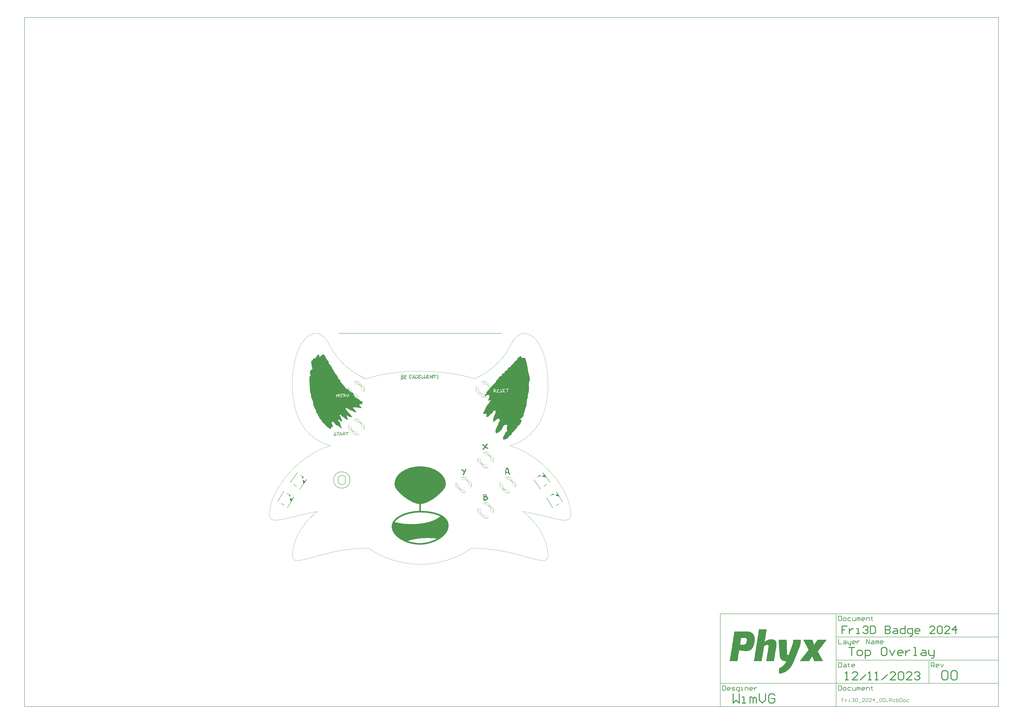
<source format=gto>
G04*
G04 #@! TF.GenerationSoftware,Altium Limited,Altium Designer,23.10.1 (27)*
G04*
G04 Layer_Color=65535*
%FSLAX25Y25*%
%MOIN*%
G70*
G04*
G04 #@! TF.SameCoordinates,664102A9-8D34-4006-9C4C-70EFF305EB16*
G04*
G04*
G04 #@! TF.FilePolarity,Positive*
G04*
G01*
G75*
%ADD10C,0.00394*%
%ADD11C,0.00591*%
%ADD12C,0.02756*%
%ADD13C,0.00787*%
%ADD14C,0.01575*%
%ADD15C,0.00984*%
G36*
X-164253Y356234D02*
X-163975D01*
Y356095D01*
X-163836D01*
Y355956D01*
X-163558D01*
Y355678D01*
X-163280D01*
Y355539D01*
X-163142D01*
Y355400D01*
X-163003D01*
Y355261D01*
X-162864D01*
Y355122D01*
X-162725D01*
Y354984D01*
X-162586D01*
Y354706D01*
X-162447D01*
Y354567D01*
X-162308D01*
Y354428D01*
X-162169D01*
Y354150D01*
X-162030D01*
Y354012D01*
X-161892D01*
Y353734D01*
X-161753D01*
Y353595D01*
X-161614D01*
Y353317D01*
X-161475D01*
Y353039D01*
X-161336D01*
Y352900D01*
X-161197D01*
Y352623D01*
X-161058D01*
Y352345D01*
X-160919D01*
Y352067D01*
X-160781D01*
Y351789D01*
X-160642D01*
Y351651D01*
X-160503D01*
Y351234D01*
X-160364D01*
Y351095D01*
X-160225D01*
Y350678D01*
X-160086D01*
Y350400D01*
X-159947D01*
Y350123D01*
X-159808D01*
Y349845D01*
X-159669D01*
Y349706D01*
X-159531D01*
Y349289D01*
X-159392D01*
Y349151D01*
X-159253D01*
Y348734D01*
X-159114D01*
Y348595D01*
X-158975D01*
Y348317D01*
X-158836D01*
Y348040D01*
X-158697D01*
Y347901D01*
X-158558D01*
Y347623D01*
X-158420D01*
Y347484D01*
X-158281D01*
Y347206D01*
X-158142D01*
Y347067D01*
X-158003D01*
Y346929D01*
X-157864D01*
Y346651D01*
X-157725D01*
Y346512D01*
X-157586D01*
Y346373D01*
X-157447D01*
Y346234D01*
X-157308D01*
Y346095D01*
X-157170D01*
Y345956D01*
X-157031D01*
Y345817D01*
X-156892D01*
Y345679D01*
X-156753D01*
Y345540D01*
X-156614D01*
Y345401D01*
X-156336D01*
Y345262D01*
X-156198D01*
Y345123D01*
X-156059D01*
Y344984D01*
X-155781D01*
Y344845D01*
X-155642D01*
Y344567D01*
X-155503D01*
Y341234D01*
X-155364D01*
Y341095D01*
X-155225D01*
Y340957D01*
X-155086D01*
Y340818D01*
X-154947D01*
Y340679D01*
X-154809D01*
Y340401D01*
X-154670D01*
Y340262D01*
X-154531D01*
Y340123D01*
X-154392D01*
Y339984D01*
X-154253D01*
Y339846D01*
X-154114D01*
Y339707D01*
X-153975D01*
Y339568D01*
X-153837D01*
Y339290D01*
X-153559D01*
Y339012D01*
X-153420D01*
Y338873D01*
X-153281D01*
Y338735D01*
X-153142D01*
Y338457D01*
X-153003D01*
Y338318D01*
X-152864D01*
Y338179D01*
X-152725D01*
Y338040D01*
X-152586D01*
Y337901D01*
X-152448D01*
Y337624D01*
X-152309D01*
Y337485D01*
X-152170D01*
Y337346D01*
X-152031D01*
Y337068D01*
X-151892D01*
Y336929D01*
X-151753D01*
Y336790D01*
X-151614D01*
Y336512D01*
X-151476D01*
Y336373D01*
X-151337D01*
Y336235D01*
X-151198D01*
Y335957D01*
X-151059D01*
Y335679D01*
X-150920D01*
Y335540D01*
X-150781D01*
Y335262D01*
X-150642D01*
Y335124D01*
X-150503D01*
Y334707D01*
X-150364D01*
Y334568D01*
X-150226D01*
Y334290D01*
X-150087D01*
Y334013D01*
X-149948D01*
Y333874D01*
X-149809D01*
Y333457D01*
X-149670D01*
Y333318D01*
X-149531D01*
Y332902D01*
X-149392D01*
Y332763D01*
X-149253D01*
Y332346D01*
X-149115D01*
Y332207D01*
X-148976D01*
Y331929D01*
X-148837D01*
Y331513D01*
X-148698D01*
Y331374D01*
X-148559D01*
Y330957D01*
X-148420D01*
Y330818D01*
X-148281D01*
Y330540D01*
X-148142D01*
Y330263D01*
X-148003D01*
Y330124D01*
X-147865D01*
Y329846D01*
X-147726D01*
Y329568D01*
X-147587D01*
Y329429D01*
X-147448D01*
Y329152D01*
X-147309D01*
Y329013D01*
X-147170D01*
Y328735D01*
X-147031D01*
Y328596D01*
X-146892D01*
Y328318D01*
X-146754D01*
Y328180D01*
X-146615D01*
Y327902D01*
X-146476D01*
Y327624D01*
X-146337D01*
Y327485D01*
X-146198D01*
Y327207D01*
X-146059D01*
Y327068D01*
X-145920D01*
Y326791D01*
X-145781D01*
Y326513D01*
X-145642D01*
Y326374D01*
X-145504D01*
Y325957D01*
X-145365D01*
Y325680D01*
X-145226D01*
Y325124D01*
X-145087D01*
Y324846D01*
X-144948D01*
Y324569D01*
X-144809D01*
Y324430D01*
X-144670D01*
Y324291D01*
X-144531D01*
Y324013D01*
X-144254D01*
Y323735D01*
X-144115D01*
Y323596D01*
X-143837D01*
Y323458D01*
X-143698D01*
Y323319D01*
X-143559D01*
Y323180D01*
X-143420D01*
Y323041D01*
X-143281D01*
Y322902D01*
X-143143D01*
Y322763D01*
X-143004D01*
Y322624D01*
X-142865D01*
Y322485D01*
X-142726D01*
Y322346D01*
X-142587D01*
Y322208D01*
X-142448D01*
Y322069D01*
X-142309D01*
Y321930D01*
X-142170D01*
Y321513D01*
X-142032D01*
Y321374D01*
X-141893D01*
Y320402D01*
X-141754D01*
Y320263D01*
X-141615D01*
Y320124D01*
X-141476D01*
Y319986D01*
X-141198D01*
Y319847D01*
X-141059D01*
Y319708D01*
X-140920D01*
Y319569D01*
X-140782D01*
Y319430D01*
X-140643D01*
Y319291D01*
X-140504D01*
Y319013D01*
X-140365D01*
Y318875D01*
X-140226D01*
Y318458D01*
X-140087D01*
Y318180D01*
X-139948D01*
Y317902D01*
X-139810D01*
Y317347D01*
X-139671D01*
Y316930D01*
X-139532D01*
Y316375D01*
X-139393D01*
Y315958D01*
X-139254D01*
Y315541D01*
X-139115D01*
Y315264D01*
X-138976D01*
Y314986D01*
X-138837D01*
Y314708D01*
X-138698D01*
Y314569D01*
X-138559D01*
Y314291D01*
X-138421D01*
Y314153D01*
X-138282D01*
Y314014D01*
X-138004D01*
Y313875D01*
X-137865D01*
Y313736D01*
X-137587D01*
Y313597D01*
X-137449D01*
Y313458D01*
X-137171D01*
Y313319D01*
X-136893D01*
Y313180D01*
X-136754D01*
Y313041D01*
X-136476D01*
Y312903D01*
X-136337D01*
Y312764D01*
X-136199D01*
Y312625D01*
X-135921D01*
Y312347D01*
X-135782D01*
Y312208D01*
X-135643D01*
Y312069D01*
X-135504D01*
Y311514D01*
X-135365D01*
Y310958D01*
X-135504D01*
Y310264D01*
X-135643D01*
Y309847D01*
X-135504D01*
Y309708D01*
X-135365D01*
Y309569D01*
X-135226D01*
Y309431D01*
X-135088D01*
Y309292D01*
X-134949D01*
Y309153D01*
X-134810D01*
Y309014D01*
X-134671D01*
Y308875D01*
X-134532D01*
Y308736D01*
X-134393D01*
Y308597D01*
X-134254D01*
Y308458D01*
X-134115D01*
Y308319D01*
X-133976D01*
Y308181D01*
X-133838D01*
Y308042D01*
X-133699D01*
Y307903D01*
X-133560D01*
Y307625D01*
X-133421D01*
Y307486D01*
X-133282D01*
Y307347D01*
X-133143D01*
Y307208D01*
X-133004D01*
Y307070D01*
X-132865D01*
Y306931D01*
X-132727D01*
Y306792D01*
X-132588D01*
Y306514D01*
X-132449D01*
Y306375D01*
X-132310D01*
Y306236D01*
X-132171D01*
Y306097D01*
X-132032D01*
Y305959D01*
X-131893D01*
Y305681D01*
X-131754D01*
Y305542D01*
X-131615D01*
Y305403D01*
X-131477D01*
Y305264D01*
X-131338D01*
Y305125D01*
X-131199D01*
Y304848D01*
X-131060D01*
Y304709D01*
X-130921D01*
Y304570D01*
X-130782D01*
Y304431D01*
X-130643D01*
Y304292D01*
X-130504D01*
Y304014D01*
X-130227D01*
Y303736D01*
X-130088D01*
Y303597D01*
X-129949D01*
Y303459D01*
X-129810D01*
Y303181D01*
X-129671D01*
Y303042D01*
X-129532D01*
Y302903D01*
X-129393D01*
Y302764D01*
X-129254D01*
Y302486D01*
X-129116D01*
Y302348D01*
X-128977D01*
Y302209D01*
X-128838D01*
Y302070D01*
X-128699D01*
Y301931D01*
X-128560D01*
Y301653D01*
X-128421D01*
Y301514D01*
X-128282D01*
Y301375D01*
X-128143D01*
Y301098D01*
X-128005D01*
Y300959D01*
X-127866D01*
Y300820D01*
X-127727D01*
Y300681D01*
X-127588D01*
Y300403D01*
X-127449D01*
Y300264D01*
X-127310D01*
Y300126D01*
X-127171D01*
Y299987D01*
X-127032D01*
Y299709D01*
X-126893D01*
Y299570D01*
X-126755D01*
Y299431D01*
X-126616D01*
Y299292D01*
X-126477D01*
Y299014D01*
X-126338D01*
Y298876D01*
X-126199D01*
Y298737D01*
X-126060D01*
Y298598D01*
X-125921D01*
Y298459D01*
X-125782D01*
Y298181D01*
X-125644D01*
Y298042D01*
X-125505D01*
Y297903D01*
X-125366D01*
Y297764D01*
X-123560D01*
Y297626D01*
X-123283D01*
Y297487D01*
X-123144D01*
Y297348D01*
X-123005D01*
Y297209D01*
X-122866D01*
Y297070D01*
X-122727D01*
Y296931D01*
X-122588D01*
Y296792D01*
X-122449D01*
Y296654D01*
X-122310D01*
Y296515D01*
X-122171D01*
Y296376D01*
X-122033D01*
Y296237D01*
X-121894D01*
Y296098D01*
X-121755D01*
Y295959D01*
X-121616D01*
Y295820D01*
X-121477D01*
Y295681D01*
X-121338D01*
Y295542D01*
X-121199D01*
Y295404D01*
X-121061D01*
Y295265D01*
X-120922D01*
Y295126D01*
X-120783D01*
Y294987D01*
X-120644D01*
Y294848D01*
X-120505D01*
Y294709D01*
X-120366D01*
Y294570D01*
X-120227D01*
Y294431D01*
X-120088D01*
Y294292D01*
X-119949D01*
Y294154D01*
X-119810D01*
Y294015D01*
X-119672D01*
Y293876D01*
X-119533D01*
Y293737D01*
X-119394D01*
Y293598D01*
X-119255D01*
Y293459D01*
X-119116D01*
Y293320D01*
X-118977D01*
Y293181D01*
X-118838D01*
Y293042D01*
X-118700D01*
Y292904D01*
X-118561D01*
Y292765D01*
X-118422D01*
Y292626D01*
X-118283D01*
Y292487D01*
X-118144D01*
Y292348D01*
X-118005D01*
Y292209D01*
X-117866D01*
Y292070D01*
X-117727D01*
Y291932D01*
X-117588D01*
Y291793D01*
X-117450D01*
Y291654D01*
X-117311D01*
Y291515D01*
X-117172D01*
Y291376D01*
X-116755D01*
Y291515D01*
X-115783D01*
Y291376D01*
X-114950D01*
Y291237D01*
X-114811D01*
Y291098D01*
X-114533D01*
Y290959D01*
X-114255D01*
Y290682D01*
X-113978D01*
Y290404D01*
X-113839D01*
Y289987D01*
X-113700D01*
Y289709D01*
X-113561D01*
Y288598D01*
X-113422D01*
Y288182D01*
X-113283D01*
Y287904D01*
X-113144D01*
Y287487D01*
X-113005D01*
Y287348D01*
X-112866D01*
Y287071D01*
X-112728D01*
Y286932D01*
X-112589D01*
Y286654D01*
X-112450D01*
Y286515D01*
X-112311D01*
Y286376D01*
X-112172D01*
Y286099D01*
X-112033D01*
Y285960D01*
X-111894D01*
Y285821D01*
X-111755D01*
Y285682D01*
X-111617D01*
Y285404D01*
X-111478D01*
Y285265D01*
X-111339D01*
Y285126D01*
X-111200D01*
Y284848D01*
X-111061D01*
Y284710D01*
X-110922D01*
Y284432D01*
X-110783D01*
Y284154D01*
X-110644D01*
Y284015D01*
X-110505D01*
Y283599D01*
X-110367D01*
Y283460D01*
X-110228D01*
Y283182D01*
X-110089D01*
Y283043D01*
X-109950D01*
Y282904D01*
X-109811D01*
Y282765D01*
X-109672D01*
Y282626D01*
X-109533D01*
Y282488D01*
X-109256D01*
Y282349D01*
X-108978D01*
Y282210D01*
X-108700D01*
Y282071D01*
X-108144D01*
Y281932D01*
X-107172D01*
Y281793D01*
X-106617D01*
Y281654D01*
X-106200D01*
Y281515D01*
X-106061D01*
Y281377D01*
X-105922D01*
Y281238D01*
X-105783D01*
Y281099D01*
X-105506D01*
Y280960D01*
X-105367D01*
Y280821D01*
X-105228D01*
Y280682D01*
X-105089D01*
Y280543D01*
X-104950D01*
Y280404D01*
X-104811D01*
Y280265D01*
X-104673D01*
Y280127D01*
X-104534D01*
Y279988D01*
X-104256D01*
Y279849D01*
X-104117D01*
Y279710D01*
X-103839D01*
Y279571D01*
X-103561D01*
Y279432D01*
X-103145D01*
Y279293D01*
X-103006D01*
Y279154D01*
X-102867D01*
Y278599D01*
X-102728D01*
Y278460D01*
X-102589D01*
Y278182D01*
X-102450D01*
Y278043D01*
X-102312D01*
Y277905D01*
X-102173D01*
Y277766D01*
X-102034D01*
Y277627D01*
X-101895D01*
Y277488D01*
X-101756D01*
Y277349D01*
X-101339D01*
Y277210D01*
X-101062D01*
Y277071D01*
X-100367D01*
Y276932D01*
X-99812D01*
Y276793D01*
X-99117D01*
Y276655D01*
X-98423D01*
Y276516D01*
X-98145D01*
Y276377D01*
X-97867D01*
Y276099D01*
X-97728D01*
Y275821D01*
Y275682D01*
Y275266D01*
X-97867D01*
Y274988D01*
X-98006D01*
Y274849D01*
X-98145D01*
Y274710D01*
X-98284D01*
Y274571D01*
X-98423D01*
Y274432D01*
X-98562D01*
Y274155D01*
X-98701D01*
Y273877D01*
X-98839D01*
Y273044D01*
X-98701D01*
Y272905D01*
X-98562D01*
Y272766D01*
X-98423D01*
Y272627D01*
X-98284D01*
Y272349D01*
X-98145D01*
Y272072D01*
X-98006D01*
Y271655D01*
X-103423D01*
Y271516D01*
X-103561D01*
Y271099D01*
X-103423D01*
Y270821D01*
X-103284D01*
Y270544D01*
X-103145D01*
Y270127D01*
X-103006D01*
Y269849D01*
X-102867D01*
Y269572D01*
X-102728D01*
Y269433D01*
X-102589D01*
Y269155D01*
X-102450D01*
Y269016D01*
X-102312D01*
Y268738D01*
X-102173D01*
Y268599D01*
X-102034D01*
Y268461D01*
X-101895D01*
Y268322D01*
X-101756D01*
Y268044D01*
X-101478D01*
Y267766D01*
X-101339D01*
Y267627D01*
X-101200D01*
Y267488D01*
X-101062D01*
Y267350D01*
X-100784D01*
Y267072D01*
X-100506D01*
Y266933D01*
X-100367D01*
Y266794D01*
X-100228D01*
Y266655D01*
X-100089D01*
Y266516D01*
X-99950D01*
Y266377D01*
X-99812D01*
Y266238D01*
X-99673D01*
Y266100D01*
X-99534D01*
Y265961D01*
X-99395D01*
Y265822D01*
X-99256D01*
Y265683D01*
X-98978D01*
Y265405D01*
X-98839D01*
Y265266D01*
X-98978D01*
Y265127D01*
X-100089D01*
Y265266D01*
X-101617D01*
Y265405D01*
X-103145D01*
Y265544D01*
X-103700D01*
Y265683D01*
X-104950D01*
Y265822D01*
X-105645D01*
Y265961D01*
X-106617D01*
Y266100D01*
X-107867D01*
Y266238D01*
X-108700D01*
Y266377D01*
X-111894D01*
Y266238D01*
X-112728D01*
Y266100D01*
X-113422D01*
Y265961D01*
X-113978D01*
Y265822D01*
X-114394D01*
Y265683D01*
X-114533D01*
Y265544D01*
X-114394D01*
Y265405D01*
X-114255D01*
Y265266D01*
X-114116D01*
Y265127D01*
X-113839D01*
Y264988D01*
X-113700D01*
Y264850D01*
X-113561D01*
Y264711D01*
X-113422D01*
Y264572D01*
X-113283D01*
Y264433D01*
X-113144D01*
Y264294D01*
X-113005D01*
Y264155D01*
X-112866D01*
Y264016D01*
X-112728D01*
Y263878D01*
X-112589D01*
Y263739D01*
X-112450D01*
Y263600D01*
X-112311D01*
Y263461D01*
X-112172D01*
Y263183D01*
X-112033D01*
Y263044D01*
X-111894D01*
Y262905D01*
X-111755D01*
Y262766D01*
X-111617D01*
Y262489D01*
X-111478D01*
Y262350D01*
X-111339D01*
Y262211D01*
X-111200D01*
Y261933D01*
X-111061D01*
Y261794D01*
X-110922D01*
Y261516D01*
X-110783D01*
Y261378D01*
X-110644D01*
Y261239D01*
X-110505D01*
Y260961D01*
X-110367D01*
Y260822D01*
X-110228D01*
Y260544D01*
X-110089D01*
Y260405D01*
X-109950D01*
Y260267D01*
X-109811D01*
Y259989D01*
X-109672D01*
Y259850D01*
X-109533D01*
Y259711D01*
X-109395D01*
Y259572D01*
X-109256D01*
Y259294D01*
X-109117D01*
Y259156D01*
X-108978D01*
Y259017D01*
X-108839D01*
Y258739D01*
X-108700D01*
Y258600D01*
X-108561D01*
Y258045D01*
X-108978D01*
Y257906D01*
X-109256D01*
Y257767D01*
X-110228D01*
Y257906D01*
X-110644D01*
Y258045D01*
X-111061D01*
Y258183D01*
X-111339D01*
Y258322D01*
X-111755D01*
Y258461D01*
X-111894D01*
Y258600D01*
X-112172D01*
Y258739D01*
X-112450D01*
Y258878D01*
X-112589D01*
Y259017D01*
X-113005D01*
Y259156D01*
X-113144D01*
Y259294D01*
X-113422D01*
Y259433D01*
X-113700D01*
Y259572D01*
X-113839D01*
Y259711D01*
X-114116D01*
Y259850D01*
X-114255D01*
Y259989D01*
X-114672D01*
Y260128D01*
X-114811D01*
Y260267D01*
X-115089D01*
Y260405D01*
X-115505D01*
Y260544D01*
X-115783D01*
Y260683D01*
X-116339D01*
Y260822D01*
X-116755D01*
Y260961D01*
X-118144D01*
Y261100D01*
X-118422D01*
Y261239D01*
X-118561D01*
Y261516D01*
X-118700D01*
Y261655D01*
X-118977D01*
Y261794D01*
X-119116D01*
Y261933D01*
X-119255D01*
Y262072D01*
X-119394D01*
Y262211D01*
X-119533D01*
Y262350D01*
X-119810D01*
Y262489D01*
X-119949D01*
Y262628D01*
X-120227D01*
Y262766D01*
X-120505D01*
Y262905D01*
X-120783D01*
Y263044D01*
X-121061D01*
Y263183D01*
X-121338D01*
Y263322D01*
X-121616D01*
Y263461D01*
X-121894D01*
Y263600D01*
X-122171D01*
Y263739D01*
X-122588D01*
Y263878D01*
X-122727D01*
Y264016D01*
X-123005D01*
Y264155D01*
X-123283D01*
Y264294D01*
X-123560D01*
Y264433D01*
X-123699D01*
Y264572D01*
X-123838D01*
Y264711D01*
X-124255D01*
Y264850D01*
X-124394D01*
Y264988D01*
X-124949D01*
Y265127D01*
X-126338D01*
Y264988D01*
X-126893D01*
Y264294D01*
X-126755D01*
Y264155D01*
X-126616D01*
Y263878D01*
X-126477D01*
Y263600D01*
X-126338D01*
Y263461D01*
X-126199D01*
Y263183D01*
X-126060D01*
Y263044D01*
X-125921D01*
Y262766D01*
X-125782D01*
Y262628D01*
X-125644D01*
Y262350D01*
X-125505D01*
Y262072D01*
X-125366D01*
Y261933D01*
X-125227D01*
Y261794D01*
X-125088D01*
Y261655D01*
X-124949D01*
Y261378D01*
X-124810D01*
Y261239D01*
X-124671D01*
Y261100D01*
X-124532D01*
Y260822D01*
X-124394D01*
Y260683D01*
X-124255D01*
Y260544D01*
X-124116D01*
Y260405D01*
X-123977D01*
Y260267D01*
X-123838D01*
Y259989D01*
X-123699D01*
Y259850D01*
X-123560D01*
Y259711D01*
X-123422D01*
Y259572D01*
X-123283D01*
Y259294D01*
X-123144D01*
Y259156D01*
X-123005D01*
Y259017D01*
X-122866D01*
Y258878D01*
X-122727D01*
Y258739D01*
X-122588D01*
Y258461D01*
X-122449D01*
Y258322D01*
X-122310D01*
Y258183D01*
X-122171D01*
Y258045D01*
X-122033D01*
Y257906D01*
X-121894D01*
Y257767D01*
X-121755D01*
Y257628D01*
X-121616D01*
Y257489D01*
X-121477D01*
Y257350D01*
X-121338D01*
Y257211D01*
X-121199D01*
Y256933D01*
X-121061D01*
Y256795D01*
X-120922D01*
Y256656D01*
X-120783D01*
Y256517D01*
X-120644D01*
Y256378D01*
X-120505D01*
Y256239D01*
X-120366D01*
Y256100D01*
X-120227D01*
Y255961D01*
X-120088D01*
Y255822D01*
X-119949D01*
Y255683D01*
X-119810D01*
Y255406D01*
X-119672D01*
Y255267D01*
X-119533D01*
Y255128D01*
X-119394D01*
Y254989D01*
X-119255D01*
Y254850D01*
X-119116D01*
Y254711D01*
X-118977D01*
Y254572D01*
X-118838D01*
Y254433D01*
X-118700D01*
Y254295D01*
X-118561D01*
Y254017D01*
X-118422D01*
Y253878D01*
X-118283D01*
Y253739D01*
X-118144D01*
Y253600D01*
X-118005D01*
Y253461D01*
X-117866D01*
Y253184D01*
X-117727D01*
Y253045D01*
X-117588D01*
Y252906D01*
X-117450D01*
Y252767D01*
X-117311D01*
Y252628D01*
X-117172D01*
Y252350D01*
X-117033D01*
Y252211D01*
X-116894D01*
Y252073D01*
X-116755D01*
Y251934D01*
X-116616D01*
Y251795D01*
X-116477D01*
Y251517D01*
X-116339D01*
Y251378D01*
X-116200D01*
Y251100D01*
X-116061D01*
Y250961D01*
X-115922D01*
Y250823D01*
X-115783D01*
Y250684D01*
X-115644D01*
Y250406D01*
X-115505D01*
Y250128D01*
X-115227D01*
Y249712D01*
X-115089D01*
Y249434D01*
X-115366D01*
Y249573D01*
X-115922D01*
Y249712D01*
X-117172D01*
Y249851D01*
X-117727D01*
Y249989D01*
X-118422D01*
Y250128D01*
X-118977D01*
Y250267D01*
X-119394D01*
Y250406D01*
X-119949D01*
Y250545D01*
X-120227D01*
Y250684D01*
X-120783D01*
Y250823D01*
X-121061D01*
Y250961D01*
X-121477D01*
Y251100D01*
X-121755D01*
Y251239D01*
X-121894D01*
Y251378D01*
X-122310D01*
Y251517D01*
X-122449D01*
Y251656D01*
X-122727D01*
Y251795D01*
X-123005D01*
Y251934D01*
X-123144D01*
Y252073D01*
X-123422D01*
Y252211D01*
X-123560D01*
Y252350D01*
X-123838D01*
Y252489D01*
X-123977D01*
Y252628D01*
X-124116D01*
Y252767D01*
X-124255D01*
Y252906D01*
X-124394D01*
Y253045D01*
X-124810D01*
Y252628D01*
X-124671D01*
Y252211D01*
X-124532D01*
Y251656D01*
X-124394D01*
Y251378D01*
X-124255D01*
Y250823D01*
X-124116D01*
Y250406D01*
X-123977D01*
Y249989D01*
X-123838D01*
Y249434D01*
X-123977D01*
Y249017D01*
X-124116D01*
Y248184D01*
X-123977D01*
Y247906D01*
X-123838D01*
Y247628D01*
X-123699D01*
Y247490D01*
X-123560D01*
Y247351D01*
X-123422D01*
Y247212D01*
X-123283D01*
Y246934D01*
X-123144D01*
Y246795D01*
X-123005D01*
Y246517D01*
X-122866D01*
Y245823D01*
X-123005D01*
Y245684D01*
X-123144D01*
Y245545D01*
X-123283D01*
Y245406D01*
X-123422D01*
Y245267D01*
X-123699D01*
Y245128D01*
X-124394D01*
Y245267D01*
X-124532D01*
Y245406D01*
X-124810D01*
Y245545D01*
X-124949D01*
Y245684D01*
X-125088D01*
Y245823D01*
X-125227D01*
Y245962D01*
X-125505D01*
Y246101D01*
X-125644D01*
Y246239D01*
X-125782D01*
Y246378D01*
X-125921D01*
Y246517D01*
X-126199D01*
Y246656D01*
X-126338D01*
Y246795D01*
X-126477D01*
Y246934D01*
X-126616D01*
Y247073D01*
X-126893D01*
Y247212D01*
X-127032D01*
Y247351D01*
X-127310D01*
Y247490D01*
X-127449D01*
Y247628D01*
X-127588D01*
Y247767D01*
X-127866D01*
Y247906D01*
X-128005D01*
Y248045D01*
X-128282D01*
Y248184D01*
X-128421D01*
Y248323D01*
X-128699D01*
Y248462D01*
X-128838D01*
Y248601D01*
X-128977D01*
Y248739D01*
X-129254D01*
Y248878D01*
X-129393D01*
Y249017D01*
X-129671D01*
Y249156D01*
X-129810D01*
Y249295D01*
X-129949D01*
Y249434D01*
X-130227D01*
Y249573D01*
X-130366D01*
Y249712D01*
X-130643D01*
Y249851D01*
X-130782D01*
Y249989D01*
X-130921D01*
Y250128D01*
X-131199D01*
Y250267D01*
X-131338D01*
Y250406D01*
X-131477D01*
Y250545D01*
X-131615D01*
Y250684D01*
X-131893D01*
Y250823D01*
X-132032D01*
Y250961D01*
X-132310D01*
Y251100D01*
X-132449D01*
Y251239D01*
X-132588D01*
Y251378D01*
X-132727D01*
Y251517D01*
X-132865D01*
Y251656D01*
X-133143D01*
Y251795D01*
X-133282D01*
Y251934D01*
X-133421D01*
Y252073D01*
X-133560D01*
Y252211D01*
X-133699D01*
Y252350D01*
X-133838D01*
Y252489D01*
X-133976D01*
Y252628D01*
X-134115D01*
Y252767D01*
X-134254D01*
Y252906D01*
X-134393D01*
Y253045D01*
X-134532D01*
Y253184D01*
X-134671D01*
Y253323D01*
X-134949D01*
Y253461D01*
X-135088D01*
Y253600D01*
X-136199D01*
Y253323D01*
X-136337D01*
Y253184D01*
X-136476D01*
Y252906D01*
X-136615D01*
Y252073D01*
X-136476D01*
Y251795D01*
X-136337D01*
Y251656D01*
X-136199D01*
Y251378D01*
X-136060D01*
Y251239D01*
X-135921D01*
Y251100D01*
X-135782D01*
Y250961D01*
X-135504D01*
Y250823D01*
X-135365D01*
Y250684D01*
X-135226D01*
Y250545D01*
X-135088D01*
Y250406D01*
X-134949D01*
Y250267D01*
X-134810D01*
Y249989D01*
X-134671D01*
Y249851D01*
X-134532D01*
Y248045D01*
X-134393D01*
Y247767D01*
X-134254D01*
Y247351D01*
X-134115D01*
Y247073D01*
X-133976D01*
Y246795D01*
X-133838D01*
Y246517D01*
X-133699D01*
Y246378D01*
X-133560D01*
Y246101D01*
X-133421D01*
Y245962D01*
X-133282D01*
Y245684D01*
X-133143D01*
Y245545D01*
X-133004D01*
Y245406D01*
X-132865D01*
Y244990D01*
X-132727D01*
Y244851D01*
X-132588D01*
Y244434D01*
X-132449D01*
Y243740D01*
X-132588D01*
Y243462D01*
X-132727D01*
Y243323D01*
X-132865D01*
Y243045D01*
X-133004D01*
Y242906D01*
X-133143D01*
Y242768D01*
X-133282D01*
Y242629D01*
X-133421D01*
Y242490D01*
X-133560D01*
Y242351D01*
X-133838D01*
Y242073D01*
X-133976D01*
Y241934D01*
X-134393D01*
Y242073D01*
X-134532D01*
Y242212D01*
X-134671D01*
Y242351D01*
X-134810D01*
Y242629D01*
X-134949D01*
Y242768D01*
X-135088D01*
Y242906D01*
X-135226D01*
Y243184D01*
X-135365D01*
Y243323D01*
X-135504D01*
Y243462D01*
X-135643D01*
Y243601D01*
X-135782D01*
Y243879D01*
X-135921D01*
Y244017D01*
X-136060D01*
Y244156D01*
X-136199D01*
Y244434D01*
X-136337D01*
Y244573D01*
X-136476D01*
Y244712D01*
X-136615D01*
Y244990D01*
X-136893D01*
Y245128D01*
X-139254D01*
Y244990D01*
X-139532D01*
Y244851D01*
X-139671D01*
Y244573D01*
X-139532D01*
Y244295D01*
X-139393D01*
Y244156D01*
X-139254D01*
Y244017D01*
X-138976D01*
Y243879D01*
X-138837D01*
Y243740D01*
X-138698D01*
Y243601D01*
X-138559D01*
Y243323D01*
X-138282D01*
Y243045D01*
X-138143D01*
Y242906D01*
X-138004D01*
Y242768D01*
X-137865D01*
Y242629D01*
X-137726D01*
Y242490D01*
X-137587D01*
Y242351D01*
X-137449D01*
Y242073D01*
X-137310D01*
Y241934D01*
X-137171D01*
Y241795D01*
X-137032D01*
Y241656D01*
X-136893D01*
Y241379D01*
X-136754D01*
Y241101D01*
X-136615D01*
Y240962D01*
X-136476D01*
Y240545D01*
X-136337D01*
Y240406D01*
X-136199D01*
Y239990D01*
X-136060D01*
Y239712D01*
X-135921D01*
Y239296D01*
X-135782D01*
Y238740D01*
X-135643D01*
Y238184D01*
X-135504D01*
Y236379D01*
X-135365D01*
Y236101D01*
X-135226D01*
Y235546D01*
X-135088D01*
Y235407D01*
X-134949D01*
Y235129D01*
X-134810D01*
Y234851D01*
X-134671D01*
Y234712D01*
X-134532D01*
Y234435D01*
X-134393D01*
Y234157D01*
X-134254D01*
Y233879D01*
X-134115D01*
Y233740D01*
X-133976D01*
Y233462D01*
X-133838D01*
Y233046D01*
X-133699D01*
Y232768D01*
X-133560D01*
Y232074D01*
X-133421D01*
Y231796D01*
X-133282D01*
Y231657D01*
X-133143D01*
Y231518D01*
X-133004D01*
Y231379D01*
X-132865D01*
Y231101D01*
X-132727D01*
Y230963D01*
X-132588D01*
Y229574D01*
X-133004D01*
Y229713D01*
X-133143D01*
Y229852D01*
X-133282D01*
Y230129D01*
X-133421D01*
Y230685D01*
X-133560D01*
Y230824D01*
X-133421D01*
Y231240D01*
X-133560D01*
Y231518D01*
X-134949D01*
Y231657D01*
X-135226D01*
Y231796D01*
X-135365D01*
Y231935D01*
X-135504D01*
Y232074D01*
X-135643D01*
Y232212D01*
X-135782D01*
Y232351D01*
X-135921D01*
Y232490D01*
X-136060D01*
Y232629D01*
X-136199D01*
Y232768D01*
X-136337D01*
Y232907D01*
X-136476D01*
Y233046D01*
X-136615D01*
Y233185D01*
X-136754D01*
Y233324D01*
X-136893D01*
Y233462D01*
X-137032D01*
Y233601D01*
X-137171D01*
Y233740D01*
X-137310D01*
Y233879D01*
X-137449D01*
Y234018D01*
X-137587D01*
Y234157D01*
X-137865D01*
Y234296D01*
X-138004D01*
Y234435D01*
X-138143D01*
Y234574D01*
X-138421D01*
Y234712D01*
X-138698D01*
Y234851D01*
X-138976D01*
Y234990D01*
X-139393D01*
Y235129D01*
X-139671D01*
Y235268D01*
X-140087D01*
Y235407D01*
X-140643D01*
Y235546D01*
X-140920D01*
Y235684D01*
X-141615D01*
Y235823D01*
X-141893D01*
Y235962D01*
X-142309D01*
Y236101D01*
X-142587D01*
Y236240D01*
X-142865D01*
Y236379D01*
X-143143D01*
Y236518D01*
X-143281D01*
Y236657D01*
X-143420D01*
Y236796D01*
X-143559D01*
Y236934D01*
X-143698D01*
Y237073D01*
X-143837D01*
Y237212D01*
X-143976D01*
Y237351D01*
X-144115D01*
Y237490D01*
X-144254D01*
Y237768D01*
X-144393D01*
Y238046D01*
X-144531D01*
Y238323D01*
X-144670D01*
Y238601D01*
X-144809D01*
Y238879D01*
X-144948D01*
Y239157D01*
X-145087D01*
Y239296D01*
X-145226D01*
Y239573D01*
X-145365D01*
Y239712D01*
X-145504D01*
Y239990D01*
X-145642D01*
Y240129D01*
X-145781D01*
Y240268D01*
X-145920D01*
Y240406D01*
X-146198D01*
Y240545D01*
X-146337D01*
Y240684D01*
X-146615D01*
Y240823D01*
X-146754D01*
Y240962D01*
X-147031D01*
Y241101D01*
X-147309D01*
Y241240D01*
X-147587D01*
Y241379D01*
X-147865D01*
Y241518D01*
X-148003D01*
Y241656D01*
X-148281D01*
Y241795D01*
X-148559D01*
Y241934D01*
X-148698D01*
Y242073D01*
X-149115D01*
Y242212D01*
X-149531D01*
Y242073D01*
X-149670D01*
Y241934D01*
X-149809D01*
Y241656D01*
X-149948D01*
Y241518D01*
X-150087D01*
Y241240D01*
X-150226D01*
Y239712D01*
X-150087D01*
Y239296D01*
X-149948D01*
Y238879D01*
X-149809D01*
Y238462D01*
X-149670D01*
Y238184D01*
X-149531D01*
Y237768D01*
X-149392D01*
Y237490D01*
X-149253D01*
Y237212D01*
X-149115D01*
Y236934D01*
X-148976D01*
Y236657D01*
X-148837D01*
Y236240D01*
X-148698D01*
Y235962D01*
X-148559D01*
Y235546D01*
X-148420D01*
Y235129D01*
X-148281D01*
Y234574D01*
X-148142D01*
Y233185D01*
X-148281D01*
Y233046D01*
X-148420D01*
Y232907D01*
X-148559D01*
Y232768D01*
X-148837D01*
Y232629D01*
X-150781D01*
Y232490D01*
X-150920D01*
Y232351D01*
X-151198D01*
Y231935D01*
X-151337D01*
Y230129D01*
X-151476D01*
Y229852D01*
X-151614D01*
Y229713D01*
X-151753D01*
Y229574D01*
X-152031D01*
Y229435D01*
X-152586D01*
Y229574D01*
X-152725D01*
Y229713D01*
X-153142D01*
Y229852D01*
X-153281D01*
Y229990D01*
X-153559D01*
Y230129D01*
X-153837D01*
Y230268D01*
X-153975D01*
Y230407D01*
X-154253D01*
Y230546D01*
X-154392D01*
Y230685D01*
X-154670D01*
Y230824D01*
X-154809D01*
Y230963D01*
X-154947D01*
Y231101D01*
X-155225D01*
Y231240D01*
X-155364D01*
Y231379D01*
X-155503D01*
Y231518D01*
X-155781D01*
Y231657D01*
X-155920D01*
Y231796D01*
X-156059D01*
Y231935D01*
X-156198D01*
Y232074D01*
X-156475D01*
Y232212D01*
X-156614D01*
Y232351D01*
X-156753D01*
Y232490D01*
X-156892D01*
Y232629D01*
X-157170D01*
Y232768D01*
X-157308D01*
Y232907D01*
X-157447D01*
Y233046D01*
X-157586D01*
Y233185D01*
X-157725D01*
Y233324D01*
X-157864D01*
Y233462D01*
X-158003D01*
Y233601D01*
X-158142D01*
Y233740D01*
X-158420D01*
Y233879D01*
X-158558D01*
Y234018D01*
X-158697D01*
Y234157D01*
X-158836D01*
Y234296D01*
X-158975D01*
Y234435D01*
X-159114D01*
Y234574D01*
X-159253D01*
Y234712D01*
X-159392D01*
Y234851D01*
X-159531D01*
Y234990D01*
X-159669D01*
Y235129D01*
X-159808D01*
Y235268D01*
X-159947D01*
Y235407D01*
X-160086D01*
Y235546D01*
X-160225D01*
Y235684D01*
X-160364D01*
Y235823D01*
X-160503D01*
Y235962D01*
X-160642D01*
Y236101D01*
X-160781D01*
Y236240D01*
X-160919D01*
Y236379D01*
X-161058D01*
Y236518D01*
X-161197D01*
Y236657D01*
X-161336D01*
Y236796D01*
X-161475D01*
Y237073D01*
X-161614D01*
Y237212D01*
X-161753D01*
Y237351D01*
X-161892D01*
Y237490D01*
X-162030D01*
Y237629D01*
X-162169D01*
Y237768D01*
X-162308D01*
Y238046D01*
X-162447D01*
Y238184D01*
X-162586D01*
Y238323D01*
X-162725D01*
Y238462D01*
X-162864D01*
Y238601D01*
X-163003D01*
Y238740D01*
X-163142D01*
Y238879D01*
X-163280D01*
Y239018D01*
X-163558D01*
Y239157D01*
X-163697D01*
Y239296D01*
X-163836D01*
Y239434D01*
X-164114D01*
Y239573D01*
X-164253D01*
Y239712D01*
X-164530D01*
Y239851D01*
X-164808D01*
Y239990D01*
X-165225D01*
Y240129D01*
X-165641D01*
Y240268D01*
X-165780D01*
Y240406D01*
X-165919D01*
Y240823D01*
X-166058D01*
Y242351D01*
X-166197D01*
Y242906D01*
X-166336D01*
Y243045D01*
X-166475D01*
Y243184D01*
X-166614D01*
Y243323D01*
X-166891D01*
Y243462D01*
X-167030D01*
Y243601D01*
X-167169D01*
Y243740D01*
X-167447D01*
Y243879D01*
X-167586D01*
Y244017D01*
X-167725D01*
Y244156D01*
X-167864D01*
Y244295D01*
X-168002D01*
Y244434D01*
X-168141D01*
Y244712D01*
X-168280D01*
Y244851D01*
X-168419D01*
Y244990D01*
X-168558D01*
Y245267D01*
X-168697D01*
Y245406D01*
X-168836D01*
Y245684D01*
X-168974D01*
Y245962D01*
X-169113D01*
Y246101D01*
X-169252D01*
Y246378D01*
X-169391D01*
Y246517D01*
X-169530D01*
Y246656D01*
X-169669D01*
Y246795D01*
X-169808D01*
Y246934D01*
X-169947D01*
Y247073D01*
X-170086D01*
Y247212D01*
X-170224D01*
Y247351D01*
X-170502D01*
Y247490D01*
X-170641D01*
Y247628D01*
X-170919D01*
Y247767D01*
X-171197D01*
Y249573D01*
X-171335D01*
Y249712D01*
X-171474D01*
Y250128D01*
X-171613D01*
Y250267D01*
X-171752D01*
Y250406D01*
X-171891D01*
Y250684D01*
X-172030D01*
Y250823D01*
X-172169D01*
Y250961D01*
X-172308D01*
Y251100D01*
X-172447D01*
Y251239D01*
X-172585D01*
Y251517D01*
X-172724D01*
Y251656D01*
X-172863D01*
Y251934D01*
X-173002D01*
Y252073D01*
X-173141D01*
Y252350D01*
X-173280D01*
Y252628D01*
X-173419D01*
Y252906D01*
X-173558D01*
Y254156D01*
X-173696D01*
Y254433D01*
X-173835D01*
Y254711D01*
X-173974D01*
Y254850D01*
X-174113D01*
Y255128D01*
X-174252D01*
Y255267D01*
X-174391D01*
Y255406D01*
X-174530D01*
Y255545D01*
X-174669D01*
Y255683D01*
X-174808D01*
Y255822D01*
X-174946D01*
Y255961D01*
X-175085D01*
Y256100D01*
X-175224D01*
Y256239D01*
X-175363D01*
Y256378D01*
X-175502D01*
Y256517D01*
X-175641D01*
Y256656D01*
X-175780D01*
Y256795D01*
X-175919D01*
Y256933D01*
X-176058D01*
Y257072D01*
X-176196D01*
Y257211D01*
X-176335D01*
Y257350D01*
X-176474D01*
Y257489D01*
X-176613D01*
Y257906D01*
X-176474D01*
Y258045D01*
X-176613D01*
Y258322D01*
X-176474D01*
Y258461D01*
X-176613D01*
Y259572D01*
X-176752D01*
Y260128D01*
X-176891D01*
Y260683D01*
X-177030D01*
Y260961D01*
X-177169D01*
Y261516D01*
X-177307D01*
Y261655D01*
X-177446D01*
Y261933D01*
X-177585D01*
Y262211D01*
X-177724D01*
Y262489D01*
X-177863D01*
Y262766D01*
X-178002D01*
Y263044D01*
X-178141D01*
Y263322D01*
X-178280D01*
Y263600D01*
X-178419D01*
Y263739D01*
X-178557D01*
Y264155D01*
X-178696D01*
Y264294D01*
X-178835D01*
Y264711D01*
X-178974D01*
Y264850D01*
X-179113D01*
Y265127D01*
X-179252D01*
Y265405D01*
X-179391D01*
Y265683D01*
X-179530D01*
Y266100D01*
X-179668D01*
Y266238D01*
X-179807D01*
Y266655D01*
X-179946D01*
Y266933D01*
X-180085D01*
Y267211D01*
X-180224D01*
Y267627D01*
X-180363D01*
Y267905D01*
X-180502D01*
Y268322D01*
X-180641D01*
Y268599D01*
X-180779D01*
Y269016D01*
X-180918D01*
Y269572D01*
X-181057D01*
Y269849D01*
X-181196D01*
Y270544D01*
X-181335D01*
Y270960D01*
X-181474D01*
Y271655D01*
X-181613D01*
Y272349D01*
X-181752D01*
Y273044D01*
X-181890D01*
Y275682D01*
X-182029D01*
Y276377D01*
X-182168D01*
Y277071D01*
X-182307D01*
Y277349D01*
X-182446D01*
Y277627D01*
X-182585D01*
Y278043D01*
X-182724D01*
Y278182D01*
X-182863D01*
Y278599D01*
X-183001D01*
Y278738D01*
X-183140D01*
Y279154D01*
X-183279D01*
Y279432D01*
X-183418D01*
Y279571D01*
X-183557D01*
Y279988D01*
X-183696D01*
Y280127D01*
X-183835D01*
Y280543D01*
X-183974D01*
Y280821D01*
X-184113D01*
Y281238D01*
X-184251D01*
Y281793D01*
X-184390D01*
Y282071D01*
X-184529D01*
Y282349D01*
X-184668D01*
Y282488D01*
X-184807D01*
Y282626D01*
X-184946D01*
Y285682D01*
X-185085D01*
Y286376D01*
X-185224D01*
Y287348D01*
X-185363D01*
Y287765D01*
X-185501D01*
Y288459D01*
X-185640D01*
Y288876D01*
X-185779D01*
Y289293D01*
X-185918D01*
Y289987D01*
X-186057D01*
Y290265D01*
X-186196D01*
Y290959D01*
X-186335D01*
Y291237D01*
X-186474D01*
Y291932D01*
X-186612D01*
Y292348D01*
X-186751D01*
Y292765D01*
X-186890D01*
Y293737D01*
X-187029D01*
Y294292D01*
X-187168D01*
Y296237D01*
X-187307D01*
Y299987D01*
X-187446D01*
Y302348D01*
X-187585D01*
Y304709D01*
X-187724D01*
Y306097D01*
X-187862D01*
Y309153D01*
X-188001D01*
Y311375D01*
X-188140D01*
Y316375D01*
X-188001D01*
Y318180D01*
X-187862D01*
Y318597D01*
X-187724D01*
Y318736D01*
X-187585D01*
Y318875D01*
X-187446D01*
Y319013D01*
X-187168D01*
Y319152D01*
X-187029D01*
Y319291D01*
X-186890D01*
Y319430D01*
X-186612D01*
Y319569D01*
X-186474D01*
Y319708D01*
X-186335D01*
Y319847D01*
X-186196D01*
Y319986D01*
X-185918D01*
Y320124D01*
X-185779D01*
Y320680D01*
X-185918D01*
Y320819D01*
X-186057D01*
Y320958D01*
X-186196D01*
Y321235D01*
X-186335D01*
Y321513D01*
X-186474D01*
Y321791D01*
X-186612D01*
Y322208D01*
X-186751D01*
Y322485D01*
X-186890D01*
Y323458D01*
X-187029D01*
Y327207D01*
X-187168D01*
Y327624D01*
X-187029D01*
Y327763D01*
X-186890D01*
Y327902D01*
X-186751D01*
Y328041D01*
X-186612D01*
Y328180D01*
X-186474D01*
Y328318D01*
X-186335D01*
Y328457D01*
X-186196D01*
Y328596D01*
X-186057D01*
Y328735D01*
X-185918D01*
Y328874D01*
X-185779D01*
Y329013D01*
X-185640D01*
Y329152D01*
X-185501D01*
Y329291D01*
X-185363D01*
Y329429D01*
X-185224D01*
Y329568D01*
X-185085D01*
Y329707D01*
X-184946D01*
Y329846D01*
X-184807D01*
Y329985D01*
X-184668D01*
Y330124D01*
X-184529D01*
Y330263D01*
X-184390D01*
Y330402D01*
X-184251D01*
Y330540D01*
X-184113D01*
Y330679D01*
X-183974D01*
Y330818D01*
X-183835D01*
Y330957D01*
X-183696D01*
Y331096D01*
X-183557D01*
Y331235D01*
X-183418D01*
Y331374D01*
X-183279D01*
Y331513D01*
X-183140D01*
Y331651D01*
X-183001D01*
Y331790D01*
X-182863D01*
Y332068D01*
X-183001D01*
Y332485D01*
X-183140D01*
Y333179D01*
X-183279D01*
Y333735D01*
X-183418D01*
Y334151D01*
X-183557D01*
Y334985D01*
X-183696D01*
Y335262D01*
X-183835D01*
Y336096D01*
X-183974D01*
Y336512D01*
X-184113D01*
Y337068D01*
X-184251D01*
Y337762D01*
X-184390D01*
Y338318D01*
X-184529D01*
Y339290D01*
X-184668D01*
Y339846D01*
X-184807D01*
Y341234D01*
X-184946D01*
Y344290D01*
X-184807D01*
Y344706D01*
X-184668D01*
Y344845D01*
X-184529D01*
Y345123D01*
X-184390D01*
Y345262D01*
X-184251D01*
Y345401D01*
X-184113D01*
Y345540D01*
X-183974D01*
Y345679D01*
X-183696D01*
Y345817D01*
X-183557D01*
Y345956D01*
X-183418D01*
Y346095D01*
X-183279D01*
Y346234D01*
X-183140D01*
Y346373D01*
X-183001D01*
Y346512D01*
X-182863D01*
Y346651D01*
X-182724D01*
Y346790D01*
X-182585D01*
Y346929D01*
X-182446D01*
Y347067D01*
X-182307D01*
Y347206D01*
X-182168D01*
Y347484D01*
X-182029D01*
Y347623D01*
X-181890D01*
Y348040D01*
X-181752D01*
Y348456D01*
X-181613D01*
Y348873D01*
X-181474D01*
Y349012D01*
X-180641D01*
Y349151D01*
X-180224D01*
Y349289D01*
X-179530D01*
Y349428D01*
X-179252D01*
Y349567D01*
X-178974D01*
Y349706D01*
X-178419D01*
Y349845D01*
X-178280D01*
Y349984D01*
X-177863D01*
Y350123D01*
X-177585D01*
Y350262D01*
X-177169D01*
Y350400D01*
X-176891D01*
Y350539D01*
X-176752D01*
Y350678D01*
X-176613D01*
Y351095D01*
X-176474D01*
Y352762D01*
X-176335D01*
Y353039D01*
X-176196D01*
Y353317D01*
X-176058D01*
Y353456D01*
X-175919D01*
Y353595D01*
X-175085D01*
Y353734D01*
X-174530D01*
Y353873D01*
X-174391D01*
Y354012D01*
X-174252D01*
Y354150D01*
X-174113D01*
Y354845D01*
X-174252D01*
Y355400D01*
X-174113D01*
Y355539D01*
X-172030D01*
Y355400D01*
X-171613D01*
Y355261D01*
X-171474D01*
Y354984D01*
X-171335D01*
Y354706D01*
X-171197D01*
Y353317D01*
X-171335D01*
Y352206D01*
X-171197D01*
Y351651D01*
X-171058D01*
Y351512D01*
X-170919D01*
Y351373D01*
X-170641D01*
Y351512D01*
X-170502D01*
Y351651D01*
X-170363D01*
Y351789D01*
X-170224D01*
Y351928D01*
X-170086D01*
Y352067D01*
X-169947D01*
Y352206D01*
X-169808D01*
Y352345D01*
X-169669D01*
Y352484D01*
X-169530D01*
Y352623D01*
X-169391D01*
Y352762D01*
X-169252D01*
Y352900D01*
X-169113D01*
Y353039D01*
X-168974D01*
Y353178D01*
X-168836D01*
Y353317D01*
X-168697D01*
Y353456D01*
X-168558D01*
Y353595D01*
X-168419D01*
Y353734D01*
X-168280D01*
Y353873D01*
X-168141D01*
Y354012D01*
X-168002D01*
Y354150D01*
X-167864D01*
Y354289D01*
X-167725D01*
Y354428D01*
X-167586D01*
Y354567D01*
X-167447D01*
Y354706D01*
X-167169D01*
Y354845D01*
X-167030D01*
Y354984D01*
X-166891D01*
Y355122D01*
X-166614D01*
Y355261D01*
X-166475D01*
Y355400D01*
X-166197D01*
Y355539D01*
X-166058D01*
Y355678D01*
X-165641D01*
Y355817D01*
X-165503D01*
Y355956D01*
X-165086D01*
Y356095D01*
X-164808D01*
Y356234D01*
X-164530D01*
Y356372D01*
X-164253D01*
Y356234D01*
D02*
G37*
G36*
X-14677Y322069D02*
X-14400D01*
Y321930D01*
X-14261D01*
Y321513D01*
X-14400D01*
Y321235D01*
X-14538D01*
Y321097D01*
X-15233D01*
Y321235D01*
X-15927D01*
Y321097D01*
X-16899D01*
Y320958D01*
X-17316D01*
Y320819D01*
X-17455D01*
Y320680D01*
X-17733D01*
Y320541D01*
X-17872D01*
Y320263D01*
X-18011D01*
Y319708D01*
X-17872D01*
Y319569D01*
X-17733D01*
Y319430D01*
X-17455D01*
Y319569D01*
X-17177D01*
Y319708D01*
X-16066D01*
Y319847D01*
X-15372D01*
Y319708D01*
X-15233D01*
Y319152D01*
X-15511D01*
Y319013D01*
X-16483D01*
Y318875D01*
X-17177D01*
Y318736D01*
X-17594D01*
Y318597D01*
X-17872D01*
Y317069D01*
X-18011D01*
Y316652D01*
X-17872D01*
Y316375D01*
X-18011D01*
Y316097D01*
X-17872D01*
Y315958D01*
X-17455D01*
Y316097D01*
X-17316D01*
Y316236D01*
X-17177D01*
Y316375D01*
X-16899D01*
Y316513D01*
X-16622D01*
Y316652D01*
X-16205D01*
Y316791D01*
X-15927D01*
Y316930D01*
X-15788D01*
Y317069D01*
X-15372D01*
Y317208D01*
X-14955D01*
Y317069D01*
X-14677D01*
Y316930D01*
X-14538D01*
Y316375D01*
X-14677D01*
Y316236D01*
X-14955D01*
Y316097D01*
X-15372D01*
Y315958D01*
X-15511D01*
Y315819D01*
X-15650D01*
Y315680D01*
X-16066D01*
Y315541D01*
X-16205D01*
Y315402D01*
X-16622D01*
Y315264D01*
X-16899D01*
Y315125D01*
X-17038D01*
Y314986D01*
X-18705D01*
Y315125D01*
X-18844D01*
Y317347D01*
X-18705D01*
Y317486D01*
X-18844D01*
Y318319D01*
X-18705D01*
Y319291D01*
Y319430D01*
Y320958D01*
X-18566D01*
Y321235D01*
X-18427D01*
Y321374D01*
X-17872D01*
Y321513D01*
X-17594D01*
Y321652D01*
X-16899D01*
Y321791D01*
X-16622D01*
Y321930D01*
X-16205D01*
Y322069D01*
X-15650D01*
Y322208D01*
X-14677D01*
Y322069D01*
D02*
G37*
G36*
X-22871Y321235D02*
X-22733D01*
Y320819D01*
X-22871D01*
Y320680D01*
X-23010D01*
Y320541D01*
X-23427D01*
Y320402D01*
X-24816D01*
Y320263D01*
X-25371D01*
Y320124D01*
X-25649D01*
Y319986D01*
X-26204D01*
Y319013D01*
X-24816D01*
Y319152D01*
X-24538D01*
Y319291D01*
X-24121D01*
Y319430D01*
X-23705D01*
Y319569D01*
X-23427D01*
Y319708D01*
X-23149D01*
Y319569D01*
X-22871D01*
Y319013D01*
X-23010D01*
Y318875D01*
X-23149D01*
Y318736D01*
X-23427D01*
Y318597D01*
X-23705D01*
Y318458D01*
X-24399D01*
Y318319D01*
X-24816D01*
Y318180D01*
X-25093D01*
Y318041D01*
X-25371D01*
Y317902D01*
X-25649D01*
Y317763D01*
X-25927D01*
Y317624D01*
X-26066D01*
Y317486D01*
X-26204D01*
Y315402D01*
X-26066D01*
Y315264D01*
X-25788D01*
Y315402D01*
X-25510D01*
Y315541D01*
X-25371D01*
Y315680D01*
X-25093D01*
Y315819D01*
X-24816D01*
Y315958D01*
X-24538D01*
Y316097D01*
X-24260D01*
Y316236D01*
X-23982D01*
Y316375D01*
X-23149D01*
Y316236D01*
X-23010D01*
Y316097D01*
X-22871D01*
Y315541D01*
X-23010D01*
Y315402D01*
X-23288D01*
Y315264D01*
X-23705D01*
Y315125D01*
X-23982D01*
Y314986D01*
X-24399D01*
Y314847D01*
X-24677D01*
Y314708D01*
X-24955D01*
Y314569D01*
X-25232D01*
Y314430D01*
X-25510D01*
Y314291D01*
X-25788D01*
Y314153D01*
X-25927D01*
Y314014D01*
X-26621D01*
Y314153D01*
X-26760D01*
Y314291D01*
X-26899D01*
Y314430D01*
X-27038D01*
Y315958D01*
X-26899D01*
Y316375D01*
X-27038D01*
Y317902D01*
X-26899D01*
Y318041D01*
Y318736D01*
X-27038D01*
Y319291D01*
X-27177D01*
Y319430D01*
X-27316D01*
Y319708D01*
X-27455D01*
Y320263D01*
X-27316D01*
Y320541D01*
X-27177D01*
Y320680D01*
X-27038D01*
Y320819D01*
X-26760D01*
Y320680D01*
X-26066D01*
Y320819D01*
X-25649D01*
Y320958D01*
X-25232D01*
Y321097D01*
X-24955D01*
Y321235D01*
X-23982D01*
Y321374D01*
X-22871D01*
Y321235D01*
D02*
G37*
G36*
X-9955Y321791D02*
X-9816D01*
Y321513D01*
X-9678D01*
Y321097D01*
X-9816D01*
Y320680D01*
X-9955D01*
Y320402D01*
X-10094D01*
Y320124D01*
X-10233D01*
Y319708D01*
X-10372D01*
Y319569D01*
X-10511D01*
Y319152D01*
X-10650D01*
Y318875D01*
X-10789D01*
Y318041D01*
X-10650D01*
Y317902D01*
X-10511D01*
Y317763D01*
X-10372D01*
Y317624D01*
X-10233D01*
Y317347D01*
X-10094D01*
Y317208D01*
X-9955D01*
Y317069D01*
X-9816D01*
Y316930D01*
X-9539D01*
Y316791D01*
X-8983D01*
Y317624D01*
X-8844D01*
Y318458D01*
X-8705D01*
Y318736D01*
X-8567D01*
Y319152D01*
X-8428D01*
Y319430D01*
X-8289D01*
Y319708D01*
X-8150D01*
Y319847D01*
X-8011D01*
Y319986D01*
X-7872D01*
Y320263D01*
X-7733D01*
Y320402D01*
X-7594D01*
Y320541D01*
X-7456D01*
Y320680D01*
X-7317D01*
Y320819D01*
X-7178D01*
Y320958D01*
X-6900D01*
Y321097D01*
X-6761D01*
Y321235D01*
X-6622D01*
Y321374D01*
X-6206D01*
Y321513D01*
X-5928D01*
Y321652D01*
X-5233D01*
Y321513D01*
X-4956D01*
Y321235D01*
X-4817D01*
Y320819D01*
X-4956D01*
Y320541D01*
X-5095D01*
Y320402D01*
X-5511D01*
Y320541D01*
X-5650D01*
Y320680D01*
X-6206D01*
Y320541D01*
X-6345D01*
Y320402D01*
X-6483D01*
Y320263D01*
X-6761D01*
Y320124D01*
X-6900D01*
Y319986D01*
X-7039D01*
Y319847D01*
X-7178D01*
Y319569D01*
X-7317D01*
Y319430D01*
X-7456D01*
Y319291D01*
X-7594D01*
Y318875D01*
X-7733D01*
Y318736D01*
X-7872D01*
Y317902D01*
X-8011D01*
Y317208D01*
X-8150D01*
Y316513D01*
X-8011D01*
Y316375D01*
X-7872D01*
Y316236D01*
Y316097D01*
X-7039D01*
Y316236D01*
X-6483D01*
Y316375D01*
X-5928D01*
Y316513D01*
X-5789D01*
Y316652D01*
X-5372D01*
Y316791D01*
X-5233D01*
Y316930D01*
X-4956D01*
Y317069D01*
X-4817D01*
Y317208D01*
X-4539D01*
Y317347D01*
X-4400D01*
Y317486D01*
X-4122D01*
Y317624D01*
X-3983D01*
Y317486D01*
X-3567D01*
Y317347D01*
X-3428D01*
Y317486D01*
X-3289D01*
Y318180D01*
X-3150D01*
Y319152D01*
X-3289D01*
Y319430D01*
X-3428D01*
Y319986D01*
X-3289D01*
Y320402D01*
X-3150D01*
Y320958D01*
X-2873D01*
Y321097D01*
X-2734D01*
Y321235D01*
X-2456D01*
Y321097D01*
X-2178D01*
Y320958D01*
X-2039D01*
Y320819D01*
X-1761D01*
Y320958D01*
X-1484D01*
Y321097D01*
X-1345D01*
Y321235D01*
X-1067D01*
Y321374D01*
X-650D01*
Y321513D01*
X-234D01*
Y321652D01*
X738D01*
Y321513D01*
X877D01*
Y321374D01*
X1016D01*
Y320819D01*
X877D01*
Y320680D01*
X-512D01*
Y320541D01*
X-789D01*
Y320402D01*
X-1206D01*
Y320263D01*
X-1484D01*
Y320124D01*
X-1623D01*
Y319986D01*
X-2178D01*
Y319152D01*
X-1900D01*
Y319291D01*
X-1484D01*
Y319430D01*
X-1067D01*
Y319569D01*
X-789D01*
Y319708D01*
X-234D01*
Y319847D01*
X44D01*
Y319986D01*
X600D01*
Y319569D01*
X461D01*
Y319291D01*
X322D01*
Y319152D01*
X183D01*
Y319013D01*
X-373D01*
Y318875D01*
X-650D01*
Y318736D01*
X-1067D01*
Y318597D01*
X-1345D01*
Y318458D01*
X-1623D01*
Y318319D01*
X-1900D01*
Y318180D01*
X-2039D01*
Y318041D01*
X-2317D01*
Y317902D01*
X-2456D01*
Y316652D01*
X-2595D01*
Y316097D01*
X-2456D01*
Y315958D01*
X-1900D01*
Y316097D01*
X-1484D01*
Y316236D01*
X-1345D01*
Y316375D01*
X-928D01*
Y316513D01*
X-789D01*
Y316652D01*
X-512D01*
Y316791D01*
X-234D01*
Y316930D01*
X183D01*
Y317069D01*
X461D01*
Y317208D01*
X738D01*
Y317347D01*
X1016D01*
Y317208D01*
X1155D01*
Y317069D01*
X1294D01*
Y316930D01*
X1433D01*
Y316375D01*
X1294D01*
Y316236D01*
X1155D01*
Y316097D01*
X738D01*
Y315958D01*
X183D01*
Y315819D01*
X-95D01*
Y315680D01*
X-373D01*
Y315541D01*
X-650D01*
Y315402D01*
X-928D01*
Y315264D01*
X-1206D01*
Y315125D01*
X-1484D01*
Y314986D01*
X-1900D01*
Y314847D01*
X-2317D01*
Y314708D01*
X-2595D01*
Y314847D01*
X-3150D01*
Y314986D01*
X-3289D01*
Y315125D01*
X-3428D01*
Y316375D01*
X-3567D01*
Y316513D01*
X-3845D01*
Y316375D01*
X-4122D01*
Y316236D01*
X-4400D01*
Y316097D01*
X-4539D01*
Y315958D01*
X-4817D01*
Y315819D01*
X-4956D01*
Y315680D01*
X-5372D01*
Y315541D01*
X-5511D01*
Y315402D01*
X-5928D01*
Y315264D01*
X-6483D01*
Y315125D01*
X-8289D01*
Y315264D01*
X-8428D01*
Y315402D01*
X-8705D01*
Y315541D01*
X-8844D01*
Y315680D01*
X-9122D01*
Y315541D01*
X-9261D01*
Y315402D01*
X-9678D01*
Y315541D01*
X-9816D01*
Y315680D01*
X-9955D01*
Y315819D01*
X-10094D01*
Y315958D01*
X-10233D01*
Y316097D01*
X-10372D01*
Y316236D01*
X-10511D01*
Y316513D01*
X-10650D01*
Y316652D01*
X-10789D01*
Y316791D01*
X-10928D01*
Y317069D01*
X-11067D01*
Y317208D01*
X-11205D01*
Y317347D01*
X-11483D01*
Y317208D01*
X-11622D01*
Y316930D01*
X-11761D01*
Y316791D01*
X-11900D01*
Y316236D01*
X-11761D01*
Y315958D01*
X-11622D01*
Y315541D01*
X-11761D01*
Y315402D01*
X-11900D01*
Y315264D01*
X-12039D01*
Y315125D01*
X-12178D01*
Y314986D01*
X-12316D01*
Y314847D01*
X-12455D01*
Y314708D01*
X-12594D01*
Y314569D01*
X-13011D01*
Y314708D01*
X-13289D01*
Y315125D01*
X-13427D01*
Y315264D01*
X-13289D01*
Y315819D01*
X-13150D01*
Y316236D01*
X-13011D01*
Y316375D01*
X-12872D01*
Y316930D01*
X-12733D01*
Y317069D01*
X-12594D01*
Y317347D01*
X-12455D01*
Y317624D01*
X-12316D01*
Y317763D01*
X-12178D01*
Y318736D01*
X-12316D01*
Y318875D01*
X-12455D01*
Y319013D01*
X-12594D01*
Y319291D01*
X-12733D01*
Y319430D01*
X-12872D01*
Y319708D01*
X-13150D01*
Y319847D01*
X-13427D01*
Y319986D01*
X-13566D01*
Y320541D01*
X-13427D01*
Y320680D01*
X-12733D01*
Y320541D01*
X-12594D01*
Y320402D01*
X-12455D01*
Y320263D01*
X-12316D01*
Y320124D01*
X-12178D01*
Y319847D01*
X-12039D01*
Y319708D01*
X-11900D01*
Y319569D01*
X-11761D01*
Y319430D01*
X-11344D01*
Y319569D01*
X-11205D01*
Y319986D01*
X-11067D01*
Y320124D01*
X-10928D01*
Y321097D01*
X-10789D01*
Y321513D01*
X-10650D01*
Y321652D01*
X-10511D01*
Y321930D01*
X-9955D01*
Y321791D01*
D02*
G37*
G36*
X7683Y321513D02*
X7821D01*
Y319013D01*
X7683D01*
Y318875D01*
X7821D01*
Y318041D01*
X7683D01*
Y316930D01*
X7544D01*
Y316375D01*
X8099D01*
Y316652D01*
X8377D01*
Y316791D01*
X8655D01*
Y316930D01*
X8794D01*
Y317069D01*
X9071D01*
Y317208D01*
X9349D01*
Y317347D01*
X9627D01*
Y317486D01*
X9766D01*
Y317624D01*
X9905D01*
Y317763D01*
X10044D01*
Y317902D01*
X9905D01*
Y318319D01*
X10044D01*
Y318458D01*
X10182D01*
Y318597D01*
X10738D01*
Y318736D01*
X11016D01*
Y318875D01*
X11154D01*
Y319291D01*
X11016D01*
Y319569D01*
X10877D01*
Y319708D01*
X10738D01*
Y319986D01*
X10599D01*
Y320263D01*
X10738D01*
Y320541D01*
X10877D01*
Y320958D01*
X11016D01*
Y321235D01*
X11154D01*
Y321374D01*
X11849D01*
Y321235D01*
X12404D01*
Y321374D01*
X13238D01*
Y321513D01*
X13654D01*
Y321652D01*
X15043D01*
Y321513D01*
X15182D01*
Y321374D01*
X15321D01*
Y320819D01*
X15182D01*
Y320680D01*
X14349D01*
Y320819D01*
X13932D01*
Y320680D01*
X13238D01*
Y320541D01*
X12543D01*
Y320402D01*
X12266D01*
Y320263D01*
X12127D01*
Y319986D01*
X11988D01*
Y319430D01*
X11849D01*
Y319152D01*
X11988D01*
Y319013D01*
X12682D01*
Y319152D01*
X12960D01*
Y319291D01*
X13377D01*
Y319430D01*
X13793D01*
Y319569D01*
X14071D01*
Y319708D01*
X15182D01*
Y319152D01*
X15043D01*
Y319013D01*
X14488D01*
Y318875D01*
X14210D01*
Y318736D01*
X13793D01*
Y318597D01*
X13377D01*
Y318458D01*
X13099D01*
Y318319D01*
X12543D01*
Y318180D01*
X12266D01*
Y318041D01*
X11988D01*
Y317902D01*
X11849D01*
Y317486D01*
X11710D01*
Y316236D01*
X11849D01*
Y315958D01*
X12821D01*
Y316097D01*
X12960D01*
Y316236D01*
X13238D01*
Y316375D01*
X13654D01*
Y316513D01*
X13793D01*
Y316652D01*
X14210D01*
Y316791D01*
X14488D01*
Y316930D01*
X14627D01*
Y317069D01*
X14765D01*
Y317208D01*
X14904D01*
Y317347D01*
X15182D01*
Y317486D01*
X15321D01*
Y317763D01*
X15460D01*
Y318041D01*
X16015D01*
Y317902D01*
X16154D01*
Y317624D01*
X16293D01*
Y317069D01*
X16154D01*
Y316791D01*
X16015D01*
Y316652D01*
X15877D01*
Y316513D01*
X15738D01*
Y316375D01*
X15599D01*
Y316236D01*
X15321D01*
Y316097D01*
X15182D01*
Y315958D01*
X14904D01*
Y315819D01*
X14627D01*
Y315680D01*
X14210D01*
Y315541D01*
X13932D01*
Y315402D01*
X13654D01*
Y315264D01*
X13516D01*
Y315125D01*
X13238D01*
Y314986D01*
X11432D01*
Y315125D01*
X11293D01*
Y315264D01*
X11154D01*
Y315541D01*
X11016D01*
Y315819D01*
X10877D01*
Y316652D01*
X10738D01*
Y316791D01*
X10460D01*
Y316652D01*
X10321D01*
Y316513D01*
X10182D01*
Y316375D01*
X9766D01*
Y316236D01*
X9627D01*
Y316097D01*
X9210D01*
Y315958D01*
X8932D01*
Y315819D01*
X8794D01*
Y315680D01*
X8516D01*
Y315541D01*
X8377D01*
Y315402D01*
X8099D01*
Y315264D01*
X7683D01*
Y315125D01*
X7127D01*
Y315264D01*
X6988D01*
Y315402D01*
X6849D01*
Y315541D01*
X6710D01*
Y316375D01*
X6572D01*
Y316513D01*
X6433D01*
Y316375D01*
X6155D01*
Y316236D01*
X6016D01*
Y316097D01*
X5877D01*
Y315958D01*
X5460D01*
Y315819D01*
X5183D01*
Y315680D01*
X4905D01*
Y315541D01*
X4766D01*
Y315402D01*
X4488D01*
Y315264D01*
X4072D01*
Y315125D01*
X3794D01*
Y314986D01*
X2544D01*
Y315125D01*
X2405D01*
Y315402D01*
X2266D01*
Y316375D01*
X2405D01*
Y317208D01*
X2544D01*
Y318041D01*
X2683D01*
Y319013D01*
X2544D01*
Y320680D01*
X2405D01*
Y321235D01*
X2544D01*
Y321374D01*
X2822D01*
Y321235D01*
X3099D01*
Y320958D01*
X3238D01*
Y320680D01*
X3377D01*
Y318319D01*
X3516D01*
Y317902D01*
X3377D01*
Y317069D01*
X3238D01*
Y316375D01*
X3099D01*
Y316097D01*
X3238D01*
Y315958D01*
X3516D01*
Y316097D01*
X3794D01*
Y316236D01*
X3933D01*
Y316375D01*
X4211D01*
Y316513D01*
X4488D01*
Y316652D01*
X4766D01*
Y316791D01*
X5044D01*
Y316930D01*
X5183D01*
Y317069D01*
X5322D01*
Y317208D01*
X5460D01*
Y317486D01*
X5738D01*
Y317624D01*
X6294D01*
Y317486D01*
X6433D01*
Y317347D01*
X6710D01*
Y317486D01*
X6849D01*
Y318458D01*
X6988D01*
Y319013D01*
X7127D01*
Y320680D01*
X6988D01*
Y320819D01*
X6849D01*
Y321513D01*
X6988D01*
Y321652D01*
X7127D01*
Y321791D01*
X7683D01*
Y321513D01*
D02*
G37*
G36*
X22126Y321930D02*
X22404D01*
Y321652D01*
X22543D01*
Y321513D01*
X22682D01*
Y320819D01*
X22821D01*
Y320680D01*
X23515D01*
Y320819D01*
X23932D01*
Y320958D01*
X24348D01*
Y321097D01*
X24487D01*
Y321235D01*
X24626D01*
Y321374D01*
X25182D01*
Y321235D01*
X25459D01*
Y321097D01*
X27265D01*
Y321235D01*
X27681D01*
Y321374D01*
X28376D01*
Y321235D01*
X28515D01*
Y321097D01*
X28654D01*
Y320958D01*
X28793D01*
Y320680D01*
X28654D01*
Y320541D01*
X28515D01*
Y320402D01*
X27820D01*
Y320263D01*
X26015D01*
Y320124D01*
X25598D01*
Y319986D01*
X25459D01*
Y319847D01*
X25320D01*
Y319013D01*
X25182D01*
Y316791D01*
X25320D01*
Y315958D01*
X25182D01*
Y315819D01*
X25043D01*
Y315680D01*
X24904D01*
Y315541D01*
X24487D01*
Y315680D01*
X24348D01*
Y316375D01*
X24209D01*
Y316930D01*
X24348D01*
Y318736D01*
X24487D01*
Y318875D01*
X24348D01*
Y319430D01*
X24487D01*
Y319847D01*
X24348D01*
Y319986D01*
X23237D01*
Y319847D01*
X22960D01*
Y319569D01*
X23098D01*
Y319152D01*
X22960D01*
Y319013D01*
X22821D01*
Y318875D01*
X22543D01*
Y319013D01*
X22265D01*
Y319152D01*
X22126D01*
Y319291D01*
X21848D01*
Y316791D01*
X21710D01*
Y316236D01*
X21571D01*
Y315958D01*
X21432D01*
Y315680D01*
X21154D01*
Y315541D01*
X21015D01*
Y315402D01*
X20737D01*
Y315541D01*
X20460D01*
Y315680D01*
X20182D01*
Y315819D01*
X20043D01*
Y315958D01*
X19904D01*
Y316097D01*
X19765D01*
Y316236D01*
X19626D01*
Y316375D01*
X19487D01*
Y316652D01*
X19349D01*
Y316791D01*
X19210D01*
Y316930D01*
X19071D01*
Y317208D01*
X18932D01*
Y317347D01*
X18793D01*
Y317902D01*
X18654D01*
Y318041D01*
X18515D01*
Y318180D01*
X18237D01*
Y316375D01*
X18099D01*
Y315402D01*
X17960D01*
Y315125D01*
X17821D01*
Y314986D01*
X17265D01*
Y315125D01*
X17126D01*
Y316097D01*
X17265D01*
Y316375D01*
X17404D01*
Y319708D01*
X17265D01*
Y319986D01*
X17126D01*
Y320541D01*
X17265D01*
Y320680D01*
X17404D01*
Y320819D01*
X17543D01*
Y320958D01*
X17960D01*
Y320819D01*
X18237D01*
Y320680D01*
X18376D01*
Y320402D01*
X18515D01*
Y320124D01*
X18654D01*
Y319847D01*
X18793D01*
Y319430D01*
X18932D01*
Y319291D01*
X19071D01*
Y319152D01*
X19210D01*
Y318875D01*
X19349D01*
Y318597D01*
X19487D01*
Y318319D01*
X19626D01*
Y318041D01*
X19765D01*
Y317902D01*
X19904D01*
Y317763D01*
X20043D01*
Y317486D01*
X20182D01*
Y317347D01*
X20321D01*
Y317208D01*
X20598D01*
Y318597D01*
X20737D01*
Y320263D01*
X20876D01*
Y320958D01*
X21015D01*
Y321374D01*
X21154D01*
Y321652D01*
X21293D01*
Y321791D01*
X21432D01*
Y321930D01*
X21571D01*
Y322069D01*
X22126D01*
Y321930D01*
D02*
G37*
G36*
X30876Y322069D02*
X31015D01*
Y321374D01*
X30876D01*
Y321097D01*
X30737D01*
Y319430D01*
X30598D01*
Y317347D01*
X30737D01*
Y316930D01*
X30876D01*
Y316652D01*
X30737D01*
Y316513D01*
X30598D01*
Y316375D01*
X30320D01*
Y316097D01*
X30459D01*
Y314986D01*
X30320D01*
Y314847D01*
X30181D01*
Y314708D01*
X30042D01*
Y314569D01*
X29904D01*
Y314430D01*
X29626D01*
Y314291D01*
X29348D01*
Y314430D01*
X28931D01*
Y314569D01*
X28793D01*
Y314847D01*
X28654D01*
Y315125D01*
Y315264D01*
X28793D01*
Y315680D01*
X28931D01*
Y315819D01*
X29070D01*
Y315958D01*
X29209D01*
Y316097D01*
X29487D01*
Y316236D01*
X29626D01*
Y316375D01*
X29904D01*
Y316791D01*
X29765D01*
Y318041D01*
X29626D01*
Y318180D01*
X29765D01*
Y319708D01*
X29904D01*
Y320680D01*
X30042D01*
Y321791D01*
X30181D01*
Y322069D01*
X30459D01*
Y322208D01*
X30876D01*
Y322069D01*
D02*
G37*
G36*
X-29677Y321930D02*
X-29399D01*
Y321791D01*
X-29260D01*
Y321652D01*
X-28982D01*
Y321513D01*
X-28843D01*
Y321097D01*
X-28704D01*
Y320541D01*
X-28565D01*
Y319986D01*
X-28704D01*
Y319708D01*
X-28843D01*
Y319291D01*
X-28982D01*
Y319013D01*
X-29121D01*
Y318736D01*
X-29260D01*
Y318458D01*
X-29121D01*
Y318319D01*
X-28982D01*
Y318180D01*
X-28843D01*
Y318041D01*
X-28565D01*
Y317902D01*
X-28427D01*
Y317763D01*
X-28288D01*
Y317486D01*
X-28149D01*
Y317208D01*
X-28010D01*
Y317069D01*
X-27871D01*
Y316097D01*
X-28010D01*
Y315819D01*
X-28149D01*
Y315541D01*
X-28288D01*
Y315264D01*
X-28427D01*
Y315125D01*
X-28565D01*
Y314986D01*
X-28704D01*
Y314847D01*
X-28843D01*
Y314569D01*
X-28982D01*
Y314430D01*
X-29121D01*
Y314153D01*
X-29260D01*
Y314014D01*
X-29677D01*
Y313875D01*
X-29954D01*
Y313736D01*
X-30093D01*
Y313597D01*
X-30371D01*
Y313458D01*
X-30649D01*
Y313319D01*
X-32732D01*
Y313458D01*
X-32871D01*
Y314569D01*
X-32732D01*
Y314708D01*
X-32593D01*
Y315958D01*
X-32454D01*
Y320124D01*
X-32315D01*
Y320819D01*
X-32454D01*
Y321097D01*
X-32315D01*
Y321374D01*
X-32176D01*
Y321513D01*
X-31899D01*
Y321652D01*
X-31482D01*
Y321791D01*
X-31343D01*
Y321930D01*
X-31065D01*
Y322069D01*
X-29677D01*
Y321930D01*
D02*
G37*
G36*
X-126060Y224296D02*
X-123838D01*
Y224157D01*
X-121061D01*
Y224019D01*
X-120922D01*
Y223880D01*
X-121061D01*
Y223741D01*
X-121199D01*
Y223602D01*
X-121338D01*
Y223463D01*
X-121894D01*
Y223324D01*
X-122171D01*
Y223463D01*
X-123283D01*
Y223602D01*
X-123977D01*
Y221935D01*
X-123838D01*
Y220547D01*
Y220408D01*
X-123699D01*
Y219574D01*
X-123838D01*
Y219297D01*
X-123977D01*
Y219158D01*
X-124116D01*
Y219019D01*
X-124532D01*
Y219574D01*
X-124671D01*
Y220130D01*
X-124810D01*
Y222491D01*
X-124671D01*
Y222907D01*
X-124810D01*
Y223463D01*
X-124949D01*
Y223602D01*
X-125505D01*
Y223463D01*
X-126477D01*
Y223741D01*
X-126616D01*
Y224296D01*
X-126338D01*
Y224435D01*
X-126060D01*
Y224296D01*
D02*
G37*
G36*
X-137310D02*
X-136754D01*
Y223880D01*
X-136893D01*
Y223741D01*
X-137032D01*
Y223602D01*
X-137310D01*
Y223463D01*
X-137726D01*
Y223324D01*
X-138976D01*
Y223463D01*
X-139254D01*
Y223324D01*
X-139393D01*
Y222769D01*
X-139254D01*
Y221657D01*
X-139115D01*
Y220685D01*
X-138976D01*
Y218741D01*
X-139115D01*
Y218324D01*
X-139254D01*
Y218185D01*
X-139532D01*
Y218463D01*
X-139671D01*
Y218741D01*
X-139810D01*
Y219297D01*
X-139948D01*
Y219852D01*
X-139810D01*
Y219991D01*
X-139948D01*
Y220547D01*
X-140087D01*
Y223046D01*
X-139948D01*
Y223185D01*
X-140087D01*
Y223324D01*
X-141476D01*
Y223463D01*
X-141615D01*
Y223602D01*
X-141476D01*
Y223880D01*
X-141337D01*
Y224019D01*
X-140920D01*
Y224157D01*
X-140504D01*
Y224296D01*
X-138837D01*
Y224435D01*
X-137310D01*
Y224296D01*
D02*
G37*
G36*
X-143281Y223741D02*
X-143004D01*
Y223602D01*
X-142865D01*
Y223463D01*
X-142726D01*
Y223046D01*
X-143281D01*
Y223185D01*
X-143420D01*
Y223324D01*
X-144115D01*
Y223185D01*
X-144393D01*
Y223046D01*
X-144670D01*
Y222907D01*
X-144809D01*
Y222769D01*
X-144948D01*
Y222630D01*
X-145087D01*
Y221796D01*
X-144948D01*
Y221657D01*
X-144809D01*
Y221380D01*
X-144393D01*
Y221241D01*
X-144254D01*
Y221102D01*
X-143698D01*
Y220963D01*
X-143420D01*
Y220824D01*
X-143143D01*
Y220685D01*
X-142865D01*
Y220408D01*
X-142587D01*
Y220130D01*
X-142448D01*
Y219991D01*
X-142309D01*
Y219713D01*
X-142170D01*
Y219574D01*
X-142032D01*
Y219297D01*
X-141893D01*
Y219158D01*
X-142032D01*
Y219019D01*
X-142170D01*
Y218880D01*
X-142309D01*
Y218741D01*
X-142587D01*
Y218602D01*
X-142726D01*
Y218463D01*
X-143004D01*
Y218324D01*
X-143281D01*
Y218185D01*
X-143698D01*
Y218047D01*
X-145920D01*
Y218185D01*
X-146198D01*
Y218324D01*
X-146337D01*
Y218463D01*
X-146476D01*
Y218741D01*
X-146615D01*
Y219435D01*
X-146476D01*
Y219574D01*
X-146337D01*
Y219713D01*
X-145642D01*
Y219852D01*
X-145504D01*
Y219713D01*
X-145087D01*
Y219435D01*
X-145226D01*
Y219019D01*
X-144948D01*
Y218880D01*
X-144809D01*
Y219019D01*
X-143698D01*
Y219158D01*
X-143420D01*
Y219297D01*
X-143143D01*
Y219435D01*
X-143004D01*
Y219574D01*
X-143143D01*
Y219713D01*
X-143281D01*
Y219852D01*
X-143420D01*
Y219991D01*
X-143837D01*
Y220130D01*
X-144115D01*
Y220269D01*
X-144254D01*
Y220408D01*
X-144670D01*
Y220547D01*
X-144948D01*
Y220685D01*
X-145226D01*
Y220824D01*
X-145504D01*
Y220963D01*
X-145642D01*
Y221102D01*
X-145920D01*
Y221380D01*
X-146059D01*
Y221519D01*
X-146198D01*
Y222491D01*
X-146059D01*
Y222630D01*
X-145920D01*
Y222907D01*
X-145781D01*
Y223046D01*
X-145642D01*
Y223185D01*
X-145504D01*
Y223324D01*
X-145226D01*
Y223463D01*
X-145087D01*
Y223602D01*
X-144809D01*
Y223741D01*
X-144393D01*
Y223880D01*
X-143281D01*
Y223741D01*
D02*
G37*
G36*
X-129116Y224574D02*
X-128699D01*
Y224435D01*
X-128421D01*
Y224296D01*
X-128143D01*
Y224157D01*
X-128005D01*
Y224019D01*
X-127866D01*
Y223880D01*
X-127727D01*
Y223741D01*
X-127588D01*
Y223463D01*
X-127449D01*
Y222213D01*
X-127588D01*
Y222074D01*
X-127727D01*
Y221935D01*
X-127866D01*
Y221796D01*
X-128005D01*
Y221657D01*
X-128143D01*
Y221380D01*
X-128282D01*
Y221102D01*
X-128143D01*
Y220963D01*
X-127866D01*
Y220685D01*
X-127588D01*
Y220408D01*
X-127449D01*
Y220269D01*
X-127310D01*
Y220130D01*
X-127171D01*
Y219852D01*
X-127032D01*
Y219713D01*
X-126893D01*
Y219019D01*
X-127449D01*
Y219158D01*
X-127727D01*
Y219297D01*
X-127866D01*
Y219435D01*
X-128143D01*
Y219713D01*
X-128282D01*
Y219852D01*
X-128421D01*
Y219991D01*
X-128560D01*
Y220130D01*
X-128699D01*
Y220269D01*
X-128838D01*
Y220408D01*
X-128977D01*
Y220547D01*
X-129116D01*
Y220685D01*
X-129393D01*
Y220824D01*
X-129532D01*
Y220963D01*
X-130227D01*
Y220824D01*
X-130366D01*
Y220685D01*
X-130504D01*
Y219574D01*
X-130366D01*
Y218880D01*
X-130504D01*
Y218741D01*
X-130921D01*
Y219019D01*
X-131060D01*
Y219297D01*
X-131199D01*
Y219991D01*
X-131338D01*
Y220408D01*
X-131477D01*
Y220963D01*
X-131615D01*
Y221657D01*
X-131477D01*
Y221796D01*
X-131338D01*
Y222074D01*
X-131199D01*
Y222769D01*
X-131060D01*
Y223741D01*
X-130921D01*
Y224296D01*
X-130782D01*
Y224574D01*
X-130504D01*
Y224713D01*
X-129116D01*
Y224574D01*
D02*
G37*
G36*
X-134810Y224157D02*
X-134671D01*
Y223880D01*
X-134532D01*
Y223463D01*
X-134393D01*
Y223185D01*
X-134254D01*
Y222630D01*
X-134115D01*
Y222213D01*
X-133976D01*
Y221796D01*
X-133838D01*
Y221519D01*
X-133699D01*
Y221380D01*
X-133560D01*
Y221102D01*
X-133282D01*
Y220963D01*
X-132449D01*
Y220547D01*
X-132588D01*
Y220408D01*
X-132865D01*
Y219297D01*
X-132727D01*
Y219158D01*
X-132588D01*
Y218602D01*
X-132727D01*
Y218463D01*
X-133282D01*
Y218602D01*
X-133421D01*
Y218741D01*
X-133560D01*
Y219158D01*
X-133699D01*
Y219297D01*
X-133838D01*
Y219435D01*
X-133976D01*
Y219574D01*
X-134115D01*
Y219852D01*
X-134254D01*
Y219991D01*
X-134532D01*
Y220130D01*
X-134671D01*
Y220269D01*
X-134810D01*
Y220408D01*
X-135643D01*
Y220269D01*
X-135921D01*
Y220130D01*
X-136060D01*
Y219991D01*
X-136199D01*
Y219852D01*
X-136337D01*
Y219713D01*
X-136476D01*
Y219435D01*
X-136615D01*
Y219019D01*
X-136754D01*
Y218741D01*
X-136893D01*
Y218324D01*
X-137032D01*
Y218185D01*
X-137171D01*
Y218324D01*
X-137310D01*
Y219852D01*
X-137171D01*
Y220408D01*
X-137032D01*
Y220685D01*
X-136893D01*
Y221102D01*
X-136754D01*
Y221380D01*
X-136615D01*
Y221796D01*
X-136476D01*
Y222074D01*
X-136337D01*
Y222352D01*
X-136199D01*
Y222769D01*
X-136060D01*
Y222907D01*
X-135921D01*
Y223324D01*
X-135782D01*
Y223602D01*
X-135643D01*
Y223741D01*
X-135504D01*
Y224019D01*
X-135365D01*
Y224157D01*
X-135226D01*
Y224296D01*
X-134810D01*
Y224157D01*
D02*
G37*
G36*
X170451Y353595D02*
X170729D01*
Y353178D01*
X170868D01*
Y353039D01*
X171007D01*
Y352762D01*
X171146D01*
Y352484D01*
X171285D01*
Y352345D01*
X171424D01*
Y351928D01*
X171563D01*
Y351789D01*
X171701D01*
Y351512D01*
X171840D01*
Y351234D01*
X171979D01*
Y351095D01*
X172118D01*
Y350678D01*
X172257D01*
Y350539D01*
X172396D01*
Y350400D01*
X172535D01*
Y350262D01*
X178229D01*
Y350123D01*
X178368D01*
Y349845D01*
X178507D01*
Y349428D01*
X178645D01*
Y349012D01*
X178784D01*
Y348456D01*
X178923D01*
Y348178D01*
X179062D01*
Y347623D01*
X179201D01*
Y347345D01*
X179340D01*
Y346929D01*
X179479D01*
Y346373D01*
X179618D01*
Y345956D01*
X179756D01*
Y345262D01*
X179895D01*
Y344984D01*
X180034D01*
Y344429D01*
X180173D01*
Y343873D01*
X180312D01*
Y343595D01*
X180451D01*
Y342901D01*
X180590D01*
Y342484D01*
X180729D01*
Y341651D01*
X180868D01*
Y341234D01*
X181006D01*
Y340679D01*
X181145D01*
Y339984D01*
X181284D01*
Y339568D01*
X181423D01*
Y338596D01*
X181562D01*
Y338040D01*
X181701D01*
Y337346D01*
X181840D01*
Y336651D01*
X181979D01*
Y336096D01*
X182117D01*
Y334846D01*
X182256D01*
Y334290D01*
X182395D01*
Y333179D01*
X182534D01*
Y332346D01*
X182673D01*
Y331513D01*
X182812D01*
Y330263D01*
X182951D01*
Y329707D01*
X183090D01*
Y328596D01*
X183229D01*
Y328041D01*
X183367D01*
Y327207D01*
X183506D01*
Y326513D01*
X183645D01*
Y325957D01*
X183784D01*
Y325263D01*
X183923D01*
Y324846D01*
X184062D01*
Y324291D01*
X184201D01*
Y323874D01*
X184340D01*
Y323458D01*
X184478D01*
Y322763D01*
X184617D01*
Y322485D01*
X184756D01*
Y321930D01*
X184895D01*
Y321513D01*
X185034D01*
Y320958D01*
X185173D01*
Y320541D01*
X185312D01*
Y320124D01*
X185451D01*
Y319291D01*
X185590D01*
Y319013D01*
X185728D01*
Y318041D01*
X185867D01*
Y317347D01*
X186006D01*
Y316236D01*
X186145D01*
Y313180D01*
X186006D01*
Y312347D01*
X185867D01*
Y311791D01*
X185728D01*
Y311097D01*
X185590D01*
Y310681D01*
X185451D01*
Y310125D01*
X185312D01*
Y309847D01*
X185173D01*
Y309431D01*
X185034D01*
Y309014D01*
X184895D01*
Y308736D01*
X184756D01*
Y307764D01*
X184617D01*
Y306931D01*
X184478D01*
Y304709D01*
X184617D01*
Y303459D01*
X184756D01*
Y301098D01*
X184895D01*
Y296792D01*
X184756D01*
Y294848D01*
X184617D01*
Y294292D01*
X184478D01*
Y293181D01*
X184340D01*
Y292487D01*
X184201D01*
Y291932D01*
X184062D01*
Y291237D01*
X183923D01*
Y290820D01*
X183784D01*
Y290126D01*
X183645D01*
Y289709D01*
X183506D01*
Y289293D01*
X183367D01*
Y288737D01*
X183229D01*
Y288459D01*
X183090D01*
Y287904D01*
X182951D01*
Y287487D01*
X182812D01*
Y286237D01*
X182673D01*
Y285265D01*
X182812D01*
Y282765D01*
X182673D01*
Y282349D01*
X182534D01*
Y282071D01*
X182395D01*
Y281793D01*
X182256D01*
Y281654D01*
X182117D01*
Y281238D01*
X181979D01*
Y280960D01*
X181840D01*
Y280682D01*
X181701D01*
Y279432D01*
X181562D01*
Y278321D01*
X181423D01*
Y277071D01*
X181284D01*
Y276516D01*
X181145D01*
Y275543D01*
X181006D01*
Y274710D01*
X180868D01*
Y274016D01*
X180729D01*
Y272349D01*
X180590D01*
Y270683D01*
X180729D01*
Y268877D01*
X180590D01*
Y268599D01*
X180451D01*
Y268322D01*
X180312D01*
Y268183D01*
X180173D01*
Y267905D01*
X180034D01*
Y267627D01*
X179895D01*
Y267488D01*
X179756D01*
Y267072D01*
X179618D01*
Y266933D01*
X179479D01*
Y266516D01*
X179340D01*
Y266238D01*
X179201D01*
Y265961D01*
X179062D01*
Y265405D01*
X178923D01*
Y265127D01*
X178784D01*
Y264572D01*
X178645D01*
Y264294D01*
X178507D01*
Y263739D01*
X178368D01*
Y263044D01*
X178229D01*
Y262766D01*
X178090D01*
Y261933D01*
X177951D01*
Y261516D01*
X177812D01*
Y260822D01*
X177673D01*
Y260405D01*
X177534D01*
Y259850D01*
X177395D01*
Y259156D01*
X177257D01*
Y258878D01*
X177118D01*
Y258322D01*
X176979D01*
Y257906D01*
X176840D01*
Y257489D01*
X176701D01*
Y257211D01*
X176562D01*
Y256933D01*
X176423D01*
Y256517D01*
X176284D01*
Y256239D01*
X176146D01*
Y255822D01*
X176007D01*
Y255545D01*
X175868D01*
Y255128D01*
X175729D01*
Y254156D01*
X175590D01*
Y253323D01*
X175451D01*
Y251795D01*
X175312D01*
Y251239D01*
X175173D01*
Y251100D01*
X175034D01*
Y250961D01*
X174896D01*
Y250823D01*
X174757D01*
Y250684D01*
X174618D01*
Y250545D01*
X174479D01*
Y250406D01*
X174340D01*
Y250267D01*
X174201D01*
Y250128D01*
X174062D01*
Y249989D01*
X173924D01*
Y249851D01*
X173785D01*
Y249712D01*
X173646D01*
Y249573D01*
X173507D01*
Y249434D01*
X173368D01*
Y249295D01*
X173229D01*
Y249156D01*
X173090D01*
Y249017D01*
X172812D01*
Y248739D01*
X172535D01*
Y248601D01*
X172396D01*
Y248462D01*
X172257D01*
Y248323D01*
X172118D01*
Y248184D01*
X171979D01*
Y248045D01*
X171840D01*
Y247906D01*
X171701D01*
Y247767D01*
X171563D01*
Y247628D01*
X171424D01*
Y247490D01*
X171285D01*
Y247351D01*
X171146D01*
Y247212D01*
X171007D01*
Y247073D01*
X170868D01*
Y246934D01*
X170729D01*
Y246795D01*
X170590D01*
Y246656D01*
X170451D01*
Y246517D01*
X170312D01*
Y246378D01*
X170174D01*
Y245823D01*
X170312D01*
Y245545D01*
X170451D01*
Y245406D01*
X170729D01*
Y245267D01*
X171007D01*
Y245128D01*
X171424D01*
Y244990D01*
X171840D01*
Y244851D01*
X171979D01*
Y244712D01*
X172257D01*
Y244573D01*
X172396D01*
Y243879D01*
X172257D01*
Y243601D01*
X172118D01*
Y243045D01*
X171979D01*
Y242768D01*
X171840D01*
Y242351D01*
X171701D01*
Y241934D01*
X171563D01*
Y241656D01*
X171424D01*
Y241101D01*
X171285D01*
Y240962D01*
X171146D01*
Y240545D01*
X171007D01*
Y240268D01*
X170868D01*
Y239990D01*
X170729D01*
Y239573D01*
X170590D01*
Y239434D01*
X170451D01*
Y239157D01*
X170312D01*
Y238879D01*
X170174D01*
Y238601D01*
X170035D01*
Y238462D01*
X169896D01*
Y238323D01*
X169757D01*
Y238046D01*
X169618D01*
Y237907D01*
X169479D01*
Y237629D01*
X169340D01*
Y237490D01*
X169202D01*
Y237351D01*
X169063D01*
Y237073D01*
X168924D01*
Y236934D01*
X168785D01*
Y236796D01*
X168646D01*
Y236657D01*
X168507D01*
Y236518D01*
X168368D01*
Y236379D01*
X168229D01*
Y236240D01*
X168090D01*
Y236101D01*
X167952D01*
Y235962D01*
X167674D01*
Y235823D01*
X167535D01*
Y235684D01*
X167396D01*
Y235546D01*
X167257D01*
Y235407D01*
X166979D01*
Y235268D01*
X166841D01*
Y235129D01*
X166563D01*
Y234990D01*
X166285D01*
Y234851D01*
X166146D01*
Y234712D01*
X165868D01*
Y234574D01*
X165591D01*
Y234435D01*
X165313D01*
Y234296D01*
X165035D01*
Y232074D01*
X164896D01*
Y231796D01*
X164618D01*
Y231657D01*
X164479D01*
Y231518D01*
X164341D01*
Y231379D01*
X164063D01*
Y231240D01*
X163924D01*
Y231101D01*
X163785D01*
Y230963D01*
X163646D01*
Y230824D01*
X163507D01*
Y230685D01*
X163368D01*
Y230546D01*
X163230D01*
Y230407D01*
X163091D01*
Y230268D01*
X162952D01*
Y230129D01*
X162813D01*
Y229990D01*
X162674D01*
Y229852D01*
X162535D01*
Y229713D01*
X162396D01*
Y229574D01*
X162257D01*
Y229435D01*
X162119D01*
Y229157D01*
X161980D01*
Y229018D01*
X161841D01*
Y228879D01*
X161702D01*
Y228741D01*
X161563D01*
Y228602D01*
X161424D01*
Y228463D01*
X161285D01*
Y228324D01*
X161146D01*
Y228046D01*
X161007D01*
Y227907D01*
X160869D01*
Y227768D01*
X160730D01*
Y227491D01*
X160591D01*
Y227352D01*
X160452D01*
Y227213D01*
X160313D01*
Y227074D01*
X160174D01*
Y226796D01*
X160035D01*
Y226657D01*
X159896D01*
Y226518D01*
X159758D01*
Y226379D01*
X159619D01*
Y226241D01*
X159480D01*
Y226102D01*
X159341D01*
Y225963D01*
X159202D01*
Y225824D01*
X159063D01*
Y225685D01*
X158924D01*
Y225546D01*
X158785D01*
Y225407D01*
X158647D01*
Y225268D01*
X158508D01*
Y225130D01*
X158369D01*
Y224991D01*
X158230D01*
Y224852D01*
X158091D01*
Y224713D01*
X157952D01*
Y224574D01*
X157813D01*
Y224435D01*
X157536D01*
Y224296D01*
X157397D01*
Y224157D01*
X157258D01*
Y224019D01*
X156980D01*
Y223880D01*
X156841D01*
Y223741D01*
X156563D01*
Y223602D01*
X156424D01*
Y223463D01*
X156286D01*
Y223324D01*
X156147D01*
Y223046D01*
X156008D01*
Y222769D01*
X155869D01*
Y222491D01*
X155730D01*
Y222074D01*
X155591D01*
Y221796D01*
X155452D01*
Y221380D01*
X155313D01*
Y221102D01*
X155175D01*
Y220685D01*
X155036D01*
Y220408D01*
X154897D01*
Y220269D01*
X154758D01*
Y219852D01*
X154619D01*
Y219713D01*
X154480D01*
Y219574D01*
X154341D01*
Y219435D01*
X154202D01*
Y219297D01*
X153925D01*
Y219158D01*
X153786D01*
Y219019D01*
X153369D01*
Y218880D01*
X153230D01*
Y218741D01*
X152813D01*
Y218602D01*
X152675D01*
Y218463D01*
X152397D01*
Y218324D01*
X152258D01*
Y218185D01*
X151980D01*
Y218047D01*
X151841D01*
Y217908D01*
X151702D01*
Y217769D01*
X151425D01*
Y217630D01*
X151286D01*
Y217491D01*
X151147D01*
Y217213D01*
X151008D01*
Y217074D01*
X150869D01*
Y216936D01*
X150730D01*
Y216658D01*
X150591D01*
Y216519D01*
X150452D01*
Y216241D01*
X150314D01*
Y216102D01*
X150175D01*
Y215825D01*
X150036D01*
Y215547D01*
X149897D01*
Y215408D01*
X149758D01*
Y215130D01*
X149619D01*
Y214991D01*
X149480D01*
Y214714D01*
X149341D01*
Y214575D01*
X149203D01*
Y214436D01*
X149064D01*
Y214297D01*
X148925D01*
Y214158D01*
X148786D01*
Y214019D01*
X148647D01*
Y213880D01*
X148508D01*
Y213741D01*
X148230D01*
Y213602D01*
X148091D01*
Y213463D01*
X147953D01*
Y213325D01*
X147675D01*
Y213186D01*
X147397D01*
Y213047D01*
X146981D01*
Y212908D01*
X146842D01*
Y212769D01*
X146425D01*
Y212630D01*
X146147D01*
Y212491D01*
X145730D01*
Y212352D01*
X145175D01*
Y212214D01*
X144897D01*
Y212075D01*
X144203D01*
Y211936D01*
X143647D01*
Y211797D01*
X143231D01*
Y211658D01*
X142536D01*
Y211519D01*
X142120D01*
Y211380D01*
X141425D01*
Y211658D01*
X141286D01*
Y211797D01*
X141147D01*
Y212214D01*
X141009D01*
Y212491D01*
X140870D01*
Y212908D01*
X140731D01*
Y215408D01*
X140870D01*
Y215825D01*
X141009D01*
Y216102D01*
X141147D01*
Y216519D01*
X141286D01*
Y216797D01*
X141425D01*
Y217213D01*
X141564D01*
Y217352D01*
X141703D01*
Y217630D01*
X141842D01*
Y217908D01*
X141981D01*
Y218047D01*
X142120D01*
Y218324D01*
X142259D01*
Y218463D01*
X142397D01*
Y218741D01*
X142536D01*
Y219019D01*
X142675D01*
Y219297D01*
X142814D01*
Y219574D01*
X142953D01*
Y219713D01*
X143092D01*
Y219991D01*
X143231D01*
Y220269D01*
X143370D01*
Y220547D01*
X143508D01*
Y220824D01*
X143647D01*
Y221102D01*
X143786D01*
Y221519D01*
X143925D01*
Y221935D01*
X144064D01*
Y222769D01*
X144203D01*
Y222907D01*
X144342D01*
Y223046D01*
X144481D01*
Y223185D01*
X144620D01*
Y223324D01*
X144758D01*
Y223463D01*
X144897D01*
Y223602D01*
X145036D01*
Y223741D01*
X145175D01*
Y223880D01*
X145314D01*
Y224019D01*
X145453D01*
Y224157D01*
X145592D01*
Y224296D01*
X145730D01*
Y224435D01*
X145869D01*
Y224574D01*
X146008D01*
Y224713D01*
X146147D01*
Y224852D01*
X146286D01*
Y224991D01*
X146425D01*
Y225130D01*
X146564D01*
Y225268D01*
X146703D01*
Y225407D01*
X146842D01*
Y225546D01*
X146981D01*
Y225685D01*
X147119D01*
Y225824D01*
X147258D01*
Y225963D01*
X147397D01*
Y226102D01*
X147536D01*
Y226241D01*
X147675D01*
Y226379D01*
X147814D01*
Y226657D01*
X147953D01*
Y226796D01*
X147814D01*
Y227074D01*
X147675D01*
Y227352D01*
X147536D01*
Y227629D01*
X147397D01*
Y228046D01*
X147258D01*
Y228185D01*
X147119D01*
Y229018D01*
X146981D01*
Y230963D01*
X147119D01*
Y232074D01*
X147258D01*
Y232490D01*
X147397D01*
Y233185D01*
X147536D01*
Y233601D01*
X147675D01*
Y234018D01*
X147814D01*
Y234712D01*
X147953D01*
Y235129D01*
X148091D01*
Y235962D01*
X148230D01*
Y236240D01*
X148091D01*
Y236379D01*
X147814D01*
Y236518D01*
X147675D01*
Y236657D01*
X146981D01*
Y236796D01*
X143508D01*
Y236657D01*
X143370D01*
Y236518D01*
X143231D01*
Y236379D01*
X143092D01*
Y236240D01*
X142953D01*
Y236101D01*
X142814D01*
Y235962D01*
X142536D01*
Y235684D01*
X142259D01*
Y235546D01*
X142120D01*
Y235407D01*
X141981D01*
Y235268D01*
X141842D01*
Y234990D01*
X141703D01*
Y234851D01*
X141564D01*
Y234712D01*
X141425D01*
Y234435D01*
X141286D01*
Y234296D01*
X141147D01*
Y234157D01*
X141009D01*
Y233879D01*
X140870D01*
Y233601D01*
X140731D01*
Y233185D01*
X140592D01*
Y233046D01*
X140453D01*
Y232629D01*
X140314D01*
Y232351D01*
X140175D01*
Y232074D01*
X140036D01*
Y231657D01*
X139898D01*
Y231518D01*
X139759D01*
Y231101D01*
X139620D01*
Y230963D01*
X139481D01*
Y230685D01*
X139342D01*
Y230407D01*
X139203D01*
Y230268D01*
X139064D01*
Y229852D01*
X138925D01*
Y229713D01*
X138786D01*
Y229435D01*
X138648D01*
Y229296D01*
X138509D01*
Y229018D01*
X138370D01*
Y228879D01*
X138231D01*
Y228741D01*
X138092D01*
Y228463D01*
X137953D01*
Y228324D01*
X137814D01*
Y228046D01*
X137675D01*
Y227907D01*
X137537D01*
Y227768D01*
X137398D01*
Y227629D01*
X137259D01*
Y227491D01*
X137120D01*
Y227213D01*
X136981D01*
Y227074D01*
X136842D01*
Y226935D01*
X136703D01*
Y226796D01*
X136564D01*
Y226657D01*
X136425D01*
Y226518D01*
X136287D01*
Y226379D01*
X136148D01*
Y226241D01*
X136009D01*
Y226102D01*
X135870D01*
Y225963D01*
X135731D01*
Y225824D01*
X135592D01*
Y225685D01*
X135453D01*
Y225546D01*
X135315D01*
Y225407D01*
X135037D01*
Y225268D01*
X134898D01*
Y225130D01*
X134759D01*
Y224991D01*
X134481D01*
Y224852D01*
X134342D01*
Y224713D01*
X134203D01*
Y224574D01*
X133926D01*
Y224435D01*
X133787D01*
Y224296D01*
X133509D01*
Y224157D01*
X133370D01*
Y224019D01*
X133092D01*
Y223880D01*
X132954D01*
Y223741D01*
X132537D01*
Y223602D01*
X132398D01*
Y223463D01*
X132120D01*
Y223324D01*
X131703D01*
Y223185D01*
X131565D01*
Y223046D01*
X131148D01*
Y222907D01*
X130870D01*
Y222769D01*
X130454D01*
Y222630D01*
X130176D01*
Y222491D01*
X129898D01*
Y222352D01*
X129343D01*
Y222491D01*
X129204D01*
Y222630D01*
X129065D01*
Y222769D01*
X128926D01*
Y222907D01*
X128787D01*
Y223046D01*
X128648D01*
Y223185D01*
X128509D01*
Y223463D01*
X128370D01*
Y223741D01*
X128232D01*
Y224157D01*
X128093D01*
Y227074D01*
X128232D01*
Y228185D01*
X128093D01*
Y228879D01*
X128232D01*
Y229018D01*
X128370D01*
Y229157D01*
X128509D01*
Y229435D01*
X128648D01*
Y229574D01*
X128787D01*
Y229713D01*
X128926D01*
Y229990D01*
X129065D01*
Y230268D01*
X129204D01*
Y230407D01*
X129343D01*
Y230685D01*
X129481D01*
Y231240D01*
X129620D01*
Y231518D01*
X129759D01*
Y232074D01*
X129898D01*
Y232351D01*
X130037D01*
Y232907D01*
X130176D01*
Y233324D01*
X130315D01*
Y233601D01*
X130454D01*
Y234018D01*
X130593D01*
Y234296D01*
X130731D01*
Y234574D01*
X130870D01*
Y234851D01*
X131009D01*
Y234990D01*
X131148D01*
Y235268D01*
X131287D01*
Y235407D01*
X131426D01*
Y235546D01*
X131565D01*
Y235684D01*
X131703D01*
Y235823D01*
X131842D01*
Y235962D01*
X131981D01*
Y236101D01*
X132259D01*
Y236379D01*
X132398D01*
Y237490D01*
X132537D01*
Y238184D01*
X132676D01*
Y238601D01*
X132815D01*
Y239296D01*
X132954D01*
Y239573D01*
X133092D01*
Y240129D01*
X133231D01*
Y240406D01*
X133370D01*
Y240823D01*
X133509D01*
Y241101D01*
X133648D01*
Y241240D01*
X133787D01*
Y241656D01*
X133926D01*
Y241795D01*
X134064D01*
Y242073D01*
X134203D01*
Y242212D01*
X134342D01*
Y242490D01*
X134481D01*
Y242629D01*
X134620D01*
Y242768D01*
X134759D01*
Y243045D01*
X134898D01*
Y243184D01*
X135037D01*
Y243323D01*
X135176D01*
Y243462D01*
X135315D01*
Y243601D01*
X135453D01*
Y243879D01*
X135592D01*
Y244017D01*
X135453D01*
Y244573D01*
X135315D01*
Y244851D01*
X135176D01*
Y244990D01*
X135037D01*
Y245267D01*
X134898D01*
Y245406D01*
X134759D01*
Y245545D01*
X134620D01*
Y245684D01*
X134481D01*
Y245823D01*
X134342D01*
Y245962D01*
X134203D01*
Y246101D01*
X134064D01*
Y246239D01*
X133926D01*
Y246378D01*
X133787D01*
Y246517D01*
X133648D01*
Y246656D01*
X133370D01*
Y246795D01*
X133231D01*
Y246934D01*
X133092D01*
Y247073D01*
X132954D01*
Y247212D01*
X132815D01*
Y247351D01*
X132676D01*
Y247490D01*
X132398D01*
Y247351D01*
X132259D01*
Y247212D01*
X131981D01*
Y247073D01*
X131842D01*
Y246934D01*
X131565D01*
Y246795D01*
X131426D01*
Y246656D01*
X131148D01*
Y246517D01*
X131009D01*
Y246378D01*
X130731D01*
Y246239D01*
X130593D01*
Y246101D01*
X130454D01*
Y245962D01*
X130176D01*
Y245823D01*
X130037D01*
Y245684D01*
X129759D01*
Y245545D01*
X129620D01*
Y245406D01*
X129343D01*
Y245267D01*
X129204D01*
Y245128D01*
X129065D01*
Y244990D01*
X128787D01*
Y244851D01*
X128648D01*
Y244712D01*
X128509D01*
Y244573D01*
X128370D01*
Y244434D01*
X128093D01*
Y244295D01*
X127954D01*
Y244156D01*
X127815D01*
Y244017D01*
X127537D01*
Y243879D01*
X127398D01*
Y243740D01*
X127259D01*
Y243601D01*
X127120D01*
Y243462D01*
X126982D01*
Y243323D01*
X126843D01*
Y243184D01*
X126704D01*
Y243045D01*
X126426D01*
Y242768D01*
X126148D01*
Y242490D01*
X126009D01*
Y242351D01*
X125732D01*
Y242073D01*
X125454D01*
Y241795D01*
X125315D01*
Y241656D01*
X125176D01*
Y241518D01*
X125037D01*
Y241379D01*
X124898D01*
Y241240D01*
X124759D01*
Y240962D01*
X124343D01*
Y241518D01*
X124204D01*
Y242629D01*
X124065D01*
Y245684D01*
X124204D01*
Y246795D01*
X124343D01*
Y247628D01*
X124482D01*
Y248462D01*
X124621D01*
Y248878D01*
X124759D01*
Y249573D01*
X124898D01*
Y249851D01*
X125037D01*
Y250267D01*
X125176D01*
Y250823D01*
X125315D01*
Y251100D01*
X125454D01*
Y251656D01*
X125593D01*
Y251795D01*
X125732D01*
Y252211D01*
X125871D01*
Y252489D01*
X126009D01*
Y252767D01*
X126148D01*
Y253184D01*
X126287D01*
Y253461D01*
X126426D01*
Y253878D01*
X126565D01*
Y254017D01*
X126704D01*
Y254433D01*
X126843D01*
Y254711D01*
X126982D01*
Y254850D01*
X127120D01*
Y255267D01*
X127259D01*
Y255406D01*
X127398D01*
Y255822D01*
X127537D01*
Y256100D01*
X127676D01*
Y256239D01*
X127815D01*
Y256656D01*
X127954D01*
Y256795D01*
X128093D01*
Y260544D01*
X127954D01*
Y260683D01*
X127815D01*
Y260822D01*
X127676D01*
Y260961D01*
X125871D01*
Y260822D01*
X125593D01*
Y260683D01*
X125315D01*
Y260544D01*
X125037D01*
Y260405D01*
X124898D01*
Y260267D01*
X124759D01*
Y260128D01*
X124621D01*
Y259989D01*
X124482D01*
Y259850D01*
X124343D01*
Y259711D01*
X124204D01*
Y259572D01*
X124065D01*
Y259433D01*
X123926D01*
Y259294D01*
X123787D01*
Y259017D01*
X123648D01*
Y258739D01*
X123510D01*
Y258461D01*
X123371D01*
Y258183D01*
X123232D01*
Y258045D01*
X123093D01*
Y257628D01*
X122954D01*
Y257489D01*
X122815D01*
Y257211D01*
X122676D01*
Y256933D01*
X122537D01*
Y256795D01*
X122398D01*
Y256656D01*
X122260D01*
Y256517D01*
X122121D01*
Y256378D01*
X121982D01*
Y256239D01*
X121843D01*
Y256100D01*
X121565D01*
Y255961D01*
X121287D01*
Y255822D01*
X121149D01*
Y255683D01*
X120871D01*
Y255545D01*
X120593D01*
Y255406D01*
X120315D01*
Y255267D01*
X120176D01*
Y255128D01*
X120037D01*
Y254989D01*
X119760D01*
Y254850D01*
X119621D01*
Y254711D01*
X119482D01*
Y254572D01*
X119343D01*
Y254433D01*
X119204D01*
Y254295D01*
X119065D01*
Y254156D01*
X118926D01*
Y254017D01*
X118788D01*
Y253878D01*
X118649D01*
Y253739D01*
X118510D01*
Y253600D01*
X118371D01*
Y253461D01*
X118232D01*
Y253323D01*
X118093D01*
Y253045D01*
X117954D01*
Y252906D01*
X117815D01*
Y252628D01*
X117676D01*
Y252489D01*
X117538D01*
Y252350D01*
X117399D01*
Y252073D01*
X117260D01*
Y251934D01*
X117121D01*
Y251795D01*
X116982D01*
Y251656D01*
X116704D01*
Y251517D01*
X116566D01*
Y251378D01*
X116288D01*
Y251239D01*
X116149D01*
Y251100D01*
X115871D01*
Y250961D01*
X115593D01*
Y250823D01*
X115454D01*
Y250684D01*
X115038D01*
Y250545D01*
X114899D01*
Y250406D01*
X114482D01*
Y250267D01*
X114205D01*
Y250128D01*
X113927D01*
Y249989D01*
X113649D01*
Y249851D01*
X113510D01*
Y249712D01*
X113093D01*
Y249573D01*
X112816D01*
Y249434D01*
X112677D01*
Y249573D01*
X112538D01*
Y255128D01*
X112399D01*
Y255267D01*
X112260D01*
Y255406D01*
X111844D01*
Y255545D01*
X111705D01*
Y255683D01*
X109899D01*
Y255545D01*
X109760D01*
Y255406D01*
X109483D01*
Y255267D01*
X109344D01*
Y255128D01*
X109205D01*
Y254989D01*
X109066D01*
Y254850D01*
X108788D01*
Y254711D01*
X108649D01*
Y254850D01*
X108510D01*
Y254989D01*
X108233D01*
Y255128D01*
X108094D01*
Y255267D01*
X107955D01*
Y255406D01*
X107816D01*
Y255545D01*
X107677D01*
Y255683D01*
X107538D01*
Y255822D01*
X107399D01*
Y255961D01*
X107260D01*
Y256100D01*
X107122D01*
Y256656D01*
X107260D01*
Y256933D01*
X107399D01*
Y257489D01*
X107538D01*
Y257767D01*
X107677D01*
Y258045D01*
X107816D01*
Y258461D01*
X107955D01*
Y258600D01*
X108094D01*
Y259017D01*
X108233D01*
Y259294D01*
X108371D01*
Y259572D01*
X108510D01*
Y259850D01*
X108649D01*
Y259989D01*
X108788D01*
Y260405D01*
X108927D01*
Y260544D01*
X109066D01*
Y260822D01*
X109205D01*
Y261100D01*
X109344D01*
Y261239D01*
X109483D01*
Y261655D01*
X109621D01*
Y261794D01*
X109760D01*
Y262072D01*
X109899D01*
Y262350D01*
X110038D01*
Y262628D01*
X110177D01*
Y262905D01*
X110316D01*
Y263044D01*
X110455D01*
Y263461D01*
X110594D01*
Y263739D01*
X110732D01*
Y264155D01*
X110871D01*
Y264433D01*
X111010D01*
Y264711D01*
X111149D01*
Y265127D01*
X111288D01*
Y265405D01*
X111427D01*
Y265961D01*
X111566D01*
Y266100D01*
X111705D01*
Y266377D01*
X111844D01*
Y266794D01*
X111982D01*
Y266933D01*
X112121D01*
Y267350D01*
X112260D01*
Y267488D01*
X112399D01*
Y267766D01*
X112538D01*
Y268044D01*
X112677D01*
Y268183D01*
X112816D01*
Y268599D01*
X112955D01*
Y268738D01*
X113093D01*
Y269016D01*
X113232D01*
Y269155D01*
X113371D01*
Y269294D01*
X113510D01*
Y269572D01*
X113649D01*
Y269710D01*
X113788D01*
Y269988D01*
X113927D01*
Y270127D01*
X114066D01*
Y270266D01*
X114205D01*
Y270544D01*
X114343D01*
Y270683D01*
X114482D01*
Y270960D01*
X114760D01*
Y271238D01*
X114899D01*
Y271377D01*
X115038D01*
Y271516D01*
X115177D01*
Y271655D01*
X115315D01*
Y271794D01*
X115454D01*
Y271933D01*
X115593D01*
Y272072D01*
X115732D01*
Y272210D01*
X115871D01*
Y272349D01*
X116010D01*
Y272488D01*
X116149D01*
Y272627D01*
X116288D01*
Y272766D01*
X116427D01*
Y272905D01*
X116566D01*
Y273044D01*
X116704D01*
Y273183D01*
X116843D01*
Y273321D01*
X116982D01*
Y273460D01*
X117121D01*
Y273599D01*
X117260D01*
Y273738D01*
X117399D01*
Y273877D01*
X117538D01*
Y274016D01*
X117676D01*
Y276238D01*
X117815D01*
Y276377D01*
X118093D01*
Y276516D01*
X118371D01*
Y276655D01*
X118788D01*
Y276793D01*
X119065D01*
Y276932D01*
X119343D01*
Y277071D01*
X119621D01*
Y277349D01*
X119760D01*
Y278321D01*
X119621D01*
Y278460D01*
X119482D01*
Y278599D01*
X119343D01*
Y278738D01*
X119204D01*
Y278877D01*
X118371D01*
Y278738D01*
X118093D01*
Y278599D01*
X117954D01*
Y278460D01*
X117815D01*
Y278321D01*
X117676D01*
Y278182D01*
X117538D01*
Y278043D01*
X117399D01*
Y277905D01*
X117121D01*
Y277766D01*
X116982D01*
Y277627D01*
X116288D01*
Y277766D01*
X116010D01*
Y277905D01*
X115871D01*
Y278043D01*
X115732D01*
Y278321D01*
X115593D01*
Y278460D01*
X115454D01*
Y279015D01*
X115593D01*
Y279293D01*
X115732D01*
Y279571D01*
X115871D01*
Y279849D01*
X116010D01*
Y280127D01*
X116149D01*
Y280543D01*
X116288D01*
Y280682D01*
X116427D01*
Y281099D01*
X116566D01*
Y281377D01*
X116704D01*
Y281654D01*
X116843D01*
Y282071D01*
X116982D01*
Y282349D01*
X117121D01*
Y283043D01*
X117260D01*
Y283321D01*
X117399D01*
Y284154D01*
X117538D01*
Y284848D01*
X117676D01*
Y286654D01*
X117538D01*
Y286793D01*
X117399D01*
Y286932D01*
X117260D01*
Y287071D01*
X116704D01*
Y287210D01*
X116149D01*
Y287348D01*
X115732D01*
Y287210D01*
X113788D01*
Y287348D01*
X112816D01*
Y287071D01*
X112677D01*
Y286932D01*
X112538D01*
Y286793D01*
X112399D01*
Y286515D01*
X112260D01*
Y286376D01*
X112121D01*
Y286099D01*
X111982D01*
Y285960D01*
X111844D01*
Y285821D01*
X111705D01*
Y285682D01*
X111566D01*
Y285404D01*
X111427D01*
Y285265D01*
X111288D01*
Y285126D01*
X111149D01*
Y284987D01*
X110871D01*
Y285126D01*
X110732D01*
Y285265D01*
X110594D01*
Y285404D01*
X110455D01*
Y285543D01*
X110316D01*
Y285682D01*
X110177D01*
Y285821D01*
X110038D01*
Y286099D01*
X109899D01*
Y286237D01*
X109760D01*
Y286376D01*
X109621D01*
Y286515D01*
X109483D01*
Y286932D01*
X109621D01*
Y287071D01*
X109760D01*
Y287348D01*
X110038D01*
Y287626D01*
X110177D01*
Y287765D01*
X110316D01*
Y287904D01*
X110455D01*
Y288043D01*
X110732D01*
Y288182D01*
X110871D01*
Y288321D01*
X111010D01*
Y288459D01*
X111149D01*
Y288598D01*
X111288D01*
Y288737D01*
X111427D01*
Y288876D01*
X111566D01*
Y289015D01*
X111705D01*
Y289154D01*
X111844D01*
Y289293D01*
X111982D01*
Y289432D01*
X112121D01*
Y289709D01*
X112260D01*
Y289987D01*
X112399D01*
Y290404D01*
X112538D01*
Y291376D01*
X112399D01*
Y291793D01*
X112538D01*
Y291932D01*
X112677D01*
Y292070D01*
X112816D01*
Y292348D01*
X112955D01*
Y292487D01*
X113093D01*
Y292626D01*
X113232D01*
Y292765D01*
X113371D01*
Y292904D01*
X113510D01*
Y293042D01*
X113649D01*
Y293181D01*
X113788D01*
Y293320D01*
X113927D01*
Y293459D01*
X114066D01*
Y293737D01*
X114205D01*
Y293876D01*
X114343D01*
Y294015D01*
X114482D01*
Y294154D01*
X114621D01*
Y294292D01*
X114760D01*
Y294570D01*
X114899D01*
Y294709D01*
X115038D01*
Y294848D01*
X115177D01*
Y294987D01*
X115315D01*
Y295126D01*
X115454D01*
Y295265D01*
X115593D01*
Y295404D01*
X115732D01*
Y295542D01*
X115871D01*
Y295681D01*
X116010D01*
Y295820D01*
X116149D01*
Y296098D01*
X116288D01*
Y296237D01*
X116427D01*
Y296376D01*
X116566D01*
Y296515D01*
X116704D01*
Y296654D01*
X116843D01*
Y296931D01*
X116982D01*
Y297070D01*
X117121D01*
Y297209D01*
X117260D01*
Y297348D01*
X117399D01*
Y297487D01*
X117538D01*
Y297626D01*
X117676D01*
Y297764D01*
X117815D01*
Y298042D01*
X117954D01*
Y298181D01*
X118093D01*
Y298320D01*
X118232D01*
Y298459D01*
X118371D01*
Y298598D01*
X118510D01*
Y298737D01*
X118649D01*
Y298876D01*
X118788D01*
Y299153D01*
X118926D01*
Y299292D01*
X119065D01*
Y299431D01*
X119204D01*
Y299570D01*
X119343D01*
Y299709D01*
X119482D01*
Y299987D01*
X119760D01*
Y300264D01*
X119899D01*
Y300403D01*
X120037D01*
Y300542D01*
X120176D01*
Y300681D01*
X120315D01*
Y300820D01*
X120454D01*
Y300959D01*
X120593D01*
Y301098D01*
X120732D01*
Y301237D01*
X120871D01*
Y301375D01*
X121010D01*
Y301653D01*
X121149D01*
Y301792D01*
X121287D01*
Y301931D01*
X121426D01*
Y302070D01*
X121565D01*
Y302209D01*
X121704D01*
Y302348D01*
X121843D01*
Y302486D01*
X121982D01*
Y302625D01*
X122121D01*
Y302903D01*
X122260D01*
Y303042D01*
X122398D01*
Y303181D01*
X122537D01*
Y303320D01*
X122676D01*
Y303459D01*
X122815D01*
Y303597D01*
X122954D01*
Y303736D01*
X123093D01*
Y303875D01*
X123232D01*
Y304014D01*
X123371D01*
Y304153D01*
X123510D01*
Y304292D01*
X123648D01*
Y304431D01*
X123787D01*
Y304570D01*
X123926D01*
Y304709D01*
X124065D01*
Y304848D01*
X124204D01*
Y304986D01*
X124343D01*
Y305125D01*
X124482D01*
Y305264D01*
X124621D01*
Y305403D01*
X124759D01*
Y305542D01*
X124898D01*
Y305681D01*
X125037D01*
Y305820D01*
X125176D01*
Y305959D01*
X125315D01*
Y306097D01*
X125454D01*
Y306236D01*
X125593D01*
Y306375D01*
X125732D01*
Y306514D01*
X125871D01*
Y306653D01*
X126009D01*
Y306792D01*
X126148D01*
Y306931D01*
X126287D01*
Y307070D01*
X126426D01*
Y307208D01*
X126565D01*
Y307347D01*
X126704D01*
Y307486D01*
X126843D01*
Y307625D01*
X126982D01*
Y307764D01*
X127120D01*
Y307903D01*
X127259D01*
Y308042D01*
X127398D01*
Y308181D01*
X127537D01*
Y308319D01*
X127676D01*
Y308458D01*
X127815D01*
Y308597D01*
X127954D01*
Y308736D01*
X128093D01*
Y309014D01*
X128232D01*
Y309153D01*
X128370D01*
Y309431D01*
X128509D01*
Y309708D01*
X128648D01*
Y309847D01*
X128787D01*
Y310264D01*
X128926D01*
Y310542D01*
X129065D01*
Y311097D01*
X129204D01*
Y311375D01*
X129343D01*
Y311791D01*
X129481D01*
Y312208D01*
X129620D01*
Y312347D01*
X129759D01*
Y312625D01*
X129898D01*
Y312764D01*
X130037D01*
Y312903D01*
X130176D01*
Y313041D01*
X130454D01*
Y313180D01*
X130593D01*
Y313319D01*
X131148D01*
Y313458D01*
X131426D01*
Y313597D01*
X131703D01*
Y313736D01*
X131981D01*
Y313875D01*
X132120D01*
Y314291D01*
X132259D01*
Y314569D01*
X132398D01*
Y315125D01*
X132537D01*
Y315402D01*
X132676D01*
Y315541D01*
X132815D01*
Y315958D01*
X132954D01*
Y316097D01*
X133092D01*
Y316375D01*
X133231D01*
Y316652D01*
X133370D01*
Y316791D01*
X133509D01*
Y317069D01*
X133648D01*
Y317208D01*
X133787D01*
Y317486D01*
X133926D01*
Y317624D01*
X134064D01*
Y317763D01*
X134203D01*
Y317902D01*
X134481D01*
Y318041D01*
X134620D01*
Y318180D01*
X134759D01*
Y318319D01*
X135037D01*
Y318458D01*
X135176D01*
Y318597D01*
X135453D01*
Y318736D01*
X135731D01*
Y318875D01*
X136009D01*
Y319013D01*
X136425D01*
Y319152D01*
X136703D01*
Y319291D01*
X136981D01*
Y319430D01*
X137398D01*
Y319569D01*
X137537D01*
Y319708D01*
X137953D01*
Y319847D01*
X138231D01*
Y319986D01*
X138370D01*
Y320124D01*
X138509D01*
Y320402D01*
Y320541D01*
Y321374D01*
X138648D01*
Y321791D01*
X138786D01*
Y322346D01*
X138925D01*
Y322624D01*
X139064D01*
Y322902D01*
X139203D01*
Y323041D01*
X139342D01*
Y323180D01*
X139481D01*
Y323319D01*
X139620D01*
Y323458D01*
X139759D01*
Y323596D01*
X139898D01*
Y323735D01*
X140175D01*
Y323874D01*
X140453D01*
Y324013D01*
X141147D01*
Y324152D01*
X142536D01*
Y324291D01*
X142675D01*
Y324569D01*
X142814D01*
Y324985D01*
X142953D01*
Y325263D01*
X143092D01*
Y325680D01*
X143231D01*
Y325818D01*
X143370D01*
Y326235D01*
X143508D01*
Y326513D01*
X143647D01*
Y326791D01*
X143786D01*
Y327207D01*
X143925D01*
Y327485D01*
X144064D01*
Y327763D01*
X144203D01*
Y327902D01*
X144342D01*
Y328041D01*
X144758D01*
Y328180D01*
X145036D01*
Y328318D01*
X145314D01*
Y328457D01*
X145592D01*
Y328596D01*
X145869D01*
Y328735D01*
X146286D01*
Y328874D01*
X146425D01*
Y329013D01*
X146842D01*
Y329152D01*
X147119D01*
Y329291D01*
X147397D01*
Y329429D01*
X147675D01*
Y329568D01*
X147814D01*
Y329707D01*
X147953D01*
Y329846D01*
X148091D01*
Y330124D01*
X148230D01*
Y330402D01*
X148369D01*
Y330679D01*
X148508D01*
Y331096D01*
X148647D01*
Y331374D01*
X148786D01*
Y331929D01*
X148925D01*
Y332207D01*
X149064D01*
Y332485D01*
X149203D01*
Y332763D01*
X149341D01*
Y333040D01*
X149480D01*
Y333318D01*
X149619D01*
Y333457D01*
X149758D01*
Y333596D01*
X149897D01*
Y333735D01*
X150036D01*
Y333874D01*
X150175D01*
Y334013D01*
X150452D01*
Y334151D01*
X150591D01*
Y334290D01*
X151008D01*
Y334429D01*
X151702D01*
Y334568D01*
X152813D01*
Y334707D01*
X153091D01*
Y334846D01*
X153230D01*
Y334985D01*
X153369D01*
Y335262D01*
X153508D01*
Y335540D01*
X153647D01*
Y335818D01*
X153786D01*
Y336235D01*
X153925D01*
Y336512D01*
X154063D01*
Y336790D01*
X154202D01*
Y337068D01*
X154341D01*
Y337207D01*
X154480D01*
Y337346D01*
X154619D01*
Y337485D01*
X154758D01*
Y337624D01*
X154897D01*
Y337762D01*
X155036D01*
Y337901D01*
X155175D01*
Y338040D01*
X155452D01*
Y338318D01*
X155730D01*
Y338457D01*
X155869D01*
Y338596D01*
X156008D01*
Y338735D01*
X156147D01*
Y338873D01*
X156286D01*
Y339012D01*
X156424D01*
Y339151D01*
X156563D01*
Y339290D01*
X156702D01*
Y339429D01*
X156841D01*
Y339568D01*
X156980D01*
Y339707D01*
X157119D01*
Y339846D01*
X157258D01*
Y339984D01*
X157397D01*
Y340123D01*
X157536D01*
Y340262D01*
X157674D01*
Y340401D01*
X157813D01*
Y340540D01*
X157952D01*
Y340679D01*
X158091D01*
Y340818D01*
X158230D01*
Y340957D01*
X158369D01*
Y341095D01*
X158508D01*
Y341234D01*
X158647D01*
Y341373D01*
X158785D01*
Y341651D01*
X158924D01*
Y341790D01*
X159063D01*
Y341929D01*
X159202D01*
Y342207D01*
X159341D01*
Y342345D01*
X159480D01*
Y342623D01*
X159619D01*
Y342762D01*
X159758D01*
Y343179D01*
X159896D01*
Y343318D01*
X160035D01*
Y343734D01*
X160174D01*
Y344012D01*
X160313D01*
Y344151D01*
X160452D01*
Y344290D01*
X160591D01*
Y344429D01*
X160869D01*
Y344567D01*
X161146D01*
Y344706D01*
X161563D01*
Y344845D01*
X161702D01*
Y344984D01*
X162119D01*
Y345123D01*
X162257D01*
Y345262D01*
X162535D01*
Y345401D01*
X162674D01*
Y345540D01*
X162813D01*
Y345679D01*
X163091D01*
Y345817D01*
X163230D01*
Y345956D01*
X163507D01*
Y346095D01*
X163646D01*
Y346234D01*
X163785D01*
Y346373D01*
X163924D01*
Y346512D01*
X164063D01*
Y346651D01*
X164202D01*
Y346790D01*
X164341D01*
Y347067D01*
X164479D01*
Y347206D01*
X164618D01*
Y347345D01*
X164757D01*
Y347901D01*
X164896D01*
Y348178D01*
X165035D01*
Y349845D01*
X165313D01*
Y349984D01*
X165868D01*
Y350123D01*
X166007D01*
Y350262D01*
X166285D01*
Y350400D01*
X166563D01*
Y350539D01*
X166702D01*
Y350678D01*
X166979D01*
Y350817D01*
X167118D01*
Y350956D01*
X167257D01*
Y351095D01*
X167396D01*
Y351234D01*
X167535D01*
Y351373D01*
X167674D01*
Y351512D01*
X167813D01*
Y351651D01*
X167952D01*
Y351789D01*
X168090D01*
Y351928D01*
X168229D01*
Y352067D01*
X168507D01*
Y352345D01*
X168785D01*
Y352623D01*
X169063D01*
Y352762D01*
X169202D01*
Y352900D01*
X169340D01*
Y353039D01*
X169479D01*
Y353178D01*
X169618D01*
Y353317D01*
X169896D01*
Y353456D01*
X170035D01*
Y353595D01*
X170312D01*
Y353734D01*
X170451D01*
Y353595D01*
D02*
G37*
G36*
X114066Y204714D02*
X114205D01*
Y204575D01*
X114343D01*
Y204297D01*
X114482D01*
Y203742D01*
X114343D01*
Y203325D01*
X114205D01*
Y202909D01*
X114066D01*
Y202631D01*
X113927D01*
Y202492D01*
X113788D01*
Y202214D01*
X113649D01*
Y202075D01*
X113510D01*
Y201798D01*
X113371D01*
Y201659D01*
X113232D01*
Y201520D01*
X113093D01*
Y201242D01*
X112955D01*
Y201103D01*
X112816D01*
Y200964D01*
X112677D01*
Y200825D01*
X112538D01*
Y200687D01*
X112399D01*
Y200409D01*
X112121D01*
Y200270D01*
X111982D01*
Y200131D01*
X111844D01*
Y199992D01*
X111705D01*
Y199575D01*
X111844D01*
Y199436D01*
X112121D01*
Y199298D01*
X112260D01*
Y199159D01*
X112399D01*
Y199020D01*
X112816D01*
Y198881D01*
X112955D01*
Y198742D01*
X113232D01*
Y198603D01*
X113510D01*
Y198464D01*
X113649D01*
Y198326D01*
X113927D01*
Y198187D01*
X114205D01*
Y198048D01*
X114482D01*
Y197909D01*
X114621D01*
Y197770D01*
X114899D01*
Y197631D01*
X115038D01*
Y197492D01*
X115315D01*
Y197353D01*
X115454D01*
Y196242D01*
X115315D01*
Y196103D01*
X115177D01*
Y195965D01*
X114066D01*
Y196103D01*
X113649D01*
Y196242D01*
X113371D01*
Y196381D01*
X112955D01*
Y196520D01*
X112816D01*
Y196659D01*
X112538D01*
Y196798D01*
X112260D01*
Y196937D01*
X112121D01*
Y197075D01*
X111844D01*
Y197214D01*
X111705D01*
Y197353D01*
X111427D01*
Y197492D01*
X111149D01*
Y197631D01*
X111010D01*
Y197770D01*
X110732D01*
Y197909D01*
X110594D01*
Y197770D01*
X110455D01*
Y197631D01*
X110316D01*
Y197492D01*
X110177D01*
Y197353D01*
X110038D01*
Y197214D01*
X109899D01*
Y197075D01*
X109760D01*
Y196798D01*
X109621D01*
Y196659D01*
X109483D01*
Y196381D01*
X109344D01*
Y196242D01*
X109205D01*
Y196103D01*
X109066D01*
Y195826D01*
X108927D01*
Y195687D01*
X108788D01*
Y195548D01*
X108649D01*
Y195409D01*
X108510D01*
Y195131D01*
X108371D01*
Y194992D01*
X108233D01*
Y194853D01*
X108094D01*
Y194715D01*
X107955D01*
Y194576D01*
X107816D01*
Y194437D01*
X107677D01*
Y194298D01*
X107538D01*
Y194159D01*
X107399D01*
Y194020D01*
X107122D01*
Y193881D01*
X106844D01*
Y193742D01*
X106566D01*
Y193881D01*
X106288D01*
Y194020D01*
X106149D01*
Y194298D01*
X106010D01*
Y194576D01*
X105872D01*
Y194992D01*
X106010D01*
Y195131D01*
X106149D01*
Y195548D01*
X106288D01*
Y195687D01*
X106427D01*
Y195965D01*
X106566D01*
Y196103D01*
X106705D01*
Y196242D01*
X106844D01*
Y196381D01*
X106983D01*
Y196659D01*
X107122D01*
Y196798D01*
X107260D01*
Y196937D01*
X107399D01*
Y197214D01*
X107538D01*
Y197353D01*
X107677D01*
Y197492D01*
X107816D01*
Y197631D01*
X107955D01*
Y197770D01*
X108094D01*
Y198048D01*
X108233D01*
Y198187D01*
X108371D01*
Y198464D01*
X108510D01*
Y198742D01*
X108649D01*
Y198881D01*
X108788D01*
Y199714D01*
X108510D01*
Y199853D01*
X108371D01*
Y199992D01*
X108233D01*
Y200131D01*
X108094D01*
Y200409D01*
X107816D01*
Y200687D01*
X107538D01*
Y200825D01*
X107399D01*
Y200964D01*
X107260D01*
Y201103D01*
X107122D01*
Y201381D01*
X106844D01*
Y201520D01*
X106705D01*
Y201659D01*
X106566D01*
Y201798D01*
X106427D01*
Y201936D01*
X106288D01*
Y202075D01*
X106149D01*
Y202214D01*
X106010D01*
Y202353D01*
X105872D01*
Y202492D01*
X105733D01*
Y202770D01*
X105455D01*
Y203047D01*
X105316D01*
Y203325D01*
X105455D01*
Y203464D01*
X105733D01*
Y203603D01*
X105872D01*
Y203742D01*
X106427D01*
Y203881D01*
X107122D01*
Y203742D01*
X107538D01*
Y203603D01*
X107677D01*
Y203464D01*
X107816D01*
Y203325D01*
X107955D01*
Y203186D01*
X108094D01*
Y203047D01*
X108233D01*
Y202770D01*
X108371D01*
Y202631D01*
X108510D01*
Y202492D01*
X108649D01*
Y202353D01*
X108788D01*
Y202075D01*
X108927D01*
Y201936D01*
X109066D01*
Y201659D01*
X109205D01*
Y201520D01*
X109344D01*
Y201381D01*
X109483D01*
Y201103D01*
X109760D01*
Y200964D01*
X110038D01*
Y201103D01*
X110177D01*
Y201242D01*
X110316D01*
Y201381D01*
X110455D01*
Y201659D01*
X110594D01*
Y201798D01*
X110732D01*
Y201936D01*
X110871D01*
Y202214D01*
X111010D01*
Y202353D01*
X111149D01*
Y202631D01*
X111288D01*
Y202770D01*
X111427D01*
Y203047D01*
X111566D01*
Y203186D01*
X111705D01*
Y203325D01*
X111844D01*
Y203603D01*
X111982D01*
Y203742D01*
X112121D01*
Y203881D01*
X112260D01*
Y204020D01*
X112399D01*
Y204297D01*
X112538D01*
Y204436D01*
X112816D01*
Y204714D01*
X113093D01*
Y204853D01*
X113232D01*
Y204992D01*
X114066D01*
Y204714D01*
D02*
G37*
G36*
X77401Y162633D02*
X77540D01*
Y162494D01*
X77679D01*
Y162355D01*
X77818D01*
Y162077D01*
X77956D01*
Y161939D01*
X78095D01*
Y159578D01*
X77956D01*
Y159300D01*
X77818D01*
Y158883D01*
X77679D01*
Y158605D01*
X77540D01*
Y158328D01*
X77401D01*
Y158050D01*
X77262D01*
Y157772D01*
X77123D01*
Y157494D01*
X76984D01*
Y157355D01*
X76845D01*
Y157078D01*
X76706D01*
Y156939D01*
X76568D01*
Y156800D01*
X76429D01*
Y156522D01*
X76290D01*
Y156383D01*
X76151D01*
Y156105D01*
X76012D01*
Y155967D01*
X75873D01*
Y155828D01*
X75734D01*
Y155550D01*
X75595D01*
Y154439D01*
X75457D01*
Y153745D01*
X75318D01*
Y153467D01*
X75179D01*
Y153050D01*
X75040D01*
Y152772D01*
X74901D01*
Y152634D01*
X74762D01*
Y152356D01*
X74623D01*
Y152217D01*
X74484D01*
Y152078D01*
X74346D01*
Y151939D01*
X74207D01*
Y151800D01*
X74068D01*
Y151661D01*
X73790D01*
Y151523D01*
X73651D01*
Y151384D01*
X73234D01*
Y151245D01*
X72957D01*
Y151106D01*
X72262D01*
Y151245D01*
X72123D01*
Y151661D01*
X72262D01*
Y152217D01*
X72401D01*
Y152772D01*
X72540D01*
Y153189D01*
X72679D01*
Y153467D01*
X72818D01*
Y153883D01*
X72957D01*
Y154022D01*
X73096D01*
Y154439D01*
X73234D01*
Y154717D01*
X73373D01*
Y154994D01*
X73512D01*
Y155272D01*
X73651D01*
Y155550D01*
X73790D01*
Y155967D01*
X73929D01*
Y156105D01*
X74068D01*
Y156661D01*
X73929D01*
Y156800D01*
X73790D01*
Y156939D01*
X73651D01*
Y157078D01*
X73512D01*
Y157217D01*
X73373D01*
Y157355D01*
X73234D01*
Y157494D01*
X73096D01*
Y157633D01*
X72957D01*
Y157772D01*
X72818D01*
Y157911D01*
X72679D01*
Y158050D01*
X72401D01*
Y158189D01*
X72262D01*
Y158328D01*
X71985D01*
Y158466D01*
X71846D01*
Y158605D01*
X71707D01*
Y158744D01*
X71429D01*
Y158883D01*
X71290D01*
Y159022D01*
X71151D01*
Y159161D01*
X71012D01*
Y159300D01*
X70735D01*
Y159439D01*
X70596D01*
Y159578D01*
X70457D01*
Y159716D01*
X70318D01*
Y159855D01*
X70179D01*
Y160133D01*
X70040D01*
Y160272D01*
X69901D01*
Y160411D01*
X69762D01*
Y160689D01*
X69901D01*
Y160966D01*
X70179D01*
Y161105D01*
X70318D01*
Y161244D01*
X70596D01*
Y161383D01*
X71429D01*
Y161244D01*
X71707D01*
Y161105D01*
X71985D01*
Y160966D01*
X72262D01*
Y160828D01*
X72401D01*
Y160689D01*
X72679D01*
Y160550D01*
X72818D01*
Y160411D01*
X72957D01*
Y160272D01*
X73096D01*
Y160133D01*
X73373D01*
Y159994D01*
X73512D01*
Y159855D01*
X73651D01*
Y159716D01*
X73790D01*
Y159439D01*
X74068D01*
Y159161D01*
X74207D01*
Y159022D01*
X74346D01*
Y158883D01*
X74484D01*
Y158744D01*
X74623D01*
Y158605D01*
X74762D01*
Y158328D01*
X74901D01*
Y158189D01*
X75040D01*
Y158050D01*
X75457D01*
Y158883D01*
X75595D01*
Y159161D01*
X75734D01*
Y159578D01*
X75873D01*
Y159855D01*
X76012D01*
Y160133D01*
X76151D01*
Y160550D01*
X76290D01*
Y160828D01*
X76429D01*
Y161244D01*
X76568D01*
Y161383D01*
X76706D01*
Y161661D01*
X76845D01*
Y162077D01*
X76984D01*
Y162355D01*
X77123D01*
Y162772D01*
X77401D01*
Y162633D01*
D02*
G37*
G36*
X147953Y164022D02*
X148369D01*
Y163883D01*
X148508D01*
Y163744D01*
X148786D01*
Y163605D01*
X148925D01*
Y163466D01*
X149064D01*
Y163327D01*
X149203D01*
Y163050D01*
X149341D01*
Y162911D01*
X149480D01*
Y162633D01*
X149619D01*
Y162494D01*
X149758D01*
Y161939D01*
X149897D01*
Y161661D01*
X150036D01*
Y161244D01*
X150175D01*
Y160689D01*
X150314D01*
Y160272D01*
X150452D01*
Y159439D01*
X150591D01*
Y159022D01*
X150730D01*
Y158050D01*
X150869D01*
Y157494D01*
X151008D01*
Y157078D01*
X151147D01*
Y156244D01*
X151286D01*
Y155967D01*
X151425D01*
Y155272D01*
X151564D01*
Y155133D01*
X151702D01*
Y154717D01*
X151841D01*
Y154439D01*
X151980D01*
Y154300D01*
X152119D01*
Y154022D01*
X152258D01*
Y153883D01*
X152397D01*
Y153745D01*
X152536D01*
Y153606D01*
X152675D01*
Y153328D01*
X152536D01*
Y152634D01*
X152675D01*
Y151800D01*
X152536D01*
Y151523D01*
X152397D01*
Y151245D01*
X151980D01*
Y151384D01*
X151702D01*
Y151523D01*
X151564D01*
Y151661D01*
X151425D01*
Y151800D01*
X151286D01*
Y151939D01*
X151147D01*
Y152217D01*
X151008D01*
Y152495D01*
X150869D01*
Y152634D01*
X150730D01*
Y153050D01*
X150591D01*
Y153328D01*
X150452D01*
Y153606D01*
X150314D01*
Y153745D01*
X150175D01*
Y154022D01*
X150036D01*
Y154300D01*
X149897D01*
Y154439D01*
X149758D01*
Y154578D01*
X149619D01*
Y154717D01*
X149341D01*
Y154856D01*
X149064D01*
Y154994D01*
X146286D01*
Y155133D01*
X145869D01*
Y154856D01*
X145730D01*
Y152356D01*
X145592D01*
Y152078D01*
X145453D01*
Y151939D01*
X145314D01*
Y151800D01*
X145175D01*
Y151661D01*
X144620D01*
Y151523D01*
X144342D01*
Y151661D01*
X144203D01*
Y152078D01*
X144342D01*
Y153328D01*
X144481D01*
Y155550D01*
X144620D01*
Y156800D01*
X144758D01*
Y158466D01*
X144897D01*
Y159161D01*
X145036D01*
Y160133D01*
X145175D01*
Y160828D01*
X145314D01*
Y161244D01*
X145453D01*
Y161939D01*
X145592D01*
Y162077D01*
Y162216D01*
X145730D01*
Y162633D01*
X145869D01*
Y162911D01*
X146008D01*
Y163050D01*
X146147D01*
Y163327D01*
X146286D01*
Y163466D01*
X146425D01*
Y163744D01*
X146703D01*
Y163883D01*
X146842D01*
Y164022D01*
X147119D01*
Y164161D01*
X147953D01*
Y164022D01*
D02*
G37*
G36*
X204616Y149446D02*
X201308Y149911D01*
X203195Y151332D01*
X204616Y149446D01*
D02*
G37*
G36*
X213990Y148129D02*
X207373Y149058D01*
X211146Y151902D01*
X213990Y148129D01*
D02*
G37*
G36*
X-198053Y147619D02*
X-199442Y145708D01*
X-199964Y149007D01*
X-198053Y147619D01*
D02*
G37*
G36*
X-195184Y140181D02*
X-197961Y136359D01*
X-199006Y142958D01*
X-195184Y140181D01*
D02*
G37*
G36*
X227099Y117583D02*
X223858Y118391D01*
X225883Y119608D01*
X227099Y117583D01*
D02*
G37*
G36*
X236283Y115293D02*
X229801Y116909D01*
X233850Y119343D01*
X236283Y115293D01*
D02*
G37*
G36*
X-220578Y117051D02*
X-221794Y115026D01*
X-222602Y118267D01*
X-220578Y117051D01*
D02*
G37*
G36*
X109483Y118885D02*
X110316D01*
Y118746D01*
X111149D01*
Y118608D01*
X111427D01*
Y118469D01*
X111844D01*
Y118330D01*
X112121D01*
Y118191D01*
X112260D01*
Y118052D01*
X112538D01*
Y117913D01*
X112677D01*
Y117635D01*
X112816D01*
Y117497D01*
X112955D01*
Y117219D01*
X113093D01*
Y116385D01*
X112955D01*
Y115969D01*
X112816D01*
Y115552D01*
X112955D01*
Y115413D01*
X113093D01*
Y115136D01*
X113371D01*
Y114997D01*
X113649D01*
Y114858D01*
X113788D01*
Y114719D01*
X113927D01*
Y114580D01*
X114066D01*
Y114441D01*
X114343D01*
Y114302D01*
X114482D01*
Y114163D01*
X114621D01*
Y114024D01*
X114760D01*
Y113886D01*
X114899D01*
Y113747D01*
X115038D01*
Y113608D01*
X115177D01*
Y113330D01*
X115315D01*
Y113052D01*
X115454D01*
Y111802D01*
X115315D01*
Y111525D01*
X115177D01*
Y111247D01*
X115038D01*
Y111108D01*
X114899D01*
Y110830D01*
X114760D01*
Y110691D01*
X114621D01*
Y110553D01*
X114482D01*
Y110414D01*
X114343D01*
Y110275D01*
X114205D01*
Y110136D01*
X114066D01*
Y109997D01*
X113927D01*
Y109858D01*
X113788D01*
Y109719D01*
X113649D01*
Y109580D01*
X113510D01*
Y109441D01*
X113371D01*
Y109302D01*
X113232D01*
Y109164D01*
X112955D01*
Y109025D01*
X112816D01*
Y108886D01*
X112677D01*
Y108747D01*
X112399D01*
Y108608D01*
X112260D01*
Y108469D01*
X111982D01*
Y108330D01*
X111705D01*
Y108192D01*
X111427D01*
Y108053D01*
X111149D01*
Y107914D01*
X110871D01*
Y107775D01*
X110177D01*
Y107636D01*
X110038D01*
Y107775D01*
X109344D01*
Y107914D01*
X109066D01*
Y108053D01*
X108649D01*
Y108192D01*
X108510D01*
Y108330D01*
X108233D01*
Y108469D01*
X107955D01*
Y108608D01*
X107816D01*
Y108747D01*
X107260D01*
Y108886D01*
X107122D01*
Y110136D01*
X107260D01*
Y110830D01*
X107399D01*
Y111802D01*
X107538D01*
Y112358D01*
X107677D01*
Y113191D01*
X107816D01*
Y113608D01*
X107677D01*
Y113747D01*
X107538D01*
Y113886D01*
X107399D01*
Y114302D01*
X107260D01*
Y117913D01*
X107122D01*
Y118608D01*
X107260D01*
Y118746D01*
X107816D01*
Y118885D01*
X108510D01*
Y119024D01*
X109483D01*
Y118885D01*
D02*
G37*
G36*
X-217071Y109891D02*
X-219504Y105842D01*
X-221121Y112325D01*
X-217071Y109891D01*
D02*
G37*
G36*
X8813Y165678D02*
X17023Y163910D01*
X24454Y161113D01*
X30930Y157409D01*
X36274Y152921D01*
X40309Y147770D01*
X42860Y142080D01*
X43749Y135971D01*
X43418Y133639D01*
X42467Y131117D01*
X38964Y125690D01*
X33752Y120066D01*
X27343Y114622D01*
X20251Y109734D01*
X12988Y105777D01*
X6067Y103127D01*
X2127Y102499D01*
Y102497D01*
X2118D01*
X1572Y102410D01*
Y102358D01*
X1433D01*
Y90692D01*
X4627D01*
Y90554D01*
X6294D01*
Y90415D01*
X9210D01*
Y90276D01*
X10321D01*
Y90137D01*
X11988D01*
Y89998D01*
X13238D01*
Y89859D01*
X13932D01*
Y89720D01*
X15460D01*
Y89581D01*
X16154D01*
Y89442D01*
X17265D01*
Y89304D01*
X17821D01*
Y89165D01*
X18515D01*
Y89026D01*
X19626D01*
Y88887D01*
X20182D01*
Y88748D01*
X21015D01*
Y88609D01*
X21432D01*
Y88470D01*
X22126D01*
Y88332D01*
X22821D01*
Y88193D01*
X23237D01*
Y88054D01*
X24070D01*
Y87915D01*
X24348D01*
Y87776D01*
X25043D01*
Y87637D01*
X25459D01*
Y87498D01*
X26015D01*
Y87359D01*
X26570D01*
Y87220D01*
X26848D01*
Y87081D01*
X27542D01*
Y86943D01*
X27820D01*
Y86804D01*
X28237D01*
Y86665D01*
X28654D01*
Y86526D01*
X29070D01*
Y86387D01*
X29626D01*
Y86248D01*
X29765D01*
Y86109D01*
X30320D01*
Y85970D01*
X30598D01*
Y85832D01*
X31015D01*
Y85693D01*
X31431D01*
Y85554D01*
X31570D01*
Y85415D01*
X32126D01*
Y85276D01*
X32403D01*
Y85137D01*
X32681D01*
Y84998D01*
X33098D01*
Y84859D01*
X33237D01*
Y84721D01*
X33653D01*
Y84582D01*
X33931D01*
Y84443D01*
X34348D01*
Y84304D01*
X34487D01*
Y84165D01*
X34764D01*
Y84026D01*
X35181D01*
Y83887D01*
X35320D01*
Y83748D01*
X35737D01*
Y83609D01*
X35875D01*
Y83471D01*
X36153D01*
Y83332D01*
X36431D01*
Y83193D01*
X36570D01*
Y83054D01*
X36987D01*
Y82915D01*
X37125D01*
Y82776D01*
X37403D01*
Y82637D01*
X37542D01*
Y82499D01*
X37820D01*
Y82360D01*
X38098D01*
Y82221D01*
X38236D01*
Y82082D01*
X38514D01*
Y81943D01*
X38653D01*
Y81804D01*
X38931D01*
Y81665D01*
X39070D01*
Y81526D01*
X39347D01*
Y81387D01*
X39486D01*
Y81248D01*
X39764D01*
Y81110D01*
X39903D01*
Y80971D01*
X40042D01*
Y80832D01*
X40320D01*
Y80693D01*
X40459D01*
Y80554D01*
X40597D01*
Y80415D01*
X40875D01*
Y80276D01*
X41014D01*
Y80137D01*
X41153D01*
Y79999D01*
X41292D01*
Y79860D01*
X41431D01*
Y79721D01*
X41708D01*
Y79582D01*
X41847D01*
Y79443D01*
X41986D01*
Y79304D01*
X42125D01*
Y79165D01*
X42264D01*
Y79026D01*
X42403D01*
Y78887D01*
X42542D01*
Y78749D01*
X42681D01*
Y78610D01*
X42819D01*
Y78471D01*
X42958D01*
Y78332D01*
X43097D01*
Y78193D01*
X43236D01*
Y78054D01*
X43375D01*
Y77915D01*
X43514D01*
Y77776D01*
X43653D01*
Y77638D01*
X43792D01*
Y77499D01*
X43931D01*
Y77360D01*
X44069D01*
Y77082D01*
X44208D01*
Y76943D01*
X44347D01*
Y76804D01*
X44486D01*
Y76665D01*
X44625D01*
Y76388D01*
X44764D01*
Y76249D01*
X44903D01*
Y76110D01*
X45042D01*
Y75832D01*
X45180D01*
Y75693D01*
X45319D01*
Y75554D01*
X45458D01*
Y75277D01*
X45597D01*
Y74999D01*
X45736D01*
Y74721D01*
X45875D01*
Y74582D01*
X46014D01*
Y74304D01*
X46153D01*
Y74027D01*
X46292D01*
Y73888D01*
X46430D01*
Y73471D01*
X46569D01*
Y73332D01*
X46708D01*
Y72916D01*
X46847D01*
Y72638D01*
X46986D01*
Y72360D01*
X47125D01*
Y71805D01*
X47264D01*
Y71527D01*
X47403D01*
Y71110D01*
X47541D01*
Y70693D01*
X47680D01*
Y70138D01*
X47819D01*
Y69305D01*
X47958D01*
Y68888D01*
X48097D01*
Y67499D01*
X48236D01*
Y65277D01*
X48375D01*
Y64583D01*
X48236D01*
Y63472D01*
X48097D01*
Y62222D01*
X47958D01*
Y61666D01*
X47819D01*
Y60833D01*
X47680D01*
Y60416D01*
X47541D01*
Y60000D01*
X47403D01*
Y59444D01*
X47264D01*
Y59166D01*
X47125D01*
Y58611D01*
X46986D01*
Y58333D01*
X46847D01*
Y58055D01*
X46708D01*
Y57639D01*
X46569D01*
Y57361D01*
X46430D01*
Y56944D01*
X46292D01*
Y56805D01*
X46153D01*
Y56389D01*
X46014D01*
Y56250D01*
X45875D01*
Y55972D01*
X45736D01*
Y55555D01*
X45597D01*
Y55417D01*
X45458D01*
Y55139D01*
X45319D01*
Y55000D01*
X45180D01*
Y54722D01*
X45042D01*
Y54444D01*
X44903D01*
Y54305D01*
X44764D01*
Y54028D01*
X44625D01*
Y53889D01*
X44486D01*
Y53611D01*
X44347D01*
Y53472D01*
X44208D01*
Y53194D01*
X44069D01*
Y53056D01*
X43931D01*
Y52917D01*
X43792D01*
Y52639D01*
X43653D01*
Y52500D01*
X43514D01*
Y52222D01*
X43375D01*
Y52083D01*
X43236D01*
Y51945D01*
X43097D01*
Y51806D01*
X42958D01*
Y51667D01*
X42819D01*
Y51389D01*
X42681D01*
Y51250D01*
X42542D01*
Y51111D01*
X42403D01*
Y50833D01*
X42264D01*
Y50695D01*
X42125D01*
Y50556D01*
X41986D01*
Y50417D01*
X41847D01*
Y50278D01*
X41708D01*
Y50139D01*
X41570D01*
Y50000D01*
X41431D01*
Y49861D01*
X41292D01*
Y49722D01*
X41153D01*
Y49584D01*
X41014D01*
Y49445D01*
X40875D01*
Y49306D01*
X40736D01*
Y49028D01*
X40459D01*
Y48750D01*
X40181D01*
Y48611D01*
X40042D01*
Y48472D01*
X39903D01*
Y48334D01*
X39764D01*
Y48195D01*
X39625D01*
Y48056D01*
X39486D01*
Y47917D01*
X39347D01*
Y47778D01*
X39209D01*
Y47639D01*
X39070D01*
Y47500D01*
X38931D01*
Y47361D01*
X38792D01*
Y47223D01*
X38653D01*
Y47084D01*
X38375D01*
Y46945D01*
X38236D01*
Y46806D01*
X38098D01*
Y46667D01*
X37959D01*
Y46528D01*
X37820D01*
Y46389D01*
X37542D01*
Y46250D01*
X37403D01*
Y46112D01*
X37264D01*
Y45973D01*
X37125D01*
Y45834D01*
X36987D01*
Y45695D01*
X36709D01*
Y45556D01*
X36570D01*
Y45417D01*
X36292D01*
Y45278D01*
X36153D01*
Y45139D01*
X36014D01*
Y45000D01*
X35737D01*
Y44862D01*
X35598D01*
Y44723D01*
X35459D01*
Y44584D01*
X35320D01*
Y44445D01*
X35042D01*
Y44306D01*
X34764D01*
Y44167D01*
X34626D01*
Y44028D01*
X34487D01*
Y43889D01*
X34348D01*
Y43751D01*
X34070D01*
Y43612D01*
X33792D01*
Y43473D01*
X33653D01*
Y43334D01*
X33376D01*
Y43195D01*
X33237D01*
Y43056D01*
X32959D01*
Y42917D01*
X32820D01*
Y42778D01*
X32542D01*
Y42639D01*
X32265D01*
Y42501D01*
X32126D01*
Y42362D01*
X31848D01*
Y42223D01*
X31709D01*
Y42084D01*
X31292D01*
Y41945D01*
X31153D01*
Y41806D01*
X30876D01*
Y41667D01*
X30598D01*
Y41528D01*
X30459D01*
Y41390D01*
X30181D01*
Y41251D01*
X29904D01*
Y41112D01*
X29626D01*
Y40973D01*
X29348D01*
Y40834D01*
X29209D01*
Y40695D01*
X28793D01*
Y40556D01*
X28654D01*
Y40417D01*
X28237D01*
Y40279D01*
X28098D01*
Y40140D01*
X27820D01*
Y40001D01*
X27542D01*
Y39862D01*
X27265D01*
Y39723D01*
X26848D01*
Y39584D01*
X26709D01*
Y39445D01*
X26293D01*
Y39306D01*
X26015D01*
Y39167D01*
X25737D01*
Y39029D01*
X25320D01*
Y38890D01*
X25182D01*
Y38751D01*
X24765D01*
Y38612D01*
X24487D01*
Y38473D01*
X24209D01*
Y38334D01*
X23793D01*
Y38195D01*
X23515D01*
Y38056D01*
X23098D01*
Y37918D01*
X22821D01*
Y37779D01*
X22404D01*
Y37640D01*
X22126D01*
Y37501D01*
X21710D01*
Y37362D01*
X21293D01*
Y37223D01*
X21015D01*
Y37084D01*
X20460D01*
Y36945D01*
X20182D01*
Y36806D01*
X19765D01*
Y36668D01*
X19349D01*
Y36529D01*
X19071D01*
Y36390D01*
X18515D01*
Y36251D01*
X18237D01*
Y36112D01*
X17543D01*
Y35973D01*
X17126D01*
Y35834D01*
X16710D01*
Y35695D01*
X16154D01*
Y35557D01*
X15877D01*
Y35418D01*
X15043D01*
Y35279D01*
X14765D01*
Y35140D01*
X14071D01*
Y35001D01*
X13516D01*
Y34862D01*
X13099D01*
Y34723D01*
X12266D01*
Y34584D01*
X11710D01*
Y34446D01*
X10877D01*
Y34307D01*
X10321D01*
Y34168D01*
X9488D01*
Y34029D01*
X8655D01*
Y33890D01*
X7821D01*
Y33751D01*
X6572D01*
Y33612D01*
X5599D01*
Y33473D01*
X3933D01*
Y33334D01*
X1155D01*
Y33196D01*
X-1761D01*
Y33334D01*
X-4678D01*
Y33473D01*
X-6483D01*
Y33612D01*
X-7317D01*
Y33751D01*
X-8844D01*
Y33890D01*
X-9539D01*
Y34029D01*
X-10511D01*
Y34168D01*
X-11344D01*
Y34307D01*
X-11900D01*
Y34446D01*
X-12872D01*
Y34584D01*
X-13289D01*
Y34723D01*
X-14122D01*
Y34862D01*
X-14677D01*
Y35001D01*
X-15233D01*
Y35140D01*
X-15927D01*
Y35279D01*
X-16205D01*
Y35418D01*
X-17038D01*
Y35557D01*
X-17316D01*
Y35695D01*
X-18011D01*
Y35834D01*
X-18427D01*
Y35973D01*
X-18844D01*
Y36112D01*
X-19399D01*
Y36251D01*
X-19677D01*
Y36390D01*
X-20233D01*
Y36529D01*
X-20649D01*
Y36668D01*
X-20927D01*
Y36806D01*
X-21483D01*
Y36945D01*
X-21760D01*
Y37084D01*
X-22316D01*
Y37223D01*
X-22594D01*
Y37362D01*
X-23010D01*
Y37501D01*
X-23427D01*
Y37640D01*
X-23705D01*
Y37779D01*
X-24121D01*
Y37918D01*
X-24399D01*
Y38056D01*
X-24816D01*
Y38195D01*
X-25093D01*
Y38334D01*
X-25371D01*
Y38473D01*
X-25788D01*
Y38612D01*
X-26066D01*
Y38751D01*
X-26482D01*
Y38890D01*
X-26760D01*
Y39029D01*
X-27038D01*
Y39167D01*
X-27316D01*
Y39306D01*
X-27593D01*
Y39445D01*
X-28010D01*
Y39584D01*
X-28149D01*
Y39723D01*
X-28565D01*
Y39862D01*
X-28843D01*
Y40001D01*
X-29121D01*
Y40140D01*
X-29399D01*
Y40279D01*
X-29538D01*
Y40417D01*
X-29954D01*
Y40556D01*
X-30093D01*
Y40695D01*
X-30510D01*
Y40834D01*
X-30649D01*
Y40973D01*
X-30926D01*
Y41112D01*
X-31204D01*
Y41251D01*
X-31482D01*
Y41390D01*
X-31760D01*
Y41528D01*
X-31899D01*
Y41667D01*
X-32176D01*
Y41806D01*
X-32454D01*
Y41945D01*
X-32593D01*
Y42084D01*
X-32871D01*
Y42223D01*
X-33149D01*
Y42362D01*
X-33426D01*
Y42501D01*
X-33565D01*
Y42639D01*
X-33843D01*
Y42778D01*
X-33982D01*
Y42917D01*
X-34260D01*
Y43056D01*
X-34398D01*
Y43195D01*
X-34676D01*
Y43334D01*
X-34815D01*
Y43473D01*
X-35093D01*
Y43612D01*
X-35232D01*
Y43751D01*
X-35510D01*
Y43889D01*
X-35649D01*
Y44028D01*
X-35926D01*
Y44167D01*
X-36065D01*
Y44306D01*
X-36204D01*
Y44445D01*
X-36482D01*
Y44584D01*
X-36621D01*
Y44723D01*
X-36898D01*
Y44862D01*
X-37037D01*
Y45000D01*
X-37176D01*
Y45139D01*
X-37454D01*
Y45278D01*
X-37593D01*
Y45417D01*
X-37732D01*
Y45556D01*
X-37871D01*
Y45695D01*
X-38148D01*
Y45834D01*
X-38287D01*
Y45973D01*
X-38426D01*
Y46112D01*
X-38565D01*
Y46250D01*
X-38704D01*
Y46389D01*
X-38982D01*
Y46528D01*
X-39121D01*
Y46667D01*
X-39259D01*
Y46806D01*
X-39398D01*
Y46945D01*
X-39537D01*
Y47084D01*
X-39676D01*
Y47223D01*
X-39815D01*
Y47361D01*
X-40093D01*
Y47500D01*
X-40231D01*
Y47639D01*
X-40370D01*
Y47778D01*
X-40509D01*
Y47917D01*
X-40648D01*
Y48056D01*
X-40787D01*
Y48195D01*
X-40926D01*
Y48334D01*
X-41065D01*
Y48472D01*
X-41204D01*
Y48611D01*
X-41343D01*
Y48750D01*
X-41482D01*
Y48889D01*
X-41620D01*
Y49028D01*
X-41759D01*
Y49167D01*
X-41898D01*
Y49445D01*
X-42037D01*
Y49584D01*
X-42176D01*
Y49722D01*
X-42315D01*
Y49861D01*
X-42454D01*
Y50000D01*
X-42592D01*
Y50139D01*
X-42731D01*
Y50278D01*
X-42870D01*
Y50556D01*
X-43009D01*
Y50695D01*
X-43148D01*
Y50833D01*
X-43287D01*
Y50972D01*
X-43426D01*
Y51111D01*
X-43565D01*
Y51389D01*
X-43704D01*
Y51528D01*
X-43843D01*
Y51667D01*
X-43981D01*
Y51945D01*
X-44120D01*
Y52083D01*
X-44259D01*
Y52361D01*
X-44398D01*
Y52500D01*
X-44537D01*
Y52778D01*
X-44676D01*
Y52917D01*
X-44815D01*
Y53194D01*
X-44954D01*
Y53333D01*
X-45092D01*
Y53472D01*
X-45231D01*
Y53889D01*
X-45370D01*
Y54028D01*
X-45509D01*
Y54305D01*
X-45648D01*
Y54444D01*
X-45787D01*
Y54722D01*
X-45926D01*
Y55000D01*
X-46065D01*
Y55278D01*
X-46203D01*
Y55694D01*
X-46342D01*
Y55833D01*
X-46481D01*
Y56111D01*
X-46620D01*
Y56528D01*
X-46759D01*
Y56666D01*
X-46898D01*
Y57222D01*
X-47037D01*
Y57500D01*
X-47176D01*
Y57916D01*
X-47315D01*
Y58333D01*
X-47453D01*
Y58750D01*
X-47592D01*
Y59305D01*
X-47731D01*
Y59583D01*
X-47870D01*
Y60555D01*
X-48009D01*
Y61111D01*
X-48148D01*
Y62361D01*
X-48287D01*
Y65833D01*
X-48148D01*
Y67083D01*
X-48009D01*
Y67638D01*
X-47870D01*
Y68471D01*
X-47731D01*
Y68749D01*
X-47592D01*
Y69305D01*
X-47453D01*
Y69582D01*
X-47315D01*
Y69860D01*
X-47176D01*
Y70416D01*
X-47037D01*
Y70555D01*
X-46898D01*
Y70971D01*
X-46759D01*
Y71249D01*
X-46620D01*
Y71527D01*
X-46481D01*
Y71805D01*
X-46342D01*
Y71943D01*
X-46203D01*
Y72221D01*
X-46065D01*
Y72360D01*
X-45926D01*
Y72777D01*
X-45787D01*
Y72916D01*
X-45648D01*
Y73054D01*
X-45509D01*
Y73332D01*
X-45370D01*
Y73471D01*
X-45231D01*
Y73749D01*
X-45092D01*
Y73888D01*
X-44954D01*
Y74166D01*
X-44815D01*
Y74304D01*
X-44676D01*
Y74443D01*
X-44537D01*
Y74721D01*
X-44259D01*
Y74999D01*
X-44120D01*
Y75138D01*
X-43981D01*
Y75277D01*
X-43843D01*
Y75415D01*
X-43704D01*
Y75554D01*
X-43565D01*
Y75693D01*
X-43426D01*
Y75832D01*
X-43287D01*
Y76110D01*
X-43148D01*
Y76249D01*
X-43009D01*
Y76388D01*
X-42870D01*
Y76526D01*
X-42731D01*
Y76665D01*
X-42592D01*
Y76804D01*
X-42454D01*
Y76943D01*
X-42315D01*
Y77082D01*
X-42176D01*
Y77221D01*
X-42037D01*
Y77360D01*
X-41759D01*
Y77499D01*
X-41620D01*
Y77638D01*
X-41482D01*
Y77776D01*
X-41343D01*
Y77915D01*
X-41204D01*
Y78054D01*
X-41065D01*
Y78193D01*
X-40926D01*
Y78332D01*
X-40787D01*
Y78471D01*
X-40509D01*
Y78610D01*
X-40370D01*
Y78749D01*
X-40231D01*
Y78887D01*
X-40093D01*
Y79026D01*
X-39815D01*
Y79165D01*
X-39676D01*
Y79304D01*
X-39537D01*
Y79443D01*
X-39259D01*
Y79582D01*
X-39121D01*
Y79721D01*
X-38982D01*
Y79860D01*
X-38704D01*
Y79999D01*
X-38565D01*
Y80137D01*
X-38287D01*
Y80276D01*
X-38148D01*
Y80415D01*
X-37871D01*
Y80554D01*
X-37732D01*
Y80693D01*
X-37454D01*
Y80832D01*
X-37315D01*
Y80971D01*
X-37176D01*
Y81110D01*
X-36898D01*
Y81248D01*
X-36759D01*
Y81387D01*
X-36343D01*
Y81526D01*
X-36204D01*
Y81665D01*
X-35926D01*
Y81804D01*
X-35787D01*
Y81943D01*
X-35510D01*
Y82082D01*
X-35232D01*
Y82221D01*
X-35093D01*
Y82360D01*
X-34815D01*
Y82499D01*
X-34537D01*
Y82637D01*
X-34260D01*
Y82776D01*
X-33982D01*
Y82915D01*
X-33843D01*
Y83054D01*
X-33426D01*
Y83193D01*
X-33288D01*
Y83332D01*
X-33010D01*
Y83471D01*
X-32593D01*
Y83609D01*
X-32454D01*
Y83748D01*
X-32037D01*
Y83887D01*
X-31899D01*
Y84026D01*
X-31482D01*
Y84165D01*
X-31204D01*
Y84304D01*
X-30926D01*
Y84443D01*
X-30649D01*
Y84582D01*
X-30371D01*
Y84721D01*
X-29954D01*
Y84859D01*
X-29677D01*
Y84998D01*
X-29399D01*
Y85137D01*
X-28982D01*
Y85276D01*
X-28843D01*
Y85415D01*
X-28288D01*
Y85554D01*
X-28010D01*
Y85693D01*
X-27593D01*
Y85832D01*
X-27316D01*
Y85970D01*
X-27038D01*
Y86109D01*
X-26482D01*
Y86248D01*
X-26204D01*
Y86387D01*
X-25649D01*
Y86526D01*
X-25371D01*
Y86665D01*
X-24955D01*
Y86804D01*
X-24538D01*
Y86943D01*
X-24260D01*
Y87081D01*
X-23566D01*
Y87220D01*
X-23288D01*
Y87359D01*
X-22733D01*
Y87498D01*
X-22316D01*
Y87637D01*
X-21899D01*
Y87776D01*
X-21344D01*
Y87915D01*
X-20927D01*
Y88054D01*
X-20233D01*
Y88193D01*
X-19816D01*
Y88332D01*
X-19261D01*
Y88470D01*
X-18566D01*
Y88609D01*
X-18149D01*
Y88748D01*
X-17316D01*
Y88887D01*
X-16899D01*
Y89026D01*
X-16066D01*
Y89165D01*
X-15511D01*
Y89304D01*
X-14816D01*
Y89442D01*
X-13844D01*
Y89581D01*
X-13289D01*
Y89720D01*
X-12039D01*
Y89859D01*
X-11344D01*
Y89998D01*
X-10233D01*
Y90137D01*
X-8983D01*
Y90276D01*
X-8011D01*
Y90415D01*
X-5650D01*
Y90554D01*
X-4122D01*
Y90692D01*
X-1484D01*
Y90831D01*
X-1345D01*
Y102220D01*
X-1484D01*
Y102358D01*
X-1623D01*
Y102419D01*
X-2987Y102636D01*
X-3011D01*
Y102640D01*
X-6065Y103127D01*
X-12986Y105777D01*
X-20248Y109734D01*
X-27340Y114622D01*
X-33748Y120066D01*
X-38960Y125690D01*
X-42463Y131117D01*
X-43414Y133639D01*
X-43745Y135971D01*
X-42855Y142080D01*
X-40305Y147770D01*
X-36269Y152921D01*
X-30926Y157409D01*
X-24450Y161113D01*
X-17020Y163910D01*
X-8811Y165678D01*
X1Y166294D01*
X8813Y165678D01*
D02*
G37*
G36*
X690376Y-128249D02*
X690090D01*
Y-128535D01*
X689804D01*
Y-128821D01*
Y-129108D01*
X689517D01*
Y-129394D01*
X689231D01*
Y-129680D01*
X688945D01*
Y-129966D01*
Y-130253D01*
X688658D01*
Y-130539D01*
X688372D01*
Y-130825D01*
X688086D01*
Y-131112D01*
X687799D01*
Y-131398D01*
Y-131684D01*
X687513D01*
Y-131971D01*
X687227D01*
Y-132257D01*
X686940D01*
Y-132543D01*
Y-132830D01*
X686654D01*
Y-133116D01*
X686368D01*
Y-133402D01*
X686082D01*
Y-133689D01*
X685795D01*
Y-133975D01*
Y-134261D01*
X685509D01*
Y-134547D01*
X685223D01*
Y-134834D01*
X684936D01*
Y-135120D01*
Y-135406D01*
X684650D01*
Y-135693D01*
X684364D01*
Y-135979D01*
X684077D01*
Y-136265D01*
Y-136552D01*
X683791D01*
Y-136838D01*
X683505D01*
Y-137124D01*
X683218D01*
Y-137411D01*
X682932D01*
Y-137697D01*
Y-137983D01*
X682646D01*
Y-138270D01*
X682359D01*
Y-138556D01*
X682073D01*
Y-138842D01*
Y-139128D01*
X681787D01*
Y-139415D01*
X681500D01*
Y-139701D01*
X681214D01*
Y-139988D01*
Y-140274D01*
X680928D01*
Y-140560D01*
X680642D01*
Y-140846D01*
X680355D01*
Y-141133D01*
X680069D01*
Y-141419D01*
Y-141705D01*
X679783D01*
Y-141992D01*
X679496D01*
Y-142278D01*
X679210D01*
Y-142564D01*
Y-142851D01*
X678924D01*
Y-143137D01*
X678637D01*
Y-143423D01*
X678351D01*
Y-143710D01*
Y-143996D01*
X678065D01*
Y-144282D01*
X677778D01*
Y-144569D01*
X677492D01*
Y-144855D01*
X677206D01*
Y-145141D01*
Y-145427D01*
X676920D01*
Y-145714D01*
X676633D01*
Y-146000D01*
X676347D01*
Y-146286D01*
Y-146573D01*
X676060D01*
Y-146859D01*
X675774D01*
Y-147145D01*
X675488D01*
Y-147432D01*
X675202D01*
Y-147718D01*
Y-148004D01*
X675488D01*
Y-148291D01*
Y-148577D01*
X675774D01*
Y-148863D01*
Y-149150D01*
X676060D01*
Y-149436D01*
X676347D01*
Y-149722D01*
Y-150008D01*
X676633D01*
Y-150295D01*
Y-150581D01*
X676920D01*
Y-150867D01*
Y-151154D01*
X677206D01*
Y-151440D01*
Y-151726D01*
X677492D01*
Y-152013D01*
Y-152299D01*
X677778D01*
Y-152585D01*
Y-152872D01*
X678065D01*
Y-153158D01*
Y-153444D01*
X678351D01*
Y-153730D01*
Y-154017D01*
X678637D01*
Y-154303D01*
X678924D01*
Y-154589D01*
Y-154876D01*
X679210D01*
Y-155162D01*
Y-155448D01*
X679496D01*
Y-155735D01*
Y-156021D01*
X679783D01*
Y-156307D01*
Y-156594D01*
X680069D01*
Y-156880D01*
Y-157166D01*
X680355D01*
Y-157453D01*
Y-157739D01*
X680642D01*
Y-158025D01*
Y-158311D01*
X680928D01*
Y-158598D01*
X681214D01*
Y-158884D01*
Y-159170D01*
X681500D01*
Y-159457D01*
Y-159743D01*
X681787D01*
Y-160029D01*
Y-160316D01*
X682073D01*
Y-160602D01*
Y-160888D01*
X682359D01*
Y-161175D01*
Y-161461D01*
X682646D01*
Y-161747D01*
Y-162034D01*
X682932D01*
Y-162320D01*
Y-162606D01*
X683218D01*
Y-162892D01*
X683505D01*
Y-163179D01*
Y-163465D01*
X683791D01*
Y-163751D01*
Y-164038D01*
X684077D01*
Y-164324D01*
X668903D01*
Y-164038D01*
X668616D01*
Y-163751D01*
Y-163465D01*
Y-163179D01*
X668330D01*
Y-162892D01*
Y-162606D01*
Y-162320D01*
X668044D01*
Y-162034D01*
Y-161747D01*
X667758D01*
Y-161461D01*
Y-161175D01*
Y-160888D01*
X667471D01*
Y-160602D01*
Y-160316D01*
Y-160029D01*
X667185D01*
Y-159743D01*
Y-159457D01*
X666898D01*
Y-159170D01*
Y-158884D01*
Y-158598D01*
X666612D01*
Y-158311D01*
Y-158025D01*
Y-157739D01*
X666326D01*
Y-157453D01*
Y-157166D01*
Y-156880D01*
X666040D01*
Y-156594D01*
X665467D01*
Y-156880D01*
Y-157166D01*
X665181D01*
Y-157453D01*
X664894D01*
Y-157739D01*
Y-158025D01*
X664608D01*
Y-158311D01*
X664322D01*
Y-158598D01*
Y-158884D01*
X664035D01*
Y-159170D01*
X663749D01*
Y-159457D01*
Y-159743D01*
X663463D01*
Y-160029D01*
X663176D01*
Y-160316D01*
X662890D01*
Y-160602D01*
Y-160888D01*
X662604D01*
Y-161175D01*
X662318D01*
Y-161461D01*
Y-161747D01*
X662031D01*
Y-162034D01*
X661745D01*
Y-162320D01*
Y-162606D01*
X661459D01*
Y-162892D01*
X661172D01*
Y-163179D01*
Y-163465D01*
X660886D01*
Y-163751D01*
X660600D01*
Y-164038D01*
Y-164324D01*
X644566D01*
Y-164038D01*
X644852D01*
Y-163751D01*
X645139D01*
Y-163465D01*
X645425D01*
Y-163179D01*
X645711D01*
Y-162892D01*
Y-162606D01*
X645998D01*
Y-162320D01*
X646284D01*
Y-162034D01*
X646570D01*
Y-161747D01*
X646857D01*
Y-161461D01*
Y-161175D01*
X647143D01*
Y-160888D01*
X647429D01*
Y-160602D01*
X647716D01*
Y-160316D01*
Y-160029D01*
X648002D01*
Y-159743D01*
X648288D01*
Y-159457D01*
X648574D01*
Y-159170D01*
X648861D01*
Y-158884D01*
Y-158598D01*
X649147D01*
Y-158311D01*
X649433D01*
Y-158025D01*
X649720D01*
Y-157739D01*
X650006D01*
Y-157453D01*
Y-157166D01*
X650292D01*
Y-156880D01*
X650579D01*
Y-156594D01*
X650865D01*
Y-156307D01*
Y-156021D01*
X651151D01*
Y-155735D01*
X651438D01*
Y-155448D01*
X651724D01*
Y-155162D01*
X652010D01*
Y-154876D01*
Y-154589D01*
X652297D01*
Y-154303D01*
X652583D01*
Y-154017D01*
X652869D01*
Y-153730D01*
Y-153444D01*
X653156D01*
Y-153158D01*
X653442D01*
Y-152872D01*
X653728D01*
Y-152585D01*
X654014D01*
Y-152299D01*
Y-152013D01*
X654301D01*
Y-151726D01*
X654587D01*
Y-151440D01*
X654873D01*
Y-151154D01*
Y-150867D01*
X655160D01*
Y-150581D01*
X655446D01*
Y-150295D01*
X655732D01*
Y-150008D01*
X656019D01*
Y-149722D01*
Y-149436D01*
X656305D01*
Y-149150D01*
X656591D01*
Y-148863D01*
X656878D01*
Y-148577D01*
X657164D01*
Y-148291D01*
Y-148004D01*
X657450D01*
Y-147718D01*
X657736D01*
Y-147432D01*
X658023D01*
Y-147145D01*
Y-146859D01*
X658309D01*
Y-146573D01*
X658596D01*
Y-146286D01*
X658882D01*
Y-146000D01*
X659168D01*
Y-145714D01*
Y-145427D01*
X659454D01*
Y-145141D01*
Y-144855D01*
Y-144569D01*
X659168D01*
Y-144282D01*
X658882D01*
Y-143996D01*
Y-143710D01*
X658596D01*
Y-143423D01*
Y-143137D01*
X658309D01*
Y-142851D01*
Y-142564D01*
X658023D01*
Y-142278D01*
Y-141992D01*
X657736D01*
Y-141705D01*
Y-141419D01*
X657450D01*
Y-141133D01*
Y-140846D01*
X657164D01*
Y-140560D01*
X656878D01*
Y-140274D01*
Y-139988D01*
X656591D01*
Y-139701D01*
Y-139415D01*
X656305D01*
Y-139128D01*
Y-138842D01*
X656019D01*
Y-138556D01*
Y-138270D01*
X655732D01*
Y-137983D01*
Y-137697D01*
X655446D01*
Y-137411D01*
Y-137124D01*
X655160D01*
Y-136838D01*
X654873D01*
Y-136552D01*
Y-136265D01*
X654587D01*
Y-135979D01*
Y-135693D01*
X654301D01*
Y-135406D01*
Y-135120D01*
X654014D01*
Y-134834D01*
Y-134547D01*
X653728D01*
Y-134261D01*
Y-133975D01*
X653442D01*
Y-133689D01*
Y-133402D01*
X653156D01*
Y-133116D01*
Y-132830D01*
X652869D01*
Y-132543D01*
X652583D01*
Y-132257D01*
Y-131971D01*
X652297D01*
Y-131684D01*
Y-131398D01*
X652010D01*
Y-131112D01*
Y-130825D01*
X651724D01*
Y-130539D01*
Y-130253D01*
X651438D01*
Y-129966D01*
Y-129680D01*
X651151D01*
Y-129394D01*
Y-129108D01*
X650865D01*
Y-128821D01*
X650579D01*
Y-128535D01*
Y-128249D01*
X650292D01*
Y-127962D01*
X666040D01*
Y-128249D01*
X666326D01*
Y-128535D01*
Y-128821D01*
Y-129108D01*
X666612D01*
Y-129394D01*
Y-129680D01*
Y-129966D01*
X666898D01*
Y-130253D01*
Y-130539D01*
Y-130825D01*
X667185D01*
Y-131112D01*
Y-131398D01*
Y-131684D01*
X667471D01*
Y-131971D01*
Y-132257D01*
Y-132543D01*
X667758D01*
Y-132830D01*
Y-133116D01*
Y-133402D01*
X668044D01*
Y-133689D01*
Y-133975D01*
Y-134261D01*
X668330D01*
Y-134547D01*
Y-134834D01*
Y-135120D01*
X668616D01*
Y-135406D01*
Y-135693D01*
Y-135979D01*
Y-136265D01*
X669189D01*
Y-135979D01*
X669475D01*
Y-135693D01*
X669762D01*
Y-135406D01*
Y-135120D01*
X670048D01*
Y-134834D01*
X670334D01*
Y-134547D01*
Y-134261D01*
X670621D01*
Y-133975D01*
X670907D01*
Y-133689D01*
Y-133402D01*
X671193D01*
Y-133116D01*
X671480D01*
Y-132830D01*
Y-132543D01*
X671766D01*
Y-132257D01*
X672052D01*
Y-131971D01*
Y-131684D01*
X672338D01*
Y-131398D01*
X672625D01*
Y-131112D01*
Y-130825D01*
X672911D01*
Y-130539D01*
X673197D01*
Y-130253D01*
Y-129966D01*
X673484D01*
Y-129680D01*
X673770D01*
Y-129394D01*
Y-129108D01*
X674056D01*
Y-128821D01*
X674343D01*
Y-128535D01*
Y-128249D01*
X674629D01*
Y-127962D01*
X690376D01*
Y-128249D01*
D02*
G37*
G36*
X557241Y-114219D02*
X558959D01*
Y-114506D01*
X559818D01*
Y-114792D01*
X560676D01*
Y-115078D01*
X561535D01*
Y-115365D01*
X562108D01*
Y-115651D01*
X562394D01*
Y-115937D01*
X562967D01*
Y-116224D01*
X563253D01*
Y-116510D01*
X563826D01*
Y-116796D01*
X564112D01*
Y-117083D01*
X564398D01*
Y-117369D01*
X564685D01*
Y-117655D01*
X564971D01*
Y-117941D01*
X565258D01*
Y-118228D01*
X565544D01*
Y-118514D01*
Y-118800D01*
X565830D01*
Y-119087D01*
X566116D01*
Y-119373D01*
Y-119659D01*
X566403D01*
Y-119946D01*
X566689D01*
Y-120232D01*
Y-120518D01*
X566975D01*
Y-120805D01*
Y-121091D01*
Y-121377D01*
X567262D01*
Y-121663D01*
Y-121950D01*
Y-122236D01*
X567548D01*
Y-122522D01*
Y-122809D01*
Y-123095D01*
Y-123381D01*
X567834D01*
Y-123668D01*
Y-123954D01*
Y-124240D01*
Y-124527D01*
Y-124813D01*
X568121D01*
Y-125099D01*
Y-125385D01*
Y-125672D01*
Y-125958D01*
Y-126244D01*
Y-126531D01*
Y-126817D01*
Y-127103D01*
Y-127390D01*
Y-127676D01*
Y-127962D01*
Y-128249D01*
Y-128535D01*
Y-128821D01*
Y-129108D01*
Y-129394D01*
Y-129680D01*
Y-129966D01*
Y-130253D01*
Y-130539D01*
X567834D01*
Y-130825D01*
Y-131112D01*
Y-131398D01*
Y-131684D01*
Y-131971D01*
Y-132257D01*
Y-132543D01*
X567548D01*
Y-132830D01*
Y-133116D01*
Y-133402D01*
Y-133689D01*
Y-133975D01*
X567262D01*
Y-134261D01*
Y-134547D01*
Y-134834D01*
Y-135120D01*
Y-135406D01*
X566975D01*
Y-135693D01*
Y-135979D01*
Y-136265D01*
X566689D01*
Y-136552D01*
Y-136838D01*
Y-137124D01*
Y-137411D01*
X566403D01*
Y-137697D01*
Y-137983D01*
Y-138270D01*
X566116D01*
Y-138556D01*
Y-138842D01*
X565830D01*
Y-139128D01*
Y-139415D01*
Y-139701D01*
X565544D01*
Y-139988D01*
Y-140274D01*
X565258D01*
Y-140560D01*
Y-140846D01*
X564971D01*
Y-141133D01*
Y-141419D01*
X564685D01*
Y-141705D01*
X564398D01*
Y-141992D01*
Y-142278D01*
X564112D01*
Y-142564D01*
X563826D01*
Y-142851D01*
X563540D01*
Y-143137D01*
Y-143423D01*
X563253D01*
Y-143710D01*
X562967D01*
Y-143996D01*
X562681D01*
Y-144282D01*
X562394D01*
Y-144569D01*
X562108D01*
Y-144855D01*
X561535D01*
Y-145141D01*
X561249D01*
Y-145427D01*
X560676D01*
Y-145714D01*
X560390D01*
Y-146000D01*
X559818D01*
Y-146286D01*
X558959D01*
Y-146573D01*
X558100D01*
Y-146859D01*
X557241D01*
Y-147145D01*
X555523D01*
Y-147432D01*
X550369D01*
Y-147145D01*
X547792D01*
Y-146859D01*
X545788D01*
Y-146573D01*
X544357D01*
Y-146286D01*
X542925D01*
Y-146000D01*
X541494D01*
Y-146286D01*
Y-146573D01*
Y-146859D01*
Y-147145D01*
Y-147432D01*
Y-147718D01*
Y-148004D01*
X541207D01*
Y-148291D01*
Y-148577D01*
Y-148863D01*
Y-149150D01*
Y-149436D01*
Y-149722D01*
X540921D01*
Y-150008D01*
Y-150295D01*
Y-150581D01*
Y-150867D01*
Y-151154D01*
Y-151440D01*
X540635D01*
Y-151726D01*
Y-152013D01*
Y-152299D01*
Y-152585D01*
Y-152872D01*
Y-153158D01*
Y-153444D01*
X540348D01*
Y-153730D01*
Y-154017D01*
Y-154303D01*
Y-154589D01*
Y-154876D01*
Y-155162D01*
X540062D01*
Y-155448D01*
Y-155735D01*
Y-156021D01*
Y-156307D01*
Y-156594D01*
Y-156880D01*
X539776D01*
Y-157166D01*
Y-157453D01*
Y-157739D01*
Y-158025D01*
Y-158311D01*
Y-158598D01*
Y-158884D01*
X539489D01*
Y-159170D01*
Y-159457D01*
Y-159743D01*
Y-160029D01*
Y-160316D01*
Y-160602D01*
X539203D01*
Y-160888D01*
Y-161175D01*
Y-161461D01*
Y-161747D01*
Y-162034D01*
Y-162320D01*
X538917D01*
Y-162606D01*
Y-162892D01*
Y-163179D01*
Y-163465D01*
Y-163751D01*
Y-164038D01*
Y-164324D01*
X525460D01*
Y-164038D01*
X525746D01*
Y-163751D01*
Y-163465D01*
Y-163179D01*
Y-162892D01*
Y-162606D01*
X526033D01*
Y-162320D01*
Y-162034D01*
Y-161747D01*
Y-161461D01*
Y-161175D01*
Y-160888D01*
Y-160602D01*
X526319D01*
Y-160316D01*
Y-160029D01*
Y-159743D01*
Y-159457D01*
Y-159170D01*
Y-158884D01*
X526605D01*
Y-158598D01*
Y-158311D01*
Y-158025D01*
Y-157739D01*
Y-157453D01*
Y-157166D01*
X526892D01*
Y-156880D01*
Y-156594D01*
Y-156307D01*
Y-156021D01*
Y-155735D01*
Y-155448D01*
Y-155162D01*
X527178D01*
Y-154876D01*
Y-154589D01*
Y-154303D01*
Y-154017D01*
Y-153730D01*
Y-153444D01*
X527464D01*
Y-153158D01*
Y-152872D01*
Y-152585D01*
Y-152299D01*
Y-152013D01*
Y-151726D01*
X527750D01*
Y-151440D01*
Y-151154D01*
Y-150867D01*
Y-150581D01*
Y-150295D01*
Y-150008D01*
X528037D01*
Y-149722D01*
Y-149436D01*
Y-149150D01*
Y-148863D01*
Y-148577D01*
Y-148291D01*
Y-148004D01*
X528323D01*
Y-147718D01*
Y-147432D01*
Y-147145D01*
Y-146859D01*
Y-146573D01*
Y-146286D01*
X528609D01*
Y-146000D01*
Y-145714D01*
Y-145427D01*
Y-145141D01*
Y-144855D01*
Y-144569D01*
X528896D01*
Y-144282D01*
Y-143996D01*
Y-143710D01*
Y-143423D01*
Y-143137D01*
Y-142851D01*
X529182D01*
Y-142564D01*
Y-142278D01*
Y-141992D01*
Y-141705D01*
Y-141419D01*
Y-141133D01*
Y-140846D01*
X529468D01*
Y-140560D01*
Y-140274D01*
Y-139988D01*
Y-139701D01*
Y-139415D01*
Y-139128D01*
X529755D01*
Y-138842D01*
Y-138556D01*
Y-138270D01*
Y-137983D01*
Y-137697D01*
Y-137411D01*
X530041D01*
Y-137124D01*
Y-136838D01*
Y-136552D01*
Y-136265D01*
Y-135979D01*
Y-135693D01*
Y-135406D01*
X530327D01*
Y-135120D01*
Y-134834D01*
Y-134547D01*
Y-134261D01*
Y-133975D01*
Y-133689D01*
X530614D01*
Y-133402D01*
Y-133116D01*
Y-132830D01*
Y-132543D01*
Y-132257D01*
Y-131971D01*
X530900D01*
Y-131684D01*
Y-131398D01*
Y-131112D01*
Y-130825D01*
Y-130539D01*
Y-130253D01*
X531186D01*
Y-129966D01*
Y-129680D01*
Y-129394D01*
Y-129108D01*
Y-128821D01*
Y-128535D01*
Y-128249D01*
X531473D01*
Y-127962D01*
Y-127676D01*
Y-127390D01*
Y-127103D01*
Y-126817D01*
Y-126531D01*
X531759D01*
Y-126244D01*
Y-125958D01*
Y-125672D01*
Y-125385D01*
Y-125099D01*
Y-124813D01*
X532045D01*
Y-124527D01*
Y-124240D01*
Y-123954D01*
Y-123668D01*
Y-123381D01*
Y-123095D01*
Y-122809D01*
X532332D01*
Y-122522D01*
Y-122236D01*
Y-121950D01*
Y-121663D01*
Y-121377D01*
Y-121091D01*
X532618D01*
Y-120805D01*
Y-120518D01*
Y-120232D01*
Y-119946D01*
Y-119659D01*
Y-119373D01*
X532904D01*
Y-119087D01*
Y-118800D01*
Y-118514D01*
Y-118228D01*
Y-117941D01*
Y-117655D01*
Y-117369D01*
X533190D01*
Y-117083D01*
Y-116796D01*
Y-116510D01*
Y-116224D01*
Y-115937D01*
Y-115651D01*
X533477D01*
Y-115365D01*
Y-115078D01*
Y-114792D01*
Y-114506D01*
Y-114219D01*
Y-113933D01*
X557241D01*
Y-114219D01*
D02*
G37*
G36*
X646284Y-128249D02*
Y-128535D01*
Y-128821D01*
Y-129108D01*
Y-129394D01*
Y-129680D01*
Y-129966D01*
Y-130253D01*
Y-130539D01*
Y-130825D01*
Y-131112D01*
Y-131398D01*
Y-131684D01*
Y-131971D01*
Y-132257D01*
Y-132543D01*
Y-132830D01*
Y-133116D01*
Y-133402D01*
Y-133689D01*
Y-133975D01*
X645998D01*
Y-134261D01*
Y-134547D01*
Y-134834D01*
Y-135120D01*
Y-135406D01*
X645711D01*
Y-135693D01*
Y-135979D01*
Y-136265D01*
Y-136552D01*
X645425D01*
Y-136838D01*
Y-137124D01*
Y-137411D01*
Y-137697D01*
X645139D01*
Y-137983D01*
Y-138270D01*
Y-138556D01*
X644852D01*
Y-138842D01*
Y-139128D01*
Y-139415D01*
X644566D01*
Y-139701D01*
Y-139988D01*
Y-140274D01*
X644280D01*
Y-140560D01*
Y-140846D01*
Y-141133D01*
X643994D01*
Y-141419D01*
Y-141705D01*
X643707D01*
Y-141992D01*
Y-142278D01*
X643421D01*
Y-142564D01*
Y-142851D01*
Y-143137D01*
X643135D01*
Y-143423D01*
Y-143710D01*
X642848D01*
Y-143996D01*
Y-144282D01*
Y-144569D01*
X642562D01*
Y-144855D01*
Y-145141D01*
X642276D01*
Y-145427D01*
Y-145714D01*
Y-146000D01*
X641989D01*
Y-146286D01*
Y-146573D01*
X641703D01*
Y-146859D01*
Y-147145D01*
Y-147432D01*
X641417D01*
Y-147718D01*
Y-148004D01*
X641130D01*
Y-148291D01*
Y-148577D01*
Y-148863D01*
X640844D01*
Y-149150D01*
Y-149436D01*
X640558D01*
Y-149722D01*
Y-150008D01*
Y-150295D01*
X640271D01*
Y-150581D01*
Y-150867D01*
X639985D01*
Y-151154D01*
Y-151440D01*
Y-151726D01*
X639699D01*
Y-152013D01*
Y-152299D01*
X639412D01*
Y-152585D01*
Y-152872D01*
Y-153158D01*
X639126D01*
Y-153444D01*
Y-153730D01*
X638840D01*
Y-154017D01*
Y-154303D01*
Y-154589D01*
X638554D01*
Y-154876D01*
Y-155162D01*
X638267D01*
Y-155448D01*
Y-155735D01*
Y-156021D01*
X637981D01*
Y-156307D01*
Y-156594D01*
X637695D01*
Y-156880D01*
Y-157166D01*
Y-157453D01*
X637408D01*
Y-157739D01*
Y-158025D01*
X637122D01*
Y-158311D01*
Y-158598D01*
Y-158884D01*
X636836D01*
Y-159170D01*
Y-159457D01*
X636549D01*
Y-159743D01*
Y-160029D01*
Y-160316D01*
X636263D01*
Y-160602D01*
Y-160888D01*
X635977D01*
Y-161175D01*
Y-161461D01*
Y-161747D01*
X635690D01*
Y-162034D01*
Y-162320D01*
X635404D01*
Y-162606D01*
Y-162892D01*
Y-163179D01*
X635118D01*
Y-163465D01*
Y-163751D01*
X634831D01*
Y-164038D01*
Y-164324D01*
Y-164610D01*
X634545D01*
Y-164897D01*
Y-165183D01*
X634259D01*
Y-165469D01*
Y-165756D01*
X633973D01*
Y-166042D01*
Y-166328D01*
X633686D01*
Y-166615D01*
Y-166901D01*
Y-167187D01*
X633400D01*
Y-167473D01*
X633114D01*
Y-167760D01*
Y-168046D01*
Y-168333D01*
X632827D01*
Y-168619D01*
X632541D01*
Y-168905D01*
Y-169191D01*
X632255D01*
Y-169478D01*
Y-169764D01*
X631968D01*
Y-170050D01*
Y-170337D01*
X631682D01*
Y-170623D01*
Y-170909D01*
X631396D01*
Y-171196D01*
X631109D01*
Y-171482D01*
Y-171768D01*
X630823D01*
Y-172055D01*
Y-172341D01*
X630537D01*
Y-172627D01*
X630251D01*
Y-172914D01*
X629964D01*
Y-173200D01*
Y-173486D01*
X629678D01*
Y-173772D01*
X629392D01*
Y-174059D01*
Y-174345D01*
X629105D01*
Y-174631D01*
X628819D01*
Y-174918D01*
X628533D01*
Y-175204D01*
Y-175490D01*
X628246D01*
Y-175777D01*
X627960D01*
Y-176063D01*
X627674D01*
Y-176349D01*
X627387D01*
Y-176636D01*
X627101D01*
Y-176922D01*
Y-177208D01*
X626815D01*
Y-177495D01*
X626528D01*
Y-177781D01*
X626242D01*
Y-178067D01*
X625956D01*
Y-178353D01*
X625669D01*
Y-178640D01*
X625383D01*
Y-178926D01*
X625097D01*
Y-179212D01*
X624524D01*
Y-179499D01*
X624238D01*
Y-179785D01*
X623952D01*
Y-180071D01*
X623665D01*
Y-180358D01*
X623379D01*
Y-180644D01*
X622806D01*
Y-180930D01*
X622520D01*
Y-181217D01*
X621947D01*
Y-181503D01*
X621661D01*
Y-181789D01*
X621089D01*
Y-182076D01*
X620802D01*
Y-182362D01*
X620229D01*
Y-182648D01*
X619657D01*
Y-182934D01*
X619084D01*
Y-183221D01*
X618512D01*
Y-183507D01*
X617939D01*
Y-183793D01*
X617080D01*
Y-184080D01*
X616507D01*
Y-184366D01*
X615649D01*
Y-184652D01*
X614503D01*
Y-184939D01*
X613358D01*
Y-185225D01*
X611640D01*
Y-185511D01*
X609636D01*
Y-185798D01*
X609350D01*
Y-185511D01*
Y-185225D01*
Y-184939D01*
Y-184652D01*
Y-184366D01*
Y-184080D01*
Y-183793D01*
Y-183507D01*
Y-183221D01*
Y-182934D01*
Y-182648D01*
Y-182362D01*
Y-182076D01*
Y-181789D01*
Y-181503D01*
Y-181217D01*
Y-180930D01*
Y-180644D01*
Y-180358D01*
Y-180071D01*
Y-179785D01*
Y-179499D01*
Y-179212D01*
Y-178926D01*
Y-178640D01*
Y-178353D01*
Y-178067D01*
Y-177781D01*
Y-177495D01*
Y-177208D01*
Y-176922D01*
Y-176636D01*
Y-176349D01*
X609922D01*
Y-176063D01*
X610495D01*
Y-175777D01*
X611067D01*
Y-175490D01*
X611640D01*
Y-175204D01*
X612213D01*
Y-174918D01*
X612785D01*
Y-174631D01*
X613072D01*
Y-174345D01*
X613644D01*
Y-174059D01*
X613931D01*
Y-173772D01*
X614503D01*
Y-173486D01*
X614790D01*
Y-173200D01*
X615076D01*
Y-172914D01*
X615649D01*
Y-172627D01*
X615935D01*
Y-172341D01*
X616221D01*
Y-172055D01*
X616507D01*
Y-171768D01*
X616794D01*
Y-171482D01*
X617080D01*
Y-171196D01*
X617366D01*
Y-170909D01*
X617653D01*
Y-170623D01*
X617939D01*
Y-170337D01*
X618225D01*
Y-170050D01*
X618512D01*
Y-169764D01*
X618798D01*
Y-169478D01*
Y-169191D01*
X619084D01*
Y-168905D01*
X619371D01*
Y-168619D01*
X619657D01*
Y-168333D01*
Y-168046D01*
X619943D01*
Y-167760D01*
X620229D01*
Y-167473D01*
Y-167187D01*
X620516D01*
Y-166901D01*
Y-166615D01*
X620802D01*
Y-166328D01*
X621089D01*
Y-166042D01*
Y-165756D01*
X621375D01*
Y-165469D01*
Y-165183D01*
X621661D01*
Y-164897D01*
Y-164610D01*
X619943D01*
Y-164324D01*
X617939D01*
Y-164038D01*
X616794D01*
Y-163751D01*
X616221D01*
Y-163465D01*
X615362D01*
Y-163179D01*
X614790D01*
Y-162892D01*
X614503D01*
Y-162606D01*
X613931D01*
Y-162320D01*
X613644D01*
Y-162034D01*
X613358D01*
Y-161747D01*
X613072D01*
Y-161461D01*
X612785D01*
Y-161175D01*
X612499D01*
Y-160888D01*
Y-160602D01*
X612213D01*
Y-160316D01*
X611927D01*
Y-160029D01*
Y-159743D01*
X611640D01*
Y-159457D01*
Y-159170D01*
X611354D01*
Y-158884D01*
Y-158598D01*
X611067D01*
Y-158311D01*
Y-158025D01*
Y-157739D01*
X610781D01*
Y-157453D01*
Y-157166D01*
Y-156880D01*
Y-156594D01*
X610495D01*
Y-156307D01*
Y-156021D01*
Y-155735D01*
Y-155448D01*
Y-155162D01*
Y-154876D01*
Y-154589D01*
X610209D01*
Y-154303D01*
Y-154017D01*
Y-153730D01*
Y-153444D01*
Y-153158D01*
Y-152872D01*
Y-152585D01*
Y-152299D01*
Y-152013D01*
Y-151726D01*
Y-151440D01*
Y-151154D01*
Y-150867D01*
Y-150581D01*
Y-150295D01*
X609922D01*
Y-150008D01*
Y-149722D01*
Y-149436D01*
Y-149150D01*
Y-148863D01*
Y-148577D01*
Y-148291D01*
Y-148004D01*
Y-147718D01*
Y-147432D01*
Y-147145D01*
Y-146859D01*
Y-146573D01*
Y-146286D01*
Y-146000D01*
X609636D01*
Y-145714D01*
Y-145427D01*
Y-145141D01*
Y-144855D01*
Y-144569D01*
Y-144282D01*
Y-143996D01*
Y-143710D01*
Y-143423D01*
Y-143137D01*
Y-142851D01*
Y-142564D01*
Y-142278D01*
Y-141992D01*
Y-141705D01*
Y-141419D01*
X609350D01*
Y-141133D01*
Y-140846D01*
Y-140560D01*
Y-140274D01*
Y-139988D01*
Y-139701D01*
Y-139415D01*
Y-139128D01*
Y-138842D01*
Y-138556D01*
Y-138270D01*
Y-137983D01*
Y-137697D01*
Y-137411D01*
Y-137124D01*
Y-136838D01*
X609063D01*
Y-136552D01*
Y-136265D01*
Y-135979D01*
Y-135693D01*
Y-135406D01*
Y-135120D01*
Y-134834D01*
Y-134547D01*
Y-134261D01*
Y-133975D01*
Y-133689D01*
Y-133402D01*
Y-133116D01*
Y-132830D01*
X608777D01*
Y-132543D01*
Y-132257D01*
Y-131971D01*
Y-131684D01*
Y-131398D01*
Y-131112D01*
Y-130825D01*
Y-130539D01*
Y-130253D01*
Y-129966D01*
Y-129680D01*
Y-129394D01*
Y-129108D01*
Y-128821D01*
Y-128535D01*
Y-128249D01*
X608491D01*
Y-127962D01*
X622234D01*
Y-128249D01*
Y-128535D01*
Y-128821D01*
Y-129108D01*
Y-129394D01*
Y-129680D01*
Y-129966D01*
Y-130253D01*
Y-130539D01*
Y-130825D01*
Y-131112D01*
Y-131398D01*
Y-131684D01*
Y-131971D01*
X622520D01*
Y-132257D01*
Y-132543D01*
Y-132830D01*
Y-133116D01*
Y-133402D01*
Y-133689D01*
Y-133975D01*
Y-134261D01*
Y-134547D01*
Y-134834D01*
Y-135120D01*
Y-135406D01*
Y-135693D01*
Y-135979D01*
Y-136265D01*
Y-136552D01*
Y-136838D01*
Y-137124D01*
Y-137411D01*
Y-137697D01*
Y-137983D01*
Y-138270D01*
Y-138556D01*
Y-138842D01*
Y-139128D01*
Y-139415D01*
Y-139701D01*
Y-139988D01*
Y-140274D01*
Y-140560D01*
Y-140846D01*
Y-141133D01*
Y-141419D01*
Y-141705D01*
Y-141992D01*
Y-142278D01*
Y-142564D01*
Y-142851D01*
Y-143137D01*
Y-143423D01*
Y-143710D01*
X622806D01*
Y-143996D01*
X622520D01*
Y-144282D01*
Y-144569D01*
X622806D01*
Y-144855D01*
Y-145141D01*
Y-145427D01*
Y-145714D01*
Y-146000D01*
Y-146286D01*
Y-146573D01*
Y-146859D01*
Y-147145D01*
Y-147432D01*
Y-147718D01*
Y-148004D01*
Y-148291D01*
Y-148577D01*
Y-148863D01*
Y-149150D01*
Y-149436D01*
Y-149722D01*
Y-150008D01*
Y-150295D01*
Y-150581D01*
Y-150867D01*
Y-151154D01*
Y-151440D01*
Y-151726D01*
Y-152013D01*
X623093D01*
Y-152299D01*
Y-152585D01*
Y-152872D01*
X623379D01*
Y-153158D01*
X623665D01*
Y-153444D01*
X623952D01*
Y-153730D01*
X624811D01*
Y-154017D01*
X625669D01*
Y-153730D01*
X625956D01*
Y-153444D01*
Y-153158D01*
Y-152872D01*
X626242D01*
Y-152585D01*
Y-152299D01*
X626528D01*
Y-152013D01*
Y-151726D01*
Y-151440D01*
X626815D01*
Y-151154D01*
Y-150867D01*
Y-150581D01*
X627101D01*
Y-150295D01*
Y-150008D01*
Y-149722D01*
X627387D01*
Y-149436D01*
Y-149150D01*
Y-148863D01*
X627674D01*
Y-148577D01*
Y-148291D01*
X627960D01*
Y-148004D01*
Y-147718D01*
Y-147432D01*
X628246D01*
Y-147145D01*
Y-146859D01*
Y-146573D01*
X628533D01*
Y-146286D01*
Y-146000D01*
Y-145714D01*
X628819D01*
Y-145427D01*
Y-145141D01*
X629105D01*
Y-144855D01*
Y-144569D01*
Y-144282D01*
X629392D01*
Y-143996D01*
Y-143710D01*
Y-143423D01*
X629678D01*
Y-143137D01*
Y-142851D01*
Y-142564D01*
X629964D01*
Y-142278D01*
Y-141992D01*
X630251D01*
Y-141705D01*
Y-141419D01*
Y-141133D01*
X630537D01*
Y-140846D01*
Y-140560D01*
Y-140274D01*
X630823D01*
Y-139988D01*
Y-139701D01*
Y-139415D01*
X631109D01*
Y-139128D01*
Y-138842D01*
X631396D01*
Y-138556D01*
Y-138270D01*
Y-137983D01*
X631682D01*
Y-137697D01*
Y-137411D01*
Y-137124D01*
X631968D01*
Y-136838D01*
Y-136552D01*
Y-136265D01*
X632255D01*
Y-135979D01*
Y-135693D01*
Y-135406D01*
Y-135120D01*
X632541D01*
Y-134834D01*
Y-134547D01*
Y-134261D01*
Y-133975D01*
X632827D01*
Y-133689D01*
Y-133402D01*
Y-133116D01*
Y-132830D01*
Y-132543D01*
X633114D01*
Y-132257D01*
Y-131971D01*
Y-131684D01*
Y-131398D01*
Y-131112D01*
Y-130825D01*
X633400D01*
Y-130539D01*
Y-130253D01*
Y-129966D01*
Y-129680D01*
Y-129394D01*
Y-129108D01*
Y-128821D01*
Y-128535D01*
Y-128249D01*
Y-127962D01*
X646284D01*
Y-128249D01*
D02*
G37*
G36*
X588449Y-110784D02*
Y-111070D01*
X588163D01*
Y-111356D01*
Y-111643D01*
Y-111929D01*
Y-112215D01*
Y-112501D01*
Y-112788D01*
X587876D01*
Y-113074D01*
Y-113360D01*
Y-113647D01*
Y-113933D01*
Y-114219D01*
Y-114506D01*
X587590D01*
Y-114792D01*
Y-115078D01*
Y-115365D01*
Y-115651D01*
Y-115937D01*
Y-116224D01*
Y-116510D01*
X587304D01*
Y-116796D01*
Y-117083D01*
Y-117369D01*
Y-117655D01*
Y-117941D01*
Y-118228D01*
X587017D01*
Y-118514D01*
Y-118800D01*
Y-119087D01*
Y-119373D01*
Y-119659D01*
Y-119946D01*
X586731D01*
Y-120232D01*
Y-120518D01*
Y-120805D01*
Y-121091D01*
Y-121377D01*
Y-121663D01*
Y-121950D01*
X586445D01*
Y-122236D01*
Y-122522D01*
Y-122809D01*
Y-123095D01*
Y-123381D01*
Y-123668D01*
X586158D01*
Y-123954D01*
Y-124240D01*
Y-124527D01*
Y-124813D01*
Y-125099D01*
Y-125385D01*
X585872D01*
Y-125672D01*
Y-125958D01*
Y-126244D01*
Y-126531D01*
Y-126817D01*
Y-127103D01*
X585586D01*
Y-127390D01*
Y-127676D01*
Y-127962D01*
Y-128249D01*
Y-128535D01*
Y-128821D01*
Y-129108D01*
X585299D01*
Y-129394D01*
Y-129680D01*
Y-129966D01*
Y-130253D01*
Y-130539D01*
Y-130825D01*
X585013D01*
Y-131112D01*
Y-131398D01*
X585586D01*
Y-131112D01*
X585872D01*
Y-130825D01*
X586158D01*
Y-130539D01*
X586731D01*
Y-130253D01*
X587017D01*
Y-129966D01*
X587304D01*
Y-129680D01*
X587876D01*
Y-129394D01*
X588449D01*
Y-129108D01*
X588735D01*
Y-128821D01*
X589308D01*
Y-128535D01*
X590167D01*
Y-128249D01*
X590739D01*
Y-127962D01*
X591598D01*
Y-127676D01*
X593030D01*
Y-127390D01*
X599329D01*
Y-127676D01*
X600474D01*
Y-127962D01*
X601333D01*
Y-128249D01*
X601905D01*
Y-128535D01*
X602192D01*
Y-128821D01*
X602765D01*
Y-129108D01*
X603051D01*
Y-129394D01*
X603337D01*
Y-129680D01*
X603623D01*
Y-129966D01*
X603910D01*
Y-130253D01*
Y-130539D01*
X604196D01*
Y-130825D01*
Y-131112D01*
X604482D01*
Y-131398D01*
Y-131684D01*
Y-131971D01*
X604769D01*
Y-132257D01*
Y-132543D01*
Y-132830D01*
Y-133116D01*
X605055D01*
Y-133402D01*
Y-133689D01*
Y-133975D01*
Y-134261D01*
Y-134547D01*
Y-134834D01*
Y-135120D01*
Y-135406D01*
Y-135693D01*
Y-135979D01*
Y-136265D01*
Y-136552D01*
Y-136838D01*
Y-137124D01*
Y-137411D01*
Y-137697D01*
Y-137983D01*
Y-138270D01*
X604769D01*
Y-138556D01*
Y-138842D01*
Y-139128D01*
Y-139415D01*
Y-139701D01*
Y-139988D01*
Y-140274D01*
X604482D01*
Y-140560D01*
Y-140846D01*
Y-141133D01*
Y-141419D01*
Y-141705D01*
Y-141992D01*
Y-142278D01*
X604196D01*
Y-142564D01*
Y-142851D01*
Y-143137D01*
Y-143423D01*
Y-143710D01*
Y-143996D01*
X603910D01*
Y-144282D01*
Y-144569D01*
Y-144855D01*
Y-145141D01*
Y-145427D01*
Y-145714D01*
X603623D01*
Y-146000D01*
Y-146286D01*
Y-146573D01*
Y-146859D01*
Y-147145D01*
Y-147432D01*
X603337D01*
Y-147718D01*
Y-148004D01*
Y-148291D01*
Y-148577D01*
Y-148863D01*
Y-149150D01*
Y-149436D01*
X603051D01*
Y-149722D01*
Y-150008D01*
Y-150295D01*
Y-150581D01*
Y-150867D01*
Y-151154D01*
X602765D01*
Y-151440D01*
Y-151726D01*
Y-152013D01*
Y-152299D01*
Y-152585D01*
Y-152872D01*
X602478D01*
Y-153158D01*
Y-153444D01*
Y-153730D01*
Y-154017D01*
Y-154303D01*
Y-154589D01*
Y-154876D01*
X602192D01*
Y-155162D01*
Y-155448D01*
Y-155735D01*
Y-156021D01*
Y-156307D01*
Y-156594D01*
X601905D01*
Y-156880D01*
Y-157166D01*
Y-157453D01*
Y-157739D01*
Y-158025D01*
Y-158311D01*
X601619D01*
Y-158598D01*
Y-158884D01*
Y-159170D01*
Y-159457D01*
Y-159743D01*
Y-160029D01*
X601333D01*
Y-160316D01*
Y-160602D01*
Y-160888D01*
Y-161175D01*
Y-161461D01*
Y-161747D01*
Y-162034D01*
X601047D01*
Y-162320D01*
Y-162606D01*
Y-162892D01*
Y-163179D01*
Y-163465D01*
Y-163751D01*
X600760D01*
Y-164038D01*
Y-164324D01*
X587590D01*
Y-164038D01*
Y-163751D01*
X587876D01*
Y-163465D01*
Y-163179D01*
Y-162892D01*
Y-162606D01*
Y-162320D01*
Y-162034D01*
X588163D01*
Y-161747D01*
Y-161461D01*
Y-161175D01*
Y-160888D01*
Y-160602D01*
Y-160316D01*
Y-160029D01*
X588449D01*
Y-159743D01*
Y-159457D01*
Y-159170D01*
Y-158884D01*
Y-158598D01*
Y-158311D01*
X588735D01*
Y-158025D01*
Y-157739D01*
Y-157453D01*
Y-157166D01*
Y-156880D01*
Y-156594D01*
X589021D01*
Y-156307D01*
Y-156021D01*
Y-155735D01*
Y-155448D01*
Y-155162D01*
Y-154876D01*
Y-154589D01*
X589308D01*
Y-154303D01*
Y-154017D01*
Y-153730D01*
Y-153444D01*
Y-153158D01*
Y-152872D01*
X589594D01*
Y-152585D01*
Y-152299D01*
Y-152013D01*
Y-151726D01*
Y-151440D01*
Y-151154D01*
Y-150867D01*
X589880D01*
Y-150581D01*
Y-150295D01*
Y-150008D01*
Y-149722D01*
Y-149436D01*
Y-149150D01*
X590167D01*
Y-148863D01*
Y-148577D01*
Y-148291D01*
Y-148004D01*
Y-147718D01*
Y-147432D01*
X590453D01*
Y-147145D01*
Y-146859D01*
Y-146573D01*
Y-146286D01*
Y-146000D01*
Y-145714D01*
X590739D01*
Y-145427D01*
Y-145141D01*
Y-144855D01*
Y-144569D01*
Y-144282D01*
Y-143996D01*
Y-143710D01*
X591026D01*
Y-143423D01*
Y-143137D01*
Y-142851D01*
Y-142564D01*
Y-142278D01*
Y-141992D01*
X591312D01*
Y-141705D01*
Y-141419D01*
Y-141133D01*
Y-140846D01*
Y-140560D01*
Y-140274D01*
Y-139988D01*
X591598D01*
Y-139701D01*
Y-139415D01*
Y-139128D01*
Y-138842D01*
Y-138556D01*
Y-138270D01*
X591312D01*
Y-137983D01*
Y-137697D01*
X591026D01*
Y-137411D01*
X590739D01*
Y-137124D01*
X590167D01*
Y-136838D01*
X588449D01*
Y-137124D01*
X587017D01*
Y-137411D01*
X586158D01*
Y-137697D01*
X585586D01*
Y-137983D01*
X585299D01*
Y-138270D01*
X584727D01*
Y-138556D01*
X584440D01*
Y-138842D01*
X584154D01*
Y-139128D01*
Y-139415D01*
X583868D01*
Y-139701D01*
Y-139988D01*
Y-140274D01*
X583581D01*
Y-140560D01*
Y-140846D01*
Y-141133D01*
Y-141419D01*
Y-141705D01*
Y-141992D01*
X583295D01*
Y-142278D01*
Y-142564D01*
Y-142851D01*
Y-143137D01*
Y-143423D01*
Y-143710D01*
Y-143996D01*
X583009D01*
Y-144282D01*
Y-144569D01*
Y-144855D01*
Y-145141D01*
Y-145427D01*
Y-145714D01*
X582723D01*
Y-146000D01*
Y-146286D01*
Y-146573D01*
Y-146859D01*
Y-147145D01*
Y-147432D01*
X582436D01*
Y-147718D01*
Y-148004D01*
Y-148291D01*
Y-148577D01*
Y-148863D01*
Y-149150D01*
X582150D01*
Y-149436D01*
Y-149722D01*
Y-150008D01*
Y-150295D01*
Y-150581D01*
Y-150867D01*
Y-151154D01*
X581864D01*
Y-151440D01*
Y-151726D01*
Y-152013D01*
Y-152299D01*
Y-152585D01*
Y-152872D01*
X581577D01*
Y-153158D01*
Y-153444D01*
Y-153730D01*
Y-154017D01*
Y-154303D01*
Y-154589D01*
X581291D01*
Y-154876D01*
Y-155162D01*
Y-155448D01*
Y-155735D01*
Y-156021D01*
Y-156307D01*
Y-156594D01*
X581005D01*
Y-156880D01*
Y-157166D01*
Y-157453D01*
Y-157739D01*
Y-158025D01*
Y-158311D01*
X580718D01*
Y-158598D01*
Y-158884D01*
Y-159170D01*
Y-159457D01*
Y-159743D01*
Y-160029D01*
X580432D01*
Y-160316D01*
Y-160602D01*
Y-160888D01*
Y-161175D01*
Y-161461D01*
Y-161747D01*
X580146D01*
Y-162034D01*
Y-162320D01*
Y-162606D01*
Y-162892D01*
Y-163179D01*
Y-163465D01*
Y-163751D01*
X579859D01*
Y-164038D01*
Y-164324D01*
X566689D01*
Y-164038D01*
Y-163751D01*
X566975D01*
Y-163465D01*
Y-163179D01*
Y-162892D01*
Y-162606D01*
Y-162320D01*
Y-162034D01*
Y-161747D01*
X567262D01*
Y-161461D01*
Y-161175D01*
Y-160888D01*
Y-160602D01*
Y-160316D01*
Y-160029D01*
X567548D01*
Y-159743D01*
Y-159457D01*
Y-159170D01*
Y-158884D01*
Y-158598D01*
Y-158311D01*
X567834D01*
Y-158025D01*
Y-157739D01*
Y-157453D01*
Y-157166D01*
Y-156880D01*
Y-156594D01*
Y-156307D01*
X568121D01*
Y-156021D01*
Y-155735D01*
Y-155448D01*
Y-155162D01*
Y-154876D01*
Y-154589D01*
X568407D01*
Y-154303D01*
Y-154017D01*
Y-153730D01*
Y-153444D01*
Y-153158D01*
Y-152872D01*
X568693D01*
Y-152585D01*
Y-152299D01*
Y-152013D01*
Y-151726D01*
Y-151440D01*
Y-151154D01*
X568980D01*
Y-150867D01*
Y-150581D01*
Y-150295D01*
Y-150008D01*
Y-149722D01*
Y-149436D01*
Y-149150D01*
X569266D01*
Y-148863D01*
Y-148577D01*
Y-148291D01*
Y-148004D01*
Y-147718D01*
Y-147432D01*
X569552D01*
Y-147145D01*
Y-146859D01*
Y-146573D01*
Y-146286D01*
Y-146000D01*
Y-145714D01*
X569838D01*
Y-145427D01*
Y-145141D01*
Y-144855D01*
Y-144569D01*
Y-144282D01*
Y-143996D01*
Y-143710D01*
X570125D01*
Y-143423D01*
Y-143137D01*
Y-142851D01*
Y-142564D01*
Y-142278D01*
Y-141992D01*
X570411D01*
Y-141705D01*
Y-141419D01*
Y-141133D01*
Y-140846D01*
Y-140560D01*
Y-140274D01*
X570697D01*
Y-139988D01*
Y-139701D01*
Y-139415D01*
Y-139128D01*
Y-138842D01*
Y-138556D01*
X570984D01*
Y-138270D01*
Y-137983D01*
Y-137697D01*
Y-137411D01*
Y-137124D01*
Y-136838D01*
Y-136552D01*
X571270D01*
Y-136265D01*
Y-135979D01*
Y-135693D01*
Y-135406D01*
Y-135120D01*
Y-134834D01*
X571556D01*
Y-134547D01*
Y-134261D01*
Y-133975D01*
Y-133689D01*
Y-133402D01*
Y-133116D01*
X571843D01*
Y-132830D01*
Y-132543D01*
Y-132257D01*
Y-131971D01*
Y-131684D01*
Y-131398D01*
X572129D01*
Y-131112D01*
Y-130825D01*
Y-130539D01*
Y-130253D01*
Y-129966D01*
Y-129680D01*
Y-129394D01*
X572415D01*
Y-129108D01*
Y-128821D01*
Y-128535D01*
Y-128249D01*
Y-127962D01*
Y-127676D01*
X572702D01*
Y-127390D01*
Y-127103D01*
Y-126817D01*
Y-126531D01*
Y-126244D01*
Y-125958D01*
X572988D01*
Y-125672D01*
Y-125385D01*
Y-125099D01*
Y-124813D01*
Y-124527D01*
Y-124240D01*
Y-123954D01*
X573274D01*
Y-123668D01*
Y-123381D01*
Y-123095D01*
Y-122809D01*
Y-122522D01*
Y-122236D01*
X573560D01*
Y-121950D01*
Y-121663D01*
Y-121377D01*
Y-121091D01*
Y-120805D01*
Y-120518D01*
X573847D01*
Y-120232D01*
Y-119946D01*
Y-119659D01*
Y-119373D01*
Y-119087D01*
Y-118800D01*
X574133D01*
Y-118514D01*
Y-118228D01*
Y-117941D01*
Y-117655D01*
Y-117369D01*
Y-117083D01*
Y-116796D01*
X574419D01*
Y-116510D01*
Y-116224D01*
Y-115937D01*
Y-115651D01*
Y-115365D01*
Y-115078D01*
X574706D01*
Y-114792D01*
Y-114506D01*
Y-114219D01*
Y-113933D01*
Y-113647D01*
Y-113360D01*
X574992D01*
Y-113074D01*
Y-112788D01*
Y-112501D01*
Y-112215D01*
Y-111929D01*
Y-111643D01*
Y-111356D01*
X575278D01*
Y-111070D01*
Y-110784D01*
Y-110497D01*
X588449D01*
Y-110784D01*
D02*
G37*
%LPC*%
G36*
X-132588Y289293D02*
X-134949D01*
Y289154D01*
X-135226D01*
Y289015D01*
X-135504D01*
Y288043D01*
X-135365D01*
Y287904D01*
X-135226D01*
Y287626D01*
X-135088D01*
Y285404D01*
X-134949D01*
Y284571D01*
X-134810D01*
Y284154D01*
X-134671D01*
Y283876D01*
X-134532D01*
Y283737D01*
X-133004D01*
Y283876D01*
X-132727D01*
Y284015D01*
X-132171D01*
Y284154D01*
X-131893D01*
Y284293D01*
X-131615D01*
Y284710D01*
X-131893D01*
Y284848D01*
X-132449D01*
Y284710D01*
X-133004D01*
Y284571D01*
X-133560D01*
Y284432D01*
X-133699D01*
Y284571D01*
X-133838D01*
Y284710D01*
X-133976D01*
Y285126D01*
X-134115D01*
Y285682D01*
X-134254D01*
Y286099D01*
X-134115D01*
Y286376D01*
X-133976D01*
Y286515D01*
X-133838D01*
Y286654D01*
X-133699D01*
Y286793D01*
X-133004D01*
Y286932D01*
X-132032D01*
Y287071D01*
X-131754D01*
Y287348D01*
X-131893D01*
Y287487D01*
X-132032D01*
Y287626D01*
X-132588D01*
Y287487D01*
X-132865D01*
Y287348D01*
X-134393D01*
Y287487D01*
X-134532D01*
Y288182D01*
X-134393D01*
Y288321D01*
X-134115D01*
Y288459D01*
X-133976D01*
Y288321D01*
X-131893D01*
Y288459D01*
X-131477D01*
Y288598D01*
X-131338D01*
Y288737D01*
X-131199D01*
Y289015D01*
X-131338D01*
Y289154D01*
X-132588D01*
Y289293D01*
D02*
G37*
G36*
X-137587Y289570D02*
X-138004D01*
Y289432D01*
X-138282D01*
Y289293D01*
X-138559D01*
Y289015D01*
X-138698D01*
Y288876D01*
X-138837D01*
Y288598D01*
X-138976D01*
Y288321D01*
X-139115D01*
Y288043D01*
X-139254D01*
Y287765D01*
X-139393D01*
Y287626D01*
X-139532D01*
Y287348D01*
X-139671D01*
Y287210D01*
X-139810D01*
Y287071D01*
X-139948D01*
Y286932D01*
X-140643D01*
Y287071D01*
X-140782D01*
Y287210D01*
X-140920D01*
Y287348D01*
X-141059D01*
Y287487D01*
X-141198D01*
Y287765D01*
X-141337D01*
Y287904D01*
X-141476D01*
Y288182D01*
X-141615D01*
Y288321D01*
X-141754D01*
Y288459D01*
X-142309D01*
Y287071D01*
X-142448D01*
Y284987D01*
X-142309D01*
Y284293D01*
X-142170D01*
Y283876D01*
X-142309D01*
Y283737D01*
X-142448D01*
Y283321D01*
X-141893D01*
Y283460D01*
X-141754D01*
Y283599D01*
X-141615D01*
Y283876D01*
X-141476D01*
Y285821D01*
X-141615D01*
Y286237D01*
X-141476D01*
Y286376D01*
X-141198D01*
Y286237D01*
X-141059D01*
Y286099D01*
X-140782D01*
Y285960D01*
X-140504D01*
Y285821D01*
X-140226D01*
Y285682D01*
X-139948D01*
Y285543D01*
X-139532D01*
Y285682D01*
X-139254D01*
Y286099D01*
X-139115D01*
Y286376D01*
X-138976D01*
Y286793D01*
X-138837D01*
Y287071D01*
X-138698D01*
Y287348D01*
X-138282D01*
Y287210D01*
X-138143D01*
Y284987D01*
X-138004D01*
Y284432D01*
X-137865D01*
Y284154D01*
Y284015D01*
Y283737D01*
X-137726D01*
Y283599D01*
X-137587D01*
Y283321D01*
X-137449D01*
Y283043D01*
X-136893D01*
Y283182D01*
X-136754D01*
Y283460D01*
X-136615D01*
Y284015D01*
X-136754D01*
Y284710D01*
X-136893D01*
Y285404D01*
X-137032D01*
Y285821D01*
X-137171D01*
Y288737D01*
X-137310D01*
Y289154D01*
X-137449D01*
Y289432D01*
X-137587D01*
Y289570D01*
D02*
G37*
G36*
X-126755Y289709D02*
X-127171D01*
Y289570D01*
X-127310D01*
Y288321D01*
X-127171D01*
Y286376D01*
X-127588D01*
Y286654D01*
X-127727D01*
Y286793D01*
X-127866D01*
Y287210D01*
X-128005D01*
Y287348D01*
X-128143D01*
Y287626D01*
X-128282D01*
Y287904D01*
X-128421D01*
Y288043D01*
X-128560D01*
Y288321D01*
X-128699D01*
Y288598D01*
X-128838D01*
Y288876D01*
X-128977D01*
Y289015D01*
X-129116D01*
Y289293D01*
X-129254D01*
Y289432D01*
X-129393D01*
Y289570D01*
X-129532D01*
Y289709D01*
X-129810D01*
Y289570D01*
X-129949D01*
Y289432D01*
X-130088D01*
Y289293D01*
X-130227D01*
Y289154D01*
X-130366D01*
Y288598D01*
X-130227D01*
Y284293D01*
X-130366D01*
Y284154D01*
X-130504D01*
Y283737D01*
X-130366D01*
Y283599D01*
X-129949D01*
Y283737D01*
X-129810D01*
Y284015D01*
X-129532D01*
Y284293D01*
X-129393D01*
Y286932D01*
X-129116D01*
Y286793D01*
X-128977D01*
Y286654D01*
X-128838D01*
Y286515D01*
X-128699D01*
Y286376D01*
X-128560D01*
Y286099D01*
X-128421D01*
Y285960D01*
X-128282D01*
Y285682D01*
X-128143D01*
Y285543D01*
X-128005D01*
Y285265D01*
X-127866D01*
Y285126D01*
X-127727D01*
Y284987D01*
X-127588D01*
Y284710D01*
X-127449D01*
Y284571D01*
X-127310D01*
Y284432D01*
X-127171D01*
Y284293D01*
X-127032D01*
Y284154D01*
X-126893D01*
Y284015D01*
X-126616D01*
Y284154D01*
X-126477D01*
Y284987D01*
X-126338D01*
Y285543D01*
X-126477D01*
Y285960D01*
X-126616D01*
Y287487D01*
X-126755D01*
Y287765D01*
X-126616D01*
Y289570D01*
X-126755D01*
Y289709D01*
D02*
G37*
G36*
X-121755Y289432D02*
X-122171D01*
Y289293D01*
X-122449D01*
Y288737D01*
X-122310D01*
Y288459D01*
X-122171D01*
Y286237D01*
X-122310D01*
Y285543D01*
X-122171D01*
Y285126D01*
X-122310D01*
Y284987D01*
X-122449D01*
Y284848D01*
X-122727D01*
Y284710D01*
X-123560D01*
Y284987D01*
X-123699D01*
Y285265D01*
X-123838D01*
Y286654D01*
X-123977D01*
Y286793D01*
Y287487D01*
X-124116D01*
Y288321D01*
X-124255D01*
Y288876D01*
X-124532D01*
Y288737D01*
X-124671D01*
Y288598D01*
X-124810D01*
Y288043D01*
X-124949D01*
Y286237D01*
X-124810D01*
Y285682D01*
X-124671D01*
Y285404D01*
X-124532D01*
Y284987D01*
X-124394D01*
Y284710D01*
X-124255D01*
Y284571D01*
X-124116D01*
Y284432D01*
X-123977D01*
Y284293D01*
X-123838D01*
Y284154D01*
X-123699D01*
Y284015D01*
X-123283D01*
Y283876D01*
X-122588D01*
Y284015D01*
X-122171D01*
Y284154D01*
X-121894D01*
Y284432D01*
X-121755D01*
Y284571D01*
X-121616D01*
Y284848D01*
X-121477D01*
Y285126D01*
X-121338D01*
Y285404D01*
X-121199D01*
Y286099D01*
X-121061D01*
Y286654D01*
X-120922D01*
Y287765D01*
X-121061D01*
Y288182D01*
X-121199D01*
Y288459D01*
X-121338D01*
Y288598D01*
X-121477D01*
Y289015D01*
X-121616D01*
Y289293D01*
X-121755D01*
Y289432D01*
D02*
G37*
G36*
X-29954Y321374D02*
X-30788D01*
Y321235D01*
X-31065D01*
Y321097D01*
X-31343D01*
Y320958D01*
X-31482D01*
Y320819D01*
X-31621D01*
Y320680D01*
Y320541D01*
Y318597D01*
X-30649D01*
Y318736D01*
X-30371D01*
Y318875D01*
X-30232D01*
Y319013D01*
X-30093D01*
Y319152D01*
X-29954D01*
Y319430D01*
X-29815D01*
Y319708D01*
X-29677D01*
Y319847D01*
X-29538D01*
Y320958D01*
X-29677D01*
Y321097D01*
X-29815D01*
Y321235D01*
X-29954D01*
Y321374D01*
D02*
G37*
G36*
X-29815Y317486D02*
X-30510D01*
Y317347D01*
X-31343D01*
Y317208D01*
X-31482D01*
Y316652D01*
X-31621D01*
Y315125D01*
X-31482D01*
Y314847D01*
X-31343D01*
Y314708D01*
X-31065D01*
Y314569D01*
X-30926D01*
Y314708D01*
X-30510D01*
Y314847D01*
X-30371D01*
Y314986D01*
X-30232D01*
Y315125D01*
X-29954D01*
Y315402D01*
X-29815D01*
Y315541D01*
X-29677D01*
Y315680D01*
X-29399D01*
Y315819D01*
X-29260D01*
Y316097D01*
X-29121D01*
Y316375D01*
X-28982D01*
Y316652D01*
X-29121D01*
Y316930D01*
X-29260D01*
Y317069D01*
X-29399D01*
Y317208D01*
X-29538D01*
Y317347D01*
X-29815D01*
Y317486D01*
D02*
G37*
G36*
X-129116Y224019D02*
X-130504D01*
Y222491D01*
X-130366D01*
Y222352D01*
X-130227D01*
Y222074D01*
X-129671D01*
Y221935D01*
X-129254D01*
Y222074D01*
X-128560D01*
Y222213D01*
X-128421D01*
Y222352D01*
X-128282D01*
Y222491D01*
X-128143D01*
Y222769D01*
Y222907D01*
Y223185D01*
X-128282D01*
Y223324D01*
X-128421D01*
Y223463D01*
X-128560D01*
Y223741D01*
X-128838D01*
Y223880D01*
X-129116D01*
Y224019D01*
D02*
G37*
G36*
X-134949Y222491D02*
X-135365D01*
Y222352D01*
X-135504D01*
Y221935D01*
X-135643D01*
Y221657D01*
X-135782D01*
Y221380D01*
X-135921D01*
Y221102D01*
X-135782D01*
Y220963D01*
X-135504D01*
Y220824D01*
X-134949D01*
Y220963D01*
X-134671D01*
Y221102D01*
X-134532D01*
Y221519D01*
X-134671D01*
Y221796D01*
X-134810D01*
Y222213D01*
X-134949D01*
Y222491D01*
D02*
G37*
G36*
X142814Y297626D02*
X141564D01*
Y297487D01*
X141009D01*
Y297348D01*
X140453D01*
Y297209D01*
X140314D01*
Y297070D01*
X140175D01*
Y296931D01*
X140036D01*
Y296654D01*
X140175D01*
Y296376D01*
X140314D01*
Y296237D01*
X140453D01*
Y295542D01*
X140592D01*
Y292904D01*
X140731D01*
Y292209D01*
X140870D01*
Y292070D01*
X141009D01*
Y291932D01*
X141981D01*
Y292070D01*
X143647D01*
Y292209D01*
X144203D01*
Y292348D01*
X144897D01*
Y292487D01*
X145175D01*
Y292626D01*
X145314D01*
Y292904D01*
X144758D01*
Y293042D01*
X144203D01*
Y292904D01*
X143092D01*
Y292765D01*
X141981D01*
Y292904D01*
X141842D01*
Y293181D01*
X141703D01*
Y294154D01*
X141564D01*
Y294431D01*
X141425D01*
Y294709D01*
X141564D01*
Y294848D01*
X143231D01*
Y294987D01*
X143370D01*
Y295126D01*
X143231D01*
Y295404D01*
X142120D01*
Y295542D01*
X141703D01*
Y295681D01*
X141425D01*
Y295820D01*
X141286D01*
Y296237D01*
X141425D01*
Y296515D01*
X141564D01*
Y296654D01*
X141842D01*
Y296792D01*
X142120D01*
Y296931D01*
X142675D01*
Y296792D01*
X143647D01*
Y296931D01*
X143925D01*
Y297070D01*
X144064D01*
Y297348D01*
X143925D01*
Y297487D01*
X142814D01*
Y297626D01*
D02*
G37*
G36*
X149897Y297903D02*
X147536D01*
Y297764D01*
X146286D01*
Y297626D01*
X145869D01*
Y297487D01*
X145730D01*
Y297070D01*
X147675D01*
Y296931D01*
X147814D01*
Y295542D01*
X147953D01*
Y294292D01*
X147814D01*
Y293042D01*
X147953D01*
Y292904D01*
X148091D01*
Y292487D01*
X148508D01*
Y292626D01*
X148647D01*
Y292765D01*
X148786D01*
Y293598D01*
X148647D01*
Y293737D01*
Y293876D01*
Y296376D01*
X148786D01*
Y297070D01*
X150175D01*
Y297209D01*
X150314D01*
Y297626D01*
X150175D01*
Y297764D01*
X149897D01*
Y297903D01*
D02*
G37*
G36*
X138231Y297209D02*
X137537D01*
Y297070D01*
X137120D01*
Y296931D01*
X136981D01*
Y296792D01*
X136842D01*
Y296654D01*
X136703D01*
Y296515D01*
X136564D01*
Y296376D01*
X136425D01*
Y295820D01*
X136287D01*
Y295542D01*
X136425D01*
Y294848D01*
X136564D01*
Y294709D01*
X136703D01*
Y294570D01*
X136842D01*
Y294292D01*
X137120D01*
Y294154D01*
X137259D01*
Y294015D01*
X137398D01*
Y293876D01*
X137537D01*
Y293737D01*
X137675D01*
Y293598D01*
X137814D01*
Y293459D01*
X137953D01*
Y293320D01*
X138092D01*
Y292765D01*
X137953D01*
Y292626D01*
X137814D01*
Y292487D01*
X137675D01*
Y292348D01*
X136981D01*
Y292487D01*
X136842D01*
Y292626D01*
X136703D01*
Y292765D01*
X136425D01*
Y292904D01*
X136009D01*
Y292765D01*
X135870D01*
Y292626D01*
X135731D01*
Y291932D01*
X135870D01*
Y291793D01*
X136009D01*
Y291654D01*
X136564D01*
Y291515D01*
X137259D01*
Y291654D01*
X138092D01*
Y291793D01*
X138370D01*
Y291932D01*
X138648D01*
Y292070D01*
X138925D01*
Y292209D01*
X139064D01*
Y292487D01*
X139203D01*
Y293598D01*
X139064D01*
Y293737D01*
X138925D01*
Y293876D01*
X138786D01*
Y294015D01*
X138509D01*
Y294154D01*
X138370D01*
Y294292D01*
X137953D01*
Y294431D01*
X137675D01*
Y294570D01*
X137398D01*
Y294709D01*
X137259D01*
Y294848D01*
X137120D01*
Y294987D01*
X136981D01*
Y295959D01*
X137120D01*
Y296237D01*
X137259D01*
Y296376D01*
X137398D01*
Y296515D01*
X137675D01*
Y296654D01*
X138509D01*
Y296931D01*
X138370D01*
Y297070D01*
X138231D01*
Y297209D01*
D02*
G37*
G36*
X126843Y297626D02*
X125176D01*
Y297487D01*
X124898D01*
Y297348D01*
X124759D01*
Y296931D01*
Y296792D01*
Y295126D01*
X124898D01*
Y293598D01*
X125037D01*
Y292626D01*
X125176D01*
Y292070D01*
X125315D01*
Y291793D01*
X125454D01*
Y291376D01*
X125593D01*
Y291237D01*
X125732D01*
Y291376D01*
X125871D01*
Y291515D01*
X126009D01*
Y293320D01*
X126148D01*
Y293459D01*
X126704D01*
Y293320D01*
X127120D01*
Y293181D01*
X127259D01*
Y293042D01*
X127537D01*
Y292904D01*
X127676D01*
Y292765D01*
X127815D01*
Y292626D01*
X128093D01*
Y292348D01*
X128370D01*
Y292209D01*
X128509D01*
Y292070D01*
X128648D01*
Y291932D01*
X128787D01*
Y291793D01*
X128926D01*
Y291654D01*
X129620D01*
Y291793D01*
X129759D01*
Y291932D01*
X129620D01*
Y292209D01*
X129481D01*
Y292348D01*
X129204D01*
Y292487D01*
X129065D01*
Y292626D01*
X128926D01*
Y292765D01*
X128648D01*
Y292904D01*
X128509D01*
Y293042D01*
X128232D01*
Y293181D01*
X128093D01*
Y293320D01*
X127954D01*
Y293459D01*
X127815D01*
Y293598D01*
X127676D01*
Y293737D01*
X127537D01*
Y294154D01*
X127676D01*
Y294292D01*
X127815D01*
Y294431D01*
X127954D01*
Y294570D01*
X128093D01*
Y294709D01*
X128370D01*
Y294987D01*
X128509D01*
Y296098D01*
X128370D01*
Y296376D01*
X128232D01*
Y296515D01*
X128093D01*
Y296792D01*
X127954D01*
Y296931D01*
X127815D01*
Y297070D01*
X127537D01*
Y297209D01*
X127398D01*
Y297348D01*
X127120D01*
Y297487D01*
X126843D01*
Y297626D01*
D02*
G37*
G36*
X133370Y296931D02*
X131287D01*
Y296792D01*
X130731D01*
Y296654D01*
X130454D01*
Y293598D01*
X130593D01*
Y292904D01*
X130731D01*
Y291793D01*
X130870D01*
Y291515D01*
X131009D01*
Y291376D01*
X131148D01*
Y291237D01*
X131565D01*
Y291098D01*
X132676D01*
Y291237D01*
X133231D01*
Y291376D01*
X133787D01*
Y291515D01*
X134064D01*
Y291654D01*
X134342D01*
Y291793D01*
X134620D01*
Y291932D01*
X134759D01*
Y292348D01*
X133787D01*
Y292209D01*
X133370D01*
Y292070D01*
X131842D01*
Y292209D01*
X131703D01*
Y293459D01*
X131565D01*
Y293737D01*
X131703D01*
Y294015D01*
X132259D01*
Y294154D01*
X132815D01*
Y294292D01*
X133092D01*
Y294709D01*
X131842D01*
Y294848D01*
X131426D01*
Y294987D01*
X131148D01*
Y295126D01*
X131009D01*
Y295681D01*
X131148D01*
Y295959D01*
X131426D01*
Y296098D01*
X133787D01*
Y296237D01*
X133926D01*
Y296654D01*
X133648D01*
Y296792D01*
X133370D01*
Y296931D01*
D02*
G37*
%LPD*%
G36*
X126287D02*
X126704D01*
Y296792D01*
X126843D01*
Y296654D01*
X127120D01*
Y296515D01*
X127259D01*
Y296376D01*
X127398D01*
Y296237D01*
X127537D01*
Y295959D01*
X127676D01*
Y295404D01*
X127537D01*
Y295126D01*
X127398D01*
Y294987D01*
X127120D01*
Y294848D01*
X126704D01*
Y294709D01*
X125871D01*
Y294848D01*
X125732D01*
Y294987D01*
X125593D01*
Y296931D01*
X125871D01*
Y297070D01*
X126287D01*
Y296931D01*
D02*
G37*
%LPC*%
G36*
X147814Y161661D02*
X147258D01*
Y161522D01*
X147119D01*
Y161244D01*
X146981D01*
Y161105D01*
X146842D01*
Y160828D01*
X146703D01*
Y160272D01*
X146564D01*
Y159994D01*
X146425D01*
Y159439D01*
Y159300D01*
Y158744D01*
X146286D01*
Y158189D01*
X146147D01*
Y157078D01*
X146286D01*
Y156939D01*
X146425D01*
Y156800D01*
X146564D01*
Y156661D01*
X147119D01*
Y156522D01*
X147536D01*
Y156383D01*
X148369D01*
Y156244D01*
X148647D01*
Y156105D01*
X149064D01*
Y156939D01*
X148925D01*
Y157633D01*
X148786D01*
Y158605D01*
X148647D01*
Y159161D01*
X148508D01*
Y159855D01*
X148369D01*
Y160411D01*
X148230D01*
Y160689D01*
X148091D01*
Y161105D01*
X147953D01*
Y161383D01*
X147814D01*
Y161661D01*
D02*
G37*
G36*
X109899Y117774D02*
X108927D01*
Y117635D01*
X108649D01*
Y115691D01*
X108788D01*
Y115552D01*
X109899D01*
Y115691D01*
X110455D01*
Y115830D01*
X110732D01*
Y115969D01*
X111010D01*
Y116108D01*
X111149D01*
Y116247D01*
X111288D01*
Y116385D01*
X111427D01*
Y116524D01*
X111566D01*
Y116802D01*
X111705D01*
Y117219D01*
X111566D01*
Y117358D01*
X111010D01*
Y117497D01*
X110594D01*
Y117635D01*
X109899D01*
Y117774D01*
D02*
G37*
G36*
X111705Y113747D02*
X109483D01*
Y113608D01*
X109344D01*
Y113330D01*
X109205D01*
Y111386D01*
X109344D01*
Y111108D01*
Y110969D01*
Y110830D01*
X109483D01*
Y110414D01*
X109621D01*
Y110275D01*
X109760D01*
Y110136D01*
X109899D01*
Y109997D01*
X110177D01*
Y109858D01*
X110455D01*
Y109719D01*
X110732D01*
Y109858D01*
X111010D01*
Y109997D01*
X111288D01*
Y110136D01*
X111427D01*
Y110275D01*
X111705D01*
Y110414D01*
X111844D01*
Y110553D01*
X111982D01*
Y110691D01*
X112121D01*
Y110830D01*
X112260D01*
Y110969D01*
X112399D01*
Y111108D01*
X112538D01*
Y111247D01*
X112677D01*
Y111386D01*
X112816D01*
Y111663D01*
X112955D01*
Y111802D01*
X113093D01*
Y112080D01*
X113232D01*
Y112219D01*
X113371D01*
Y112358D01*
X113510D01*
Y112914D01*
X113371D01*
Y113052D01*
X113093D01*
Y113191D01*
X112955D01*
Y113330D01*
X112538D01*
Y113469D01*
X112121D01*
Y113608D01*
X111705D01*
Y113747D01*
D02*
G37*
G36*
X3794Y87915D02*
X322D01*
Y87776D01*
X-234D01*
Y87915D01*
X-3150D01*
Y87776D01*
X-6345D01*
Y87637D01*
X-7594D01*
Y87498D01*
X-8844D01*
Y87359D01*
X-10233D01*
Y87220D01*
X-10928D01*
Y87081D01*
X-12178D01*
Y86943D01*
X-12872D01*
Y86804D01*
X-13705D01*
Y86665D01*
X-14538D01*
Y86526D01*
X-15094D01*
Y86387D01*
X-15927D01*
Y86248D01*
X-16483D01*
Y86109D01*
X-17177D01*
Y85970D01*
X-17733D01*
Y85832D01*
X-18288D01*
Y85693D01*
X-18983D01*
Y85554D01*
X-19399D01*
Y85415D01*
X-20094D01*
Y85276D01*
X-20510D01*
Y85137D01*
X-20927D01*
Y84998D01*
X-21483D01*
Y84859D01*
X-21899D01*
Y84721D01*
X-22455D01*
Y84582D01*
X-22733D01*
Y84443D01*
X-23288D01*
Y84304D01*
X-23705D01*
Y84165D01*
X-24121D01*
Y84026D01*
X-24538D01*
Y83887D01*
X-24816D01*
Y83748D01*
X-25371D01*
Y83609D01*
X-25649D01*
Y83471D01*
X-26066D01*
Y83332D01*
X-26482D01*
Y83193D01*
X-26760D01*
Y83054D01*
X-27177D01*
Y82915D01*
X-27455D01*
Y82776D01*
X-27871D01*
Y82637D01*
X-28149D01*
Y82499D01*
X-28427D01*
Y82360D01*
X-28843D01*
Y82221D01*
X-29121D01*
Y82082D01*
X-29538D01*
Y81943D01*
X-29677D01*
Y81804D01*
X-30093D01*
Y81665D01*
X-30371D01*
Y81526D01*
X-30649D01*
Y81387D01*
X-30926D01*
Y81248D01*
X-31204D01*
Y81110D01*
X-31482D01*
Y80971D01*
X-31760D01*
Y80832D01*
X-32037D01*
Y80693D01*
X-32315D01*
Y80554D01*
X-32454D01*
Y80415D01*
X-32871D01*
Y80276D01*
X-33010D01*
Y80137D01*
X-33288D01*
Y79999D01*
X-33565D01*
Y79860D01*
X-33843D01*
Y79721D01*
X-34121D01*
Y79582D01*
X-34260D01*
Y79443D01*
X-34537D01*
Y79304D01*
X-34815D01*
Y79165D01*
X-34954D01*
Y79026D01*
X-35232D01*
Y78887D01*
X-35371D01*
Y78749D01*
X-35649D01*
Y78610D01*
X-35787D01*
Y78471D01*
X-36065D01*
Y78332D01*
X-36343D01*
Y78193D01*
X-36482D01*
Y78054D01*
X-36759D01*
Y77915D01*
X-36898D01*
Y77776D01*
X-37037D01*
Y77638D01*
X-37315D01*
Y77499D01*
X-37454D01*
Y77360D01*
X-37732D01*
Y77221D01*
X-37871D01*
Y77082D01*
X-38009D01*
Y76943D01*
X-38148D01*
Y76804D01*
X-38426D01*
Y76665D01*
X-38565D01*
Y76526D01*
X-38704D01*
Y76388D01*
X-38843D01*
Y76249D01*
X-38982D01*
Y76110D01*
X-39259D01*
Y75971D01*
X-39398D01*
Y75832D01*
X-39537D01*
Y75693D01*
X-39676D01*
Y75554D01*
X-39815D01*
Y75415D01*
X-40093D01*
Y75277D01*
X-40231D01*
Y75138D01*
X-40370D01*
Y74999D01*
X-40509D01*
Y74860D01*
X-40648D01*
Y74721D01*
X-40787D01*
Y74582D01*
X-40926D01*
Y74443D01*
X-41065D01*
Y74304D01*
X-41204D01*
Y74027D01*
X-41482D01*
Y73749D01*
X-41620D01*
Y73610D01*
X-41759D01*
Y73471D01*
X-41898D01*
Y73332D01*
X-42037D01*
Y73193D01*
X-42176D01*
Y72916D01*
X-42315D01*
Y72777D01*
X-42454D01*
Y72638D01*
X-42592D01*
Y72360D01*
X-42731D01*
Y72221D01*
X-42870D01*
Y72082D01*
X-43009D01*
Y71666D01*
X-42870D01*
Y71527D01*
X-42315D01*
Y71388D01*
X-41620D01*
Y71249D01*
X-41343D01*
Y71110D01*
X-40509D01*
Y70971D01*
X-39954D01*
Y70832D01*
X-39398D01*
Y70693D01*
X-38565D01*
Y70555D01*
X-38148D01*
Y70416D01*
X-37176D01*
Y70277D01*
X-36621D01*
Y70138D01*
X-35787D01*
Y69999D01*
X-35093D01*
Y69860D01*
X-34398D01*
Y69721D01*
X-33149D01*
Y69582D01*
X-32454D01*
Y69444D01*
X-31343D01*
Y69305D01*
X-30510D01*
Y69166D01*
X-29538D01*
Y69027D01*
X-28010D01*
Y68888D01*
X-27177D01*
Y68749D01*
X-25093D01*
Y68610D01*
X-23844D01*
Y68471D01*
X-21344D01*
Y68333D01*
X-18566D01*
Y68194D01*
X-18427D01*
Y68333D01*
X-18011D01*
Y68194D01*
X-11067D01*
Y68333D01*
X-7872D01*
Y68471D01*
X-5372D01*
Y68610D01*
X-4122D01*
Y68749D01*
X-2039D01*
Y68888D01*
X-1206D01*
Y69027D01*
X322D01*
Y69166D01*
X1433D01*
Y69305D01*
X2127D01*
Y69444D01*
X3516D01*
Y69582D01*
X4072D01*
Y69721D01*
X5322D01*
Y69860D01*
X5877D01*
Y69999D01*
X6572D01*
Y70138D01*
X7544D01*
Y70277D01*
X8099D01*
Y70416D01*
X9071D01*
Y70555D01*
X9488D01*
Y70693D01*
X10182D01*
Y70832D01*
X10738D01*
Y70971D01*
X11293D01*
Y71110D01*
X12127D01*
Y71249D01*
X12543D01*
Y71388D01*
X13238D01*
Y71527D01*
X13654D01*
Y71666D01*
X14210D01*
Y71805D01*
X14765D01*
Y71943D01*
X15182D01*
Y72082D01*
X15877D01*
Y72221D01*
X16154D01*
Y72360D01*
X16710D01*
Y72499D01*
X17126D01*
Y72638D01*
X17543D01*
Y72777D01*
X18099D01*
Y72916D01*
X18376D01*
Y73054D01*
X18932D01*
Y73193D01*
X19210D01*
Y73332D01*
X19626D01*
Y73471D01*
X20043D01*
Y73610D01*
X20321D01*
Y73749D01*
X20876D01*
Y73888D01*
X21154D01*
Y74027D01*
X21571D01*
Y74166D01*
X21987D01*
Y74304D01*
X22265D01*
Y74443D01*
X22682D01*
Y74582D01*
X22821D01*
Y74721D01*
X23376D01*
Y74860D01*
X23654D01*
Y74999D01*
X23932D01*
Y75138D01*
X24348D01*
Y75277D01*
X24487D01*
Y75415D01*
X24904D01*
Y75554D01*
X25182D01*
Y75693D01*
X25459D01*
Y75832D01*
X25737D01*
Y75971D01*
X26015D01*
Y76110D01*
X26293D01*
Y76249D01*
X26570D01*
Y76388D01*
X26848D01*
Y76526D01*
X27126D01*
Y76665D01*
X27404D01*
Y76804D01*
X27681D01*
Y76943D01*
X27820D01*
Y77082D01*
X28098D01*
Y77221D01*
X28376D01*
Y77360D01*
X28654D01*
Y77499D01*
X28793D01*
Y77638D01*
X29070D01*
Y77776D01*
X29348D01*
Y77915D01*
X29487D01*
Y78054D01*
X29765D01*
Y78193D01*
X30042D01*
Y78332D01*
X30181D01*
Y78471D01*
X30459D01*
Y78610D01*
X30598D01*
Y78749D01*
X30876D01*
Y78887D01*
X31015D01*
Y79026D01*
X31153D01*
Y79165D01*
X31431D01*
Y79304D01*
X31570D01*
Y79443D01*
X31709D01*
Y79582D01*
X31848D01*
Y79721D01*
X32126D01*
Y79860D01*
X32265D01*
Y79999D01*
X32403D01*
Y80137D01*
X32681D01*
Y80276D01*
X32820D01*
Y80415D01*
X32959D01*
Y80554D01*
X33098D01*
Y80693D01*
X33237D01*
Y80832D01*
X33376D01*
Y80971D01*
X33514D01*
Y81110D01*
X33792D01*
Y81526D01*
X33653D01*
Y81665D01*
X33376D01*
Y81804D01*
X32959D01*
Y81943D01*
X32820D01*
Y82082D01*
X32403D01*
Y82221D01*
X32126D01*
Y82360D01*
X31848D01*
Y82499D01*
X31431D01*
Y82637D01*
X31153D01*
Y82776D01*
X30737D01*
Y82915D01*
X30598D01*
Y83054D01*
X30042D01*
Y83193D01*
X29765D01*
Y83332D01*
X29348D01*
Y83471D01*
X28931D01*
Y83609D01*
X28793D01*
Y83748D01*
X28098D01*
Y83887D01*
X27959D01*
Y84026D01*
X27404D01*
Y84165D01*
X26987D01*
Y84304D01*
X26570D01*
Y84443D01*
X26015D01*
Y84582D01*
X25737D01*
Y84721D01*
X25043D01*
Y84859D01*
X24626D01*
Y84998D01*
X24070D01*
Y85137D01*
X23515D01*
Y85276D01*
X23098D01*
Y85415D01*
X22265D01*
Y85554D01*
X21848D01*
Y85693D01*
X21154D01*
Y85832D01*
X20598D01*
Y85970D01*
X20043D01*
Y86109D01*
X19071D01*
Y86248D01*
X18654D01*
Y86387D01*
X17543D01*
Y86526D01*
X16988D01*
Y86665D01*
X16154D01*
Y86804D01*
X15043D01*
Y86943D01*
X14210D01*
Y87081D01*
X12821D01*
Y87220D01*
X12127D01*
Y87359D01*
X10182D01*
Y87498D01*
X8794D01*
Y87637D01*
X7127D01*
Y87776D01*
X3794D01*
Y87915D01*
D02*
G37*
G36*
X16015Y44584D02*
X10599D01*
Y44445D01*
X5738D01*
Y44306D01*
X3794D01*
Y44167D01*
X2266D01*
Y44028D01*
X461D01*
Y43889D01*
X-512D01*
Y43751D01*
X-2039D01*
Y43612D01*
X-2873D01*
Y43473D01*
X-4122D01*
Y43334D01*
X-5095D01*
Y43195D01*
X-5928D01*
Y43056D01*
X-6900D01*
Y42917D01*
X-7456D01*
Y42778D01*
X-8567D01*
Y42639D01*
X-9122D01*
Y42501D01*
X-9955D01*
Y42362D01*
X-10789D01*
Y42223D01*
X-11344D01*
Y42084D01*
X-12178D01*
Y41945D01*
X-12594D01*
Y41806D01*
X-13289D01*
Y41667D01*
X-13844D01*
Y41528D01*
X-14261D01*
Y41390D01*
X-15094D01*
Y41251D01*
X-15511D01*
Y41112D01*
X-16205D01*
Y40973D01*
X-16622D01*
Y40834D01*
X-17038D01*
Y40695D01*
X-17594D01*
Y40556D01*
X-17872D01*
Y40417D01*
X-18566D01*
Y40279D01*
X-18983D01*
Y40140D01*
X-19538D01*
Y40001D01*
X-19955D01*
Y39862D01*
X-20371D01*
Y39723D01*
X-20649D01*
Y39445D01*
X-20233D01*
Y39306D01*
X-19816D01*
Y39167D01*
X-19399D01*
Y39029D01*
X-18844D01*
Y38890D01*
X-18566D01*
Y38751D01*
X-17872D01*
Y38612D01*
X-17594D01*
Y38473D01*
X-17038D01*
Y38334D01*
X-16483D01*
Y38195D01*
X-16066D01*
Y38056D01*
X-15372D01*
Y37918D01*
X-15094D01*
Y37779D01*
X-14261D01*
Y37640D01*
X-13705D01*
Y37501D01*
X-13150D01*
Y37362D01*
X-12455D01*
Y37223D01*
X-11900D01*
Y37084D01*
X-10928D01*
Y36945D01*
X-10372D01*
Y36806D01*
X-9261D01*
Y36668D01*
X-8428D01*
Y36529D01*
X-7594D01*
Y36390D01*
X-6067D01*
Y36251D01*
X-4956D01*
Y36112D01*
X-1761D01*
Y35973D01*
X-1345D01*
Y36112D01*
X-1206D01*
Y35973D01*
X1016D01*
Y36112D01*
X4211D01*
Y36251D01*
X5183D01*
Y36390D01*
X6710D01*
Y36529D01*
X7544D01*
Y36668D01*
X8377D01*
Y36806D01*
X9349D01*
Y36945D01*
X9905D01*
Y37084D01*
X10877D01*
Y37223D01*
X11293D01*
Y37362D01*
X12127D01*
Y37501D01*
X12682D01*
Y37640D01*
X13099D01*
Y37779D01*
X13932D01*
Y37918D01*
X14210D01*
Y38056D01*
X14904D01*
Y38195D01*
X15321D01*
Y38334D01*
X15738D01*
Y38473D01*
X16432D01*
Y38612D01*
X16710D01*
Y38751D01*
X17265D01*
Y38890D01*
X17682D01*
Y39029D01*
X18099D01*
Y39167D01*
X18515D01*
Y39306D01*
X18793D01*
Y39445D01*
X19349D01*
Y39584D01*
X19626D01*
Y39723D01*
X20182D01*
Y39862D01*
X20460D01*
Y40001D01*
X20876D01*
Y40140D01*
X21293D01*
Y40279D01*
X21571D01*
Y40417D01*
X21987D01*
Y40556D01*
X22265D01*
Y40695D01*
X22682D01*
Y40834D01*
X22960D01*
Y40973D01*
X23237D01*
Y41112D01*
X23654D01*
Y41251D01*
X23793D01*
Y41390D01*
X24209D01*
Y41528D01*
X24487D01*
Y41667D01*
X24765D01*
Y41806D01*
X25182D01*
Y41945D01*
X25459D01*
Y42084D01*
X25737D01*
Y42223D01*
X26015D01*
Y42362D01*
X26293D01*
Y42501D01*
X26570D01*
Y42639D01*
X26848D01*
Y42778D01*
X27126D01*
Y42917D01*
X27404D01*
Y43056D01*
X27681D01*
Y43195D01*
X27959D01*
Y43334D01*
X28237D01*
Y43473D01*
X28515D01*
Y43612D01*
X28376D01*
Y43751D01*
X26987D01*
Y43889D01*
X26015D01*
Y44028D01*
X24070D01*
Y44167D01*
X22543D01*
Y44306D01*
X20737D01*
Y44445D01*
X16015D01*
Y44584D01*
D02*
G37*
G36*
X552946Y-125099D02*
X544929D01*
Y-125385D01*
Y-125672D01*
Y-125958D01*
Y-126244D01*
Y-126531D01*
X544643D01*
Y-126817D01*
Y-127103D01*
Y-127390D01*
Y-127676D01*
Y-127962D01*
Y-128249D01*
X544357D01*
Y-128535D01*
Y-128821D01*
Y-129108D01*
Y-129394D01*
Y-129680D01*
Y-129966D01*
X544070D01*
Y-130253D01*
Y-130539D01*
Y-130825D01*
Y-131112D01*
Y-131398D01*
Y-131684D01*
X543784D01*
Y-131971D01*
Y-132257D01*
Y-132543D01*
Y-132830D01*
Y-133116D01*
Y-133402D01*
Y-133689D01*
X543498D01*
Y-133975D01*
Y-134261D01*
Y-134547D01*
Y-134834D01*
Y-135120D01*
Y-135406D01*
X543211D01*
Y-135693D01*
Y-135979D01*
Y-136265D01*
X550369D01*
Y-135979D01*
X551514D01*
Y-135693D01*
X552087D01*
Y-135406D01*
X552373D01*
Y-135120D01*
X552660D01*
Y-134834D01*
X552946D01*
Y-134547D01*
X553232D01*
Y-134261D01*
Y-133975D01*
X553519D01*
Y-133689D01*
Y-133402D01*
X553805D01*
Y-133116D01*
Y-132830D01*
X554091D01*
Y-132543D01*
Y-132257D01*
Y-131971D01*
Y-131684D01*
X554378D01*
Y-131398D01*
Y-131112D01*
Y-130825D01*
Y-130539D01*
Y-130253D01*
X554664D01*
Y-129966D01*
Y-129680D01*
Y-129394D01*
Y-129108D01*
Y-128821D01*
Y-128535D01*
Y-128249D01*
Y-127962D01*
Y-127676D01*
Y-127390D01*
Y-127103D01*
X554378D01*
Y-126817D01*
Y-126531D01*
X554091D01*
Y-126244D01*
Y-125958D01*
X553805D01*
Y-125672D01*
X553519D01*
Y-125385D01*
X552946D01*
Y-125099D01*
D02*
G37*
%LPD*%
D10*
X120075Y175270D02*
G03*
X109326Y186020I-8855J1895D01*
G01*
X102366Y179060D02*
G03*
X113115Y168311I8855J-1895D01*
G01*
X120075Y89640D02*
G03*
X109326Y100390I-8855J1895D01*
G01*
X102366Y93430D02*
G03*
X113115Y82681I8855J-1895D01*
G01*
X64964Y136737D02*
G03*
X75714Y125988I8855J-1895D01*
G01*
X82674Y132948D02*
G03*
X71924Y143697I-8855J1895D01*
G01*
X-99413Y231373D02*
G03*
X-110163Y242122I-8855J1895D01*
G01*
X-117122Y235163D02*
G03*
X-106373Y224413I8855J-1895D01*
G01*
X117122Y295349D02*
G03*
X106373Y306099I-8855J1895D01*
G01*
X99413Y299139D02*
G03*
X110163Y288389I8855J-1895D01*
G01*
X157477Y132948D02*
G03*
X146727Y143697I-8855J1895D01*
G01*
X139767Y136737D02*
G03*
X150517Y125988I8855J-1895D01*
G01*
X-99413Y295349D02*
G03*
X-110163Y306099I-8855J1895D01*
G01*
X-117122Y299139D02*
G03*
X-106373Y288389I8855J-1895D01*
G01*
X98837Y178701D02*
X100781Y180645D01*
X98837Y175908D02*
Y178701D01*
Y175908D02*
X109963Y164782D01*
X97719Y173964D02*
X108019Y163663D01*
X97719Y180088D02*
X99528Y181898D01*
X97719Y173964D02*
Y180088D01*
X112756Y164782D02*
X114700Y166726D01*
X109963Y164782D02*
X112756D01*
X114144Y163663D02*
X115953Y165473D01*
X108019Y163663D02*
X114144D01*
X121660Y173686D02*
X123604Y175630D01*
Y178423D01*
X112478Y189549D02*
X123604Y178423D01*
X114422Y190667D02*
X124722Y180367D01*
X122913Y172433D02*
X124722Y174242D01*
Y180367D01*
X107741Y187605D02*
X109685Y189549D01*
X112478D01*
X106488Y188858D02*
X108297Y190667D01*
X114422D01*
X98837Y93071D02*
X100781Y95015D01*
X98837Y90278D02*
Y93071D01*
Y90278D02*
X109963Y79152D01*
X97719Y88334D02*
X108019Y78034D01*
X97719Y94459D02*
X99528Y96268D01*
X97719Y88334D02*
Y94459D01*
X112756Y79152D02*
X114700Y81096D01*
X109963Y79152D02*
X112756D01*
X114144Y78034D02*
X115953Y79843D01*
X108019Y78034D02*
X114144D01*
X121660Y88056D02*
X123604Y90000D01*
Y92793D01*
X112478Y103919D02*
X123604Y92793D01*
X114422Y105037D02*
X124722Y94737D01*
X122913Y86803D02*
X124722Y88612D01*
Y94737D01*
X107741Y101975D02*
X109685Y103919D01*
X112478D01*
X106488Y103228D02*
X108297Y105037D01*
X114422D01*
X70896Y148344D02*
X77020D01*
X69086Y146535D02*
X70896Y148344D01*
X72283Y147226D02*
X75076D01*
X70339Y145282D02*
X72283Y147226D01*
X87321Y131920D02*
Y138044D01*
X85511Y130110D02*
X87321Y131920D01*
X77020Y148344D02*
X87321Y138044D01*
X75076Y147226D02*
X86203Y136100D01*
Y133307D02*
Y136100D01*
X84259Y131363D02*
X86203Y133307D01*
X70617Y121341D02*
X76742D01*
X78552Y123150D01*
X72562Y122459D02*
X75355D01*
X77299Y124403D01*
X60317Y131641D02*
Y137766D01*
X62127Y139575D01*
X60317Y131641D02*
X70617Y121341D01*
X61435Y133585D02*
X72562Y122459D01*
X61435Y133585D02*
Y136378D01*
X63379Y138322D01*
X-120651Y234803D02*
X-118707Y236748D01*
X-120651Y232010D02*
Y234803D01*
Y232010D02*
X-109525Y220884D01*
X-121770Y230066D02*
X-111469Y219766D01*
X-121770Y236191D02*
X-119960Y238000D01*
X-121770Y230066D02*
Y236191D01*
X-106732Y220884D02*
X-104788Y222828D01*
X-109525Y220884D02*
X-106732D01*
X-105345Y219766D02*
X-103535Y221575D01*
X-111469Y219766D02*
X-105345D01*
X-97828Y229788D02*
X-95884Y231732D01*
Y234525D01*
X-107010Y245652D02*
X-95884Y234525D01*
X-105066Y246770D02*
X-94766Y236469D01*
X-96575Y228535D02*
X-94766Y230345D01*
Y236469D01*
X-111748Y243707D02*
X-109803Y245652D01*
X-107010D01*
X-113000Y244960D02*
X-111191Y246770D01*
X-105066D01*
X95884Y298780D02*
X97828Y300724D01*
X95884Y295987D02*
Y298780D01*
Y295987D02*
X107010Y284860D01*
X94766Y294043D02*
X105066Y283742D01*
X94766Y300167D02*
X96575Y301977D01*
X94766Y294043D02*
Y300167D01*
X109803Y284860D02*
X111748Y286805D01*
X107010Y284860D02*
X109803D01*
X111191Y283742D02*
X113000Y285552D01*
X105066Y283742D02*
X111191D01*
X118707Y293764D02*
X120651Y295708D01*
Y298501D01*
X109525Y309628D02*
X120651Y298501D01*
X111469Y310746D02*
X121770Y300446D01*
X119960Y292512D02*
X121770Y294321D01*
Y300446D01*
X104788Y307684D02*
X106732Y309628D01*
X109525D01*
X103535Y308936D02*
X105345Y310746D01*
X111469D01*
X136238Y136378D02*
X138182Y138322D01*
X136238Y133585D02*
Y136378D01*
Y133585D02*
X147365Y122459D01*
X135120Y131641D02*
X145421Y121341D01*
X135120Y137766D02*
X136930Y139575D01*
X135120Y131641D02*
Y137766D01*
X150158Y122459D02*
X152102Y124403D01*
X147365Y122459D02*
X150158D01*
X151545Y121341D02*
X153355Y123150D01*
X145421Y121341D02*
X151545D01*
X159062Y131363D02*
X161006Y133307D01*
Y136100D01*
X149879Y147226D02*
X161006Y136100D01*
X151823Y148344D02*
X162124Y138044D01*
X160314Y130110D02*
X162124Y131920D01*
Y138044D01*
X145142Y145282D02*
X147086Y147226D01*
X149879D01*
X143889Y146535D02*
X145699Y148344D01*
X151823D01*
X-120651Y298780D02*
X-118707Y300724D01*
X-120651Y295987D02*
Y298780D01*
Y295987D02*
X-109525Y284860D01*
X-121770Y294043D02*
X-111469Y283742D01*
X-121770Y300167D02*
X-119960Y301977D01*
X-121770Y294043D02*
Y300167D01*
X-106732Y284860D02*
X-104788Y286805D01*
X-109525Y284860D02*
X-106732D01*
X-105345Y283742D02*
X-103535Y285552D01*
X-111469Y283742D02*
X-105345D01*
X-97828Y293764D02*
X-95884Y295708D01*
Y298501D01*
X-107010Y309628D02*
X-95884Y298501D01*
X-105066Y310746D02*
X-94766Y300446D01*
X-96575Y292512D02*
X-94766Y294321D01*
Y300446D01*
X-111748Y307684D02*
X-109803Y309628D01*
X-107010D01*
X-113000Y308936D02*
X-111191Y310746D01*
X-105066D01*
X91767Y314577D02*
G03*
X129364Y339217I-52907J121738D01*
G01*
D02*
G03*
X155040Y374098I-80825J86384D01*
G01*
X168839Y389843D02*
G03*
X155040Y374098I16314J-28217D01*
G01*
X176874Y391813D02*
G03*
X168839Y389843I175J-18087D01*
G01*
X185134Y389994D02*
G03*
X176874Y391813I-8303J-18042D01*
G01*
X193219Y384496D02*
G03*
X185134Y389994I-20655J-21680D01*
G01*
X200730Y375428D02*
G03*
X193219Y384496I-41154J-26442D01*
G01*
X207267Y362899D02*
G03*
X200730Y375428I-70678J-28908D01*
G01*
X212431Y347019D02*
G03*
X207267Y362899I-107692J-26241D01*
G01*
X215823Y327898D02*
G03*
X212431Y347019I-149969J-16736D01*
G01*
X217042Y305644D02*
G03*
X215823Y327898I-195765J435D01*
G01*
X212929Y267716D02*
G03*
X217042Y305644I-158365J36362D01*
G01*
X208213Y252572D02*
G03*
X212929Y267716I-107642J41824D01*
G01*
X202103Y239736D02*
G03*
X208213Y252572I-84333J48011D01*
G01*
X186839Y220272D02*
G03*
X202103Y239736I-56831J60289D01*
G01*
X152077Y201169D02*
G03*
X186839Y220272I-20455J78400D01*
G01*
X180884Y189077D02*
G03*
X152077Y201169I-59379J-101098D01*
G01*
X194964Y179934D02*
G03*
X180884Y189077I-92829J-127538D01*
G01*
X241222Y129890D02*
G03*
X194964Y179934I-147746J-90166D01*
G01*
X248576Y115549D02*
G03*
X241222Y129890I-114971J-49903D01*
G01*
X253569Y101091D02*
G03*
X248576Y115549I-95232J-24794D01*
G01*
X255861Y86823D02*
G03*
X253569Y101091I-75142J-4753D01*
G01*
X253092Y76988D02*
G03*
X255861Y86823I-8538J7711D01*
G01*
X249042Y75095D02*
G03*
X253092Y76988I-1529J8548D01*
G01*
X243263Y74809D02*
G03*
X249042Y75095I1826J21686D01*
G01*
X235789Y75826D02*
G03*
X243263Y74809I12104J61022D01*
G01*
X226655Y77837D02*
G03*
X235789Y75826I44565J180602D01*
G01*
X203546Y83622D02*
G03*
X189641Y86783I-115360J-475374D01*
G01*
X189641Y86783D02*
G03*
X174215Y89714I-77766J-367228D01*
G01*
X198975Y64420D02*
G03*
X174215Y89714I-96898J-70089D01*
G01*
X207963Y49418D02*
G03*
X198975Y64420I-93552J-45856D01*
G01*
X214115Y33202D02*
G03*
X207963Y49418I-89758J-24775D01*
G01*
X216997Y16041D02*
G03*
X214115Y33202I-84847J-5429D01*
G01*
X212089Y6707D02*
G03*
X216997Y16041I-2414J7227D01*
G01*
X205337Y6426D02*
G03*
X212089Y6707I2636J17964D01*
G01*
X195863Y8230D02*
G03*
X205337Y6426I18690J72374D01*
G01*
X183772Y11488D02*
G03*
X195863Y8230I100060J347283D01*
G01*
X169170Y15570D02*
G03*
X152165Y19845I-116799J-428674D01*
G01*
D02*
G03*
X132862Y23682I-73845J-320968D01*
G01*
Y23682D02*
G03*
X111368Y26452I-47220J-281612D01*
G01*
Y26452D02*
G03*
X87789Y27525I-23813J-263832D01*
G01*
X-0Y0D02*
G03*
X87789Y27525I224J153047D01*
G01*
X-87787D02*
G03*
X0Y0I87563J125515D01*
G01*
X-87787Y27525D02*
G03*
X-152164Y19845I1569J-286799D01*
G01*
X-152164D02*
G03*
X-169169Y15570I99793J-432953D01*
G01*
X-195862Y8230D02*
G03*
X-183771Y11488I-87974J350560D01*
G01*
X-205336Y6426D02*
G03*
X-195862Y8230I-9215J74176D01*
G01*
X-212088Y6707D02*
G03*
X-205336Y6426I4115J17681D01*
G01*
X-216009Y9701D02*
G03*
X-212088Y6707I5356J2948D01*
G01*
X-216995Y16041D02*
G03*
X-216009Y9701I11670J-1432D01*
G01*
X-207961Y49418D02*
G03*
X-216995Y16041I79463J-39419D01*
G01*
X-198973Y64420D02*
G03*
X-207961Y49418I84564J-60859D01*
G01*
X-181115Y84063D02*
G03*
X-198973Y64420I77546J-88436D01*
G01*
X-174212Y89714D02*
G03*
X-181115Y84063I75495J-99267D01*
G01*
X-174212Y89714D02*
G03*
X-203544Y83622I70545J-413344D01*
G01*
X-235787Y75826D02*
G03*
X-226653Y77837I-35431J182614D01*
G01*
X-243261Y74809D02*
G03*
X-235787Y75826I-4630J62038D01*
G01*
X-249040Y75095D02*
G03*
X-243261Y74809I3953J21400D01*
G01*
X-253089Y76988D02*
G03*
X-249040Y75095I5579J6654D01*
G01*
X-255374Y80796D02*
G03*
X-253089Y76988I7511J1918D01*
G01*
X-255858Y86823D02*
G03*
X-255374Y80796I18178J-1571D01*
G01*
X-248574Y115549D02*
G03*
X-255858Y86823I78445J-35178D01*
G01*
X-241220Y129890D02*
G03*
X-248574Y115549I107617J-64243D01*
G01*
X-231843Y143807D02*
G03*
X-241220Y129890I120747J-91477D01*
G01*
X-180883Y189077D02*
G03*
X-231843Y143807I88510J-150952D01*
G01*
X-166474Y196258D02*
G03*
X-180883Y189077I51569J-121522D01*
G01*
X-152075Y201169D02*
G03*
X-166474Y196258I26165J-100273D01*
G01*
X-208211Y252572D02*
G03*
X-152075Y201169I76834J27556D01*
G01*
X-212926Y267716D02*
G03*
X-208211Y252572I112359J26679D01*
G01*
X-215964Y285347D02*
G03*
X-212926Y267716I142638J15496D01*
G01*
X-217039Y305644D02*
G03*
X-215964Y285347I183825J-436D01*
G01*
X-212429Y347019D02*
G03*
X-217039Y305644I168121J-39679D01*
G01*
X-207265Y362899D02*
G03*
X-212429Y347019I102530J-42121D01*
G01*
X-200728Y375428D02*
G03*
X-207265Y362899I64142J-41437D01*
G01*
X-193217Y384496D02*
G03*
X-200728Y375428I33644J-35510D01*
G01*
X-185132Y389994D02*
G03*
X-193217Y384496I12570J-27177D01*
G01*
X-176873Y391813D02*
G03*
X-185132Y389994I43J-19860D01*
G01*
X-168838Y389843D02*
G03*
X-176873Y391813I-8210J-16115D01*
G01*
X-161427Y383975D02*
G03*
X-168838Y389843I-18894J-16246D01*
G01*
X-155040Y374098D02*
G03*
X-161427Y383975I-38825J-18105D01*
G01*
X-155040Y374098D02*
G03*
X-115626Y328016I108234J52676D01*
G01*
Y328016D02*
G03*
X-91767Y314577I78834J112061D01*
G01*
X-77011Y319032D02*
G03*
X-91767Y314577I42008J-165808D01*
G01*
X-68823Y320959D02*
G03*
X-77011Y319032I46364J-215321D01*
G01*
X-60148Y322670D02*
G03*
X-68823Y320959I44536J-248741D01*
G01*
X-51023Y324151D02*
G03*
X-60148Y322670I40892J-280732D01*
G01*
X-31577Y326377D02*
G03*
X-51023Y324151I27221J-323856D01*
G01*
X0Y327687D02*
G03*
X-31577Y326377I-266J-374771D01*
G01*
X41487Y325391D02*
G03*
X0Y327687I-40950J-363939D01*
G01*
X60149Y322670D02*
G03*
X41487Y325391I-52312J-293391D01*
G01*
X68824Y320959D02*
G03*
X60149Y322670I-53208J-247011D01*
G01*
X77012Y319032D02*
G03*
X68824Y320959I-54544J-213359D01*
G01*
X84672Y316901D02*
G03*
X77012Y319032I-54064J-179467D01*
G01*
X91767Y314577D02*
G03*
X84672Y316901I-51913J-146530D01*
G01*
X215896Y80538D02*
X226655Y77837D01*
X203546Y83622D02*
X215896Y80538D01*
X169170Y15570D02*
X183772Y11488D01*
X-183771Y11488D02*
X-169169Y15570D01*
X-215893Y80538D02*
X-203544Y83622D01*
X-226653Y77837D02*
X-215893Y80538D01*
D11*
X-133004Y135246D02*
G03*
X-127098Y137911I0J7874D01*
G01*
Y148328D02*
G03*
X-133004Y150994I-5906J-5208D01*
G01*
D02*
G03*
X-138909Y148328I0J-7874D01*
G01*
Y137911D02*
G03*
X-133004Y135246I5906J5208D01*
G01*
X-119028Y143120D02*
G03*
X-119028Y143120I-13976J0D01*
G01*
X-127098Y137911D02*
Y148328D01*
X-138909Y137911D02*
Y148328D01*
X-137795Y391815D02*
X137795D01*
D12*
X0Y89655D02*
Y134390D01*
D13*
X-221121Y112325D02*
X-217071Y109891D01*
X-221121Y112325D02*
X-219504Y105842D01*
X-221794Y115026D02*
X-220679Y116882D01*
X-222602Y118267D02*
X-221794Y115026D01*
X-236116Y103422D02*
X-230716Y100177D01*
X-225977Y120295D02*
X-220578Y117051D01*
X-217408Y110094D02*
X-215178Y113806D01*
X-214841Y113604D01*
X-241852Y106869D02*
X-241515Y106666D01*
X-241852Y106869D02*
X-231714Y123742D01*
X-231376Y123539D01*
X-224979Y96730D02*
X-214841Y113604D01*
X-225317Y96933D02*
X-224979Y96730D01*
X-199006Y142958D02*
X-195184Y140181D01*
X-199006Y142958D02*
X-197961Y136359D01*
X-199442Y145708D02*
X-198169Y147459D01*
X-199964Y149007D02*
X-199442Y145708D01*
X-214720Y135396D02*
X-209624Y131693D01*
X-203149Y151321D02*
X-198053Y147619D01*
X-195502Y140413D02*
X-192957Y143916D01*
X-192638Y143685D01*
X-220134Y139330D02*
X-219816Y139098D01*
X-220134Y139330D02*
X-208564Y155255D01*
X-208245Y155024D01*
X-204209Y127759D02*
X-192638Y143685D01*
X-204527Y127991D02*
X-204209Y127759D01*
X-5512Y148819D02*
Y153543D01*
Y148819D02*
X-787Y153543D01*
X-9646Y146850D02*
X-7480D01*
X-9843Y144488D02*
X-7480Y146850D01*
X9843Y140551D02*
Y146850D01*
X-9843Y140551D02*
Y146850D01*
Y153150D02*
X-5512D01*
X-9843D02*
Y153543D01*
X9843Y133858D02*
Y134252D01*
X-9843Y133858D02*
X9843D01*
X-9843D02*
Y134252D01*
Y153543D02*
X9843D01*
Y153150D02*
Y153543D01*
X207373Y149058D02*
X211146Y151902D01*
X207373Y149058D02*
X213990Y148129D01*
X203313Y151175D02*
X204616Y149446D01*
X201308Y149911D02*
X204616Y149446D01*
X210011Y131820D02*
X215042Y135611D01*
X198164Y147542D02*
X203195Y151332D01*
X208226Y155123D02*
X210832Y151665D01*
X208226Y155123D02*
X208540Y155360D01*
X204666Y127793D02*
X204980Y128029D01*
X192819Y143514D02*
X204666Y127793D01*
X192819Y143514D02*
X193133Y143751D01*
X208540Y155360D02*
X220387Y139639D01*
X220072Y139402D02*
X220387Y139639D01*
X229801Y116909D02*
X233850Y119343D01*
X229801Y116909D02*
X236283Y115293D01*
X225984Y119439D02*
X227099Y117583D01*
X223858Y118391D02*
X227099Y117583D01*
X230622Y99490D02*
X236021Y102734D01*
X220483Y116363D02*
X225883Y119608D01*
X231282Y122852D02*
X233513Y119140D01*
X231282Y122852D02*
X231620Y123055D01*
X224885Y96043D02*
X225222Y96246D01*
X214746Y112916D02*
X224885Y96043D01*
X214746Y112916D02*
X215084Y113119D01*
X231620Y123055D02*
X241758Y106182D01*
X241421Y105979D02*
X241758Y106182D01*
X863787Y-202012D02*
Y-162642D01*
X706307Y-123272D02*
X981897D01*
X706307Y-162642D02*
X981897D01*
X509456Y-202012D02*
X981897D01*
X509456Y-83902D02*
X981897D01*
X509456Y-241382D02*
Y-83902D01*
X706307Y-241382D02*
Y-83902D01*
X-671646Y927909D02*
X981897D01*
Y-241382D02*
Y927909D01*
X-671646Y-241382D02*
Y927909D01*
Y-241382D02*
X981897D01*
X720085Y-227604D02*
X716149D01*
Y-230556D01*
X718117D01*
X716149D01*
Y-233508D01*
X722053Y-229572D02*
Y-233508D01*
Y-231540D01*
X723037Y-230556D01*
X724021Y-229572D01*
X725005D01*
X727956Y-233508D02*
X729924D01*
X728940D01*
Y-229572D01*
X727956D01*
X732876Y-228588D02*
X733860Y-227604D01*
X735828D01*
X736812Y-228588D01*
Y-229572D01*
X735828Y-230556D01*
X734844D01*
X735828D01*
X736812Y-231540D01*
Y-232524D01*
X735828Y-233508D01*
X733860D01*
X732876Y-232524D01*
X738780Y-227604D02*
Y-233508D01*
X741732D01*
X742716Y-232524D01*
Y-228588D01*
X741732Y-227604D01*
X738780D01*
X744683Y-234492D02*
X748619D01*
X754523Y-233508D02*
X750587D01*
X754523Y-229572D01*
Y-228588D01*
X753539Y-227604D01*
X751571D01*
X750587Y-228588D01*
X756491D02*
X757475Y-227604D01*
X759442D01*
X760426Y-228588D01*
Y-232524D01*
X759442Y-233508D01*
X757475D01*
X756491Y-232524D01*
Y-228588D01*
X766330Y-233508D02*
X762394D01*
X766330Y-229572D01*
Y-228588D01*
X765346Y-227604D01*
X763378D01*
X762394Y-228588D01*
X771250Y-233508D02*
Y-227604D01*
X768298Y-230556D01*
X772233D01*
X774201Y-234492D02*
X778137D01*
X780105Y-228588D02*
X781089Y-227604D01*
X783057D01*
X784041Y-228588D01*
Y-232524D01*
X783057Y-233508D01*
X781089D01*
X780105Y-232524D01*
Y-228588D01*
X786009D02*
X786993Y-227604D01*
X788960D01*
X789944Y-228588D01*
Y-232524D01*
X788960Y-233508D01*
X786993D01*
X786009Y-232524D01*
Y-228588D01*
X791912Y-233508D02*
Y-232524D01*
X792896D01*
Y-233508D01*
X791912D01*
X796832D02*
Y-227604D01*
X799784D01*
X800768Y-228588D01*
Y-230556D01*
X799784Y-231540D01*
X796832D01*
X806671Y-229572D02*
X803719D01*
X802735Y-230556D01*
Y-232524D01*
X803719Y-233508D01*
X806671D01*
X808639Y-227604D02*
Y-233508D01*
X811591D01*
X812575Y-232524D01*
Y-231540D01*
Y-230556D01*
X811591Y-229572D01*
X808639D01*
X814543Y-227604D02*
Y-233508D01*
X817494D01*
X818478Y-232524D01*
Y-228588D01*
X817494Y-227604D01*
X814543D01*
X821430Y-233508D02*
X823398D01*
X824382Y-232524D01*
Y-230556D01*
X823398Y-229572D01*
X821430D01*
X820446Y-230556D01*
Y-232524D01*
X821430Y-233508D01*
X830286Y-229572D02*
X827334D01*
X826350Y-230556D01*
Y-232524D01*
X827334Y-233508D01*
X830286D01*
D14*
X727960Y-140993D02*
X737144D01*
X732552D01*
Y-154768D01*
X744031D02*
X748623D01*
X750919Y-152472D01*
Y-147880D01*
X748623Y-145584D01*
X744031D01*
X741735Y-147880D01*
Y-152472D01*
X744031Y-154768D01*
X755511Y-159360D02*
Y-145584D01*
X762398D01*
X764694Y-147880D01*
Y-152472D01*
X762398Y-154768D01*
X755511D01*
X789948Y-140993D02*
X785357D01*
X783061Y-143289D01*
Y-152472D01*
X785357Y-154768D01*
X789948D01*
X792244Y-152472D01*
Y-143289D01*
X789948Y-140993D01*
X796836Y-145584D02*
X801427Y-154768D01*
X806019Y-145584D01*
X817498Y-154768D02*
X812907D01*
X810611Y-152472D01*
Y-147880D01*
X812907Y-145584D01*
X817498D01*
X819794Y-147880D01*
Y-150176D01*
X810611D01*
X824386Y-145584D02*
Y-154768D01*
Y-150176D01*
X826682Y-147880D01*
X828978Y-145584D01*
X831273D01*
X838161Y-154768D02*
X842753D01*
X840457D01*
Y-140993D01*
X838161D01*
X851936Y-145584D02*
X856528D01*
X858824Y-147880D01*
Y-154768D01*
X851936D01*
X849640Y-152472D01*
X851936Y-150176D01*
X858824D01*
X863415Y-145584D02*
Y-152472D01*
X865711Y-154768D01*
X872599D01*
Y-157064D01*
X870303Y-159360D01*
X868007D01*
X872599Y-154768D02*
Y-145584D01*
X531110Y-219734D02*
Y-235476D01*
X536358Y-230229D01*
X541605Y-235476D01*
Y-219734D01*
X546853Y-235476D02*
X552101D01*
X549477D01*
Y-224981D01*
X546853D01*
X559972Y-235476D02*
Y-224981D01*
X562596D01*
X565220Y-227605D01*
Y-235476D01*
Y-227605D01*
X567843Y-224981D01*
X570467Y-227605D01*
Y-235476D01*
X575715Y-219734D02*
Y-230229D01*
X580963Y-235476D01*
X586210Y-230229D01*
Y-219734D01*
X601953Y-222357D02*
X599329Y-219734D01*
X594082D01*
X591458Y-222357D01*
Y-232853D01*
X594082Y-235476D01*
X599329D01*
X601953Y-232853D01*
Y-227605D01*
X596705D01*
X885441Y-182987D02*
X888064Y-180364D01*
X893312D01*
X895936Y-182987D01*
Y-193483D01*
X893312Y-196106D01*
X888064D01*
X885441Y-193483D01*
Y-182987D01*
X901184D02*
X903807Y-180364D01*
X909055D01*
X911679Y-182987D01*
Y-193483D01*
X909055Y-196106D01*
X903807D01*
X901184Y-193483D01*
Y-182987D01*
X722055Y-196106D02*
X726647D01*
X724351D01*
Y-182331D01*
X722055Y-184627D01*
X742717Y-196106D02*
X733534D01*
X742717Y-186923D01*
Y-184627D01*
X740422Y-182331D01*
X735830D01*
X733534Y-184627D01*
X747309Y-196106D02*
X756493Y-186923D01*
X761084Y-196106D02*
X765676D01*
X763380D01*
Y-182331D01*
X761084Y-184627D01*
X772563Y-196106D02*
X777155D01*
X774859D01*
Y-182331D01*
X772563Y-184627D01*
X784043Y-196106D02*
X793226Y-186923D01*
X807001Y-196106D02*
X797818D01*
X807001Y-186923D01*
Y-184627D01*
X804705Y-182331D01*
X800114D01*
X797818Y-184627D01*
X811593D02*
X813889Y-182331D01*
X818480D01*
X820776Y-184627D01*
Y-193811D01*
X818480Y-196106D01*
X813889D01*
X811593Y-193811D01*
Y-184627D01*
X834551Y-196106D02*
X825368D01*
X834551Y-186923D01*
Y-184627D01*
X832255Y-182331D01*
X827664D01*
X825368Y-184627D01*
X839143D02*
X841439Y-182331D01*
X846031D01*
X848326Y-184627D01*
Y-186923D01*
X846031Y-189219D01*
X843735D01*
X846031D01*
X848326Y-191515D01*
Y-193811D01*
X846031Y-196106D01*
X841439D01*
X839143Y-193811D01*
X724545Y-104772D02*
X716149D01*
Y-111069D01*
X720347D01*
X716149D01*
Y-117366D01*
X728744Y-108970D02*
Y-117366D01*
Y-113168D01*
X730843Y-111069D01*
X732942Y-108970D01*
X735041D01*
X741338Y-117366D02*
X745536D01*
X743437D01*
Y-108970D01*
X741338D01*
X751833Y-106871D02*
X753932Y-104772D01*
X758131D01*
X760230Y-106871D01*
Y-108970D01*
X758131Y-111069D01*
X756031D01*
X758131D01*
X760230Y-113168D01*
Y-115267D01*
X758131Y-117366D01*
X753932D01*
X751833Y-115267D01*
X764428Y-104772D02*
Y-117366D01*
X770725D01*
X772824Y-115267D01*
Y-106871D01*
X770725Y-104772D01*
X764428D01*
X789616D02*
Y-117366D01*
X795914D01*
X798013Y-115267D01*
Y-113168D01*
X795914Y-111069D01*
X789616D01*
X795914D01*
X798013Y-108970D01*
Y-106871D01*
X795914Y-104772D01*
X789616D01*
X804310Y-108970D02*
X808508D01*
X810607Y-111069D01*
Y-117366D01*
X804310D01*
X802211Y-115267D01*
X804310Y-113168D01*
X810607D01*
X823201Y-104772D02*
Y-117366D01*
X816904D01*
X814805Y-115267D01*
Y-111069D01*
X816904Y-108970D01*
X823201D01*
X831598Y-121564D02*
X833697D01*
X835796Y-119465D01*
Y-108970D01*
X829498D01*
X827400Y-111069D01*
Y-115267D01*
X829498Y-117366D01*
X835796D01*
X846291D02*
X842093D01*
X839994Y-115267D01*
Y-111069D01*
X842093Y-108970D01*
X846291D01*
X848390Y-111069D01*
Y-113168D01*
X839994D01*
X873579Y-117366D02*
X865183D01*
X873579Y-108970D01*
Y-106871D01*
X871480Y-104772D01*
X867282D01*
X865183Y-106871D01*
X877777D02*
X879876Y-104772D01*
X884074D01*
X886173Y-106871D01*
Y-115267D01*
X884074Y-117366D01*
X879876D01*
X877777Y-115267D01*
Y-106871D01*
X898767Y-117366D02*
X890371D01*
X898767Y-108970D01*
Y-106871D01*
X896668Y-104772D01*
X892470D01*
X890371Y-106871D01*
X909263Y-117366D02*
Y-104772D01*
X902966Y-111069D01*
X911362D01*
D15*
X867724Y-174453D02*
Y-166581D01*
X871660D01*
X872972Y-167893D01*
Y-170517D01*
X871660Y-171829D01*
X867724D01*
X870348D02*
X872972Y-174453D01*
X879531D02*
X876908D01*
X875596Y-173141D01*
Y-170517D01*
X876908Y-169205D01*
X879531D01*
X880843Y-170517D01*
Y-171829D01*
X875596D01*
X883467Y-169205D02*
X886091Y-174453D01*
X888715Y-169205D01*
X513393Y-205951D02*
Y-213823D01*
X517329D01*
X518641Y-212511D01*
Y-207263D01*
X517329Y-205951D01*
X513393D01*
X525201Y-213823D02*
X522577D01*
X521265Y-212511D01*
Y-209887D01*
X522577Y-208575D01*
X525201D01*
X526512Y-209887D01*
Y-211199D01*
X521265D01*
X529136Y-213823D02*
X533072D01*
X534384Y-212511D01*
X533072Y-211199D01*
X530448D01*
X529136Y-209887D01*
X530448Y-208575D01*
X534384D01*
X539632Y-216447D02*
X540944D01*
X542255Y-215135D01*
Y-208575D01*
X538320D01*
X537008Y-209887D01*
Y-212511D01*
X538320Y-213823D01*
X542255D01*
X544879D02*
X547503D01*
X546191D01*
Y-208575D01*
X544879D01*
X551439Y-213823D02*
Y-208575D01*
X555375D01*
X556686Y-209887D01*
Y-213823D01*
X563246D02*
X560622D01*
X559310Y-212511D01*
Y-209887D01*
X560622Y-208575D01*
X563246D01*
X564558Y-209887D01*
Y-211199D01*
X559310D01*
X567182Y-208575D02*
Y-213823D01*
Y-211199D01*
X568494Y-209887D01*
X569806Y-208575D01*
X571118D01*
X710244Y-87841D02*
Y-95713D01*
X714180D01*
X715491Y-94401D01*
Y-89153D01*
X714180Y-87841D01*
X710244D01*
X719427Y-95713D02*
X722051D01*
X723363Y-94401D01*
Y-91777D01*
X722051Y-90465D01*
X719427D01*
X718115Y-91777D01*
Y-94401D01*
X719427Y-95713D01*
X731234Y-90465D02*
X727299D01*
X725987Y-91777D01*
Y-94401D01*
X727299Y-95713D01*
X731234D01*
X733858Y-90465D02*
Y-94401D01*
X735170Y-95713D01*
X739106D01*
Y-90465D01*
X741730Y-95713D02*
Y-90465D01*
X743042D01*
X744353Y-91777D01*
Y-95713D01*
Y-91777D01*
X745665Y-90465D01*
X746977Y-91777D01*
Y-95713D01*
X753537D02*
X750913D01*
X749601Y-94401D01*
Y-91777D01*
X750913Y-90465D01*
X753537D01*
X754849Y-91777D01*
Y-93089D01*
X749601D01*
X757473Y-95713D02*
Y-90465D01*
X761408D01*
X762720Y-91777D01*
Y-95713D01*
X766656Y-89153D02*
Y-90465D01*
X765344D01*
X767968D01*
X766656D01*
Y-94401D01*
X767968Y-95713D01*
X710244Y-127211D02*
Y-135083D01*
X715491D01*
X719427Y-129835D02*
X722051D01*
X723363Y-131147D01*
Y-135083D01*
X719427D01*
X718115Y-133771D01*
X719427Y-132459D01*
X723363D01*
X725987Y-129835D02*
Y-133771D01*
X727299Y-135083D01*
X731234D01*
Y-136395D01*
X729922Y-137707D01*
X728611D01*
X731234Y-135083D02*
Y-129835D01*
X737794Y-135083D02*
X735170D01*
X733858Y-133771D01*
Y-131147D01*
X735170Y-129835D01*
X737794D01*
X739106Y-131147D01*
Y-132459D01*
X733858D01*
X741730Y-129835D02*
Y-135083D01*
Y-132459D01*
X743042Y-131147D01*
X744353Y-129835D01*
X745665D01*
X757473Y-135083D02*
Y-127211D01*
X762720Y-135083D01*
Y-127211D01*
X766656Y-129835D02*
X769280D01*
X770592Y-131147D01*
Y-135083D01*
X766656D01*
X765344Y-133771D01*
X766656Y-132459D01*
X770592D01*
X773216Y-135083D02*
Y-129835D01*
X774528D01*
X775839Y-131147D01*
Y-135083D01*
Y-131147D01*
X777151Y-129835D01*
X778463Y-131147D01*
Y-135083D01*
X785023D02*
X782399D01*
X781087Y-133771D01*
Y-131147D01*
X782399Y-129835D01*
X785023D01*
X786335Y-131147D01*
Y-132459D01*
X781087D01*
X710244Y-166581D02*
Y-174453D01*
X714180D01*
X715491Y-173141D01*
Y-167893D01*
X714180Y-166581D01*
X710244D01*
X719427Y-169205D02*
X722051D01*
X723363Y-170517D01*
Y-174453D01*
X719427D01*
X718115Y-173141D01*
X719427Y-171829D01*
X723363D01*
X727299Y-167893D02*
Y-169205D01*
X725987D01*
X728611D01*
X727299D01*
Y-173141D01*
X728611Y-174453D01*
X736482D02*
X733858D01*
X732546Y-173141D01*
Y-170517D01*
X733858Y-169205D01*
X736482D01*
X737794Y-170517D01*
Y-171829D01*
X732546D01*
X710244Y-205951D02*
Y-213823D01*
X714180D01*
X715491Y-212511D01*
Y-207263D01*
X714180Y-205951D01*
X710244D01*
X719427Y-213823D02*
X722051D01*
X723363Y-212511D01*
Y-209887D01*
X722051Y-208575D01*
X719427D01*
X718115Y-209887D01*
Y-212511D01*
X719427Y-213823D01*
X731234Y-208575D02*
X727299D01*
X725987Y-209887D01*
Y-212511D01*
X727299Y-213823D01*
X731234D01*
X733858Y-208575D02*
Y-212511D01*
X735170Y-213823D01*
X739106D01*
Y-208575D01*
X741730Y-213823D02*
Y-208575D01*
X743042D01*
X744353Y-209887D01*
Y-213823D01*
Y-209887D01*
X745665Y-208575D01*
X746977Y-209887D01*
Y-213823D01*
X753537D02*
X750913D01*
X749601Y-212511D01*
Y-209887D01*
X750913Y-208575D01*
X753537D01*
X754849Y-209887D01*
Y-211199D01*
X749601D01*
X757473Y-213823D02*
Y-208575D01*
X761408D01*
X762720Y-209887D01*
Y-213823D01*
X766656Y-207263D02*
Y-208575D01*
X765344D01*
X767968D01*
X766656D01*
Y-212511D01*
X767968Y-213823D01*
M02*

</source>
